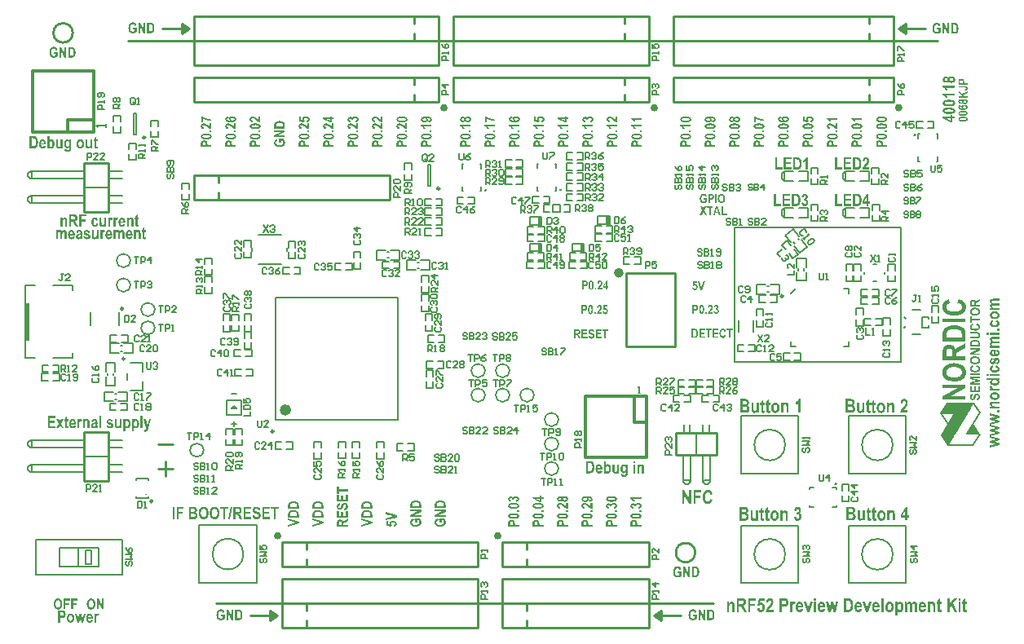
<source format=gto>
G04 Layer_Color=65535*
%FSLAX24Y24*%
%MOIN*%
G70*
G01*
G75*
%ADD10C,0.0060*%
%ADD13C,0.0150*%
%ADD60C,0.0100*%
%ADD62C,0.0200*%
%ADD81C,0.0098*%
%ADD82C,0.0059*%
%ADD83C,0.0236*%
%ADD84C,0.0079*%
%ADD85C,0.0118*%
%ADD86C,0.0050*%
%ADD87C,0.0060*%
%ADD88R,0.0197X0.1575*%
G36*
X28451Y17725D02*
X28455D01*
X28461Y17724D01*
X28467Y17723D01*
X28474Y17721D01*
X28482Y17720D01*
X28491Y17717D01*
X28499Y17714D01*
X28508Y17709D01*
X28517Y17705D01*
X28526Y17699D01*
X28535Y17692D01*
X28543Y17684D01*
X28552Y17675D01*
X28552Y17675D01*
X28553Y17673D01*
X28555Y17670D01*
X28558Y17666D01*
X28561Y17661D01*
X28565Y17654D01*
X28569Y17647D01*
X28573Y17639D01*
X28577Y17629D01*
X28580Y17618D01*
X28584Y17607D01*
X28587Y17594D01*
X28589Y17580D01*
X28592Y17565D01*
X28593Y17549D01*
X28593Y17532D01*
Y17531D01*
Y17528D01*
Y17523D01*
X28593Y17517D01*
X28592Y17509D01*
X28591Y17499D01*
X28589Y17490D01*
X28588Y17478D01*
X28585Y17467D01*
X28583Y17455D01*
X28579Y17443D01*
X28574Y17431D01*
X28569Y17418D01*
X28563Y17407D01*
X28557Y17396D01*
X28549Y17385D01*
X28548Y17385D01*
X28547Y17383D01*
X28545Y17381D01*
X28542Y17378D01*
X28538Y17375D01*
X28533Y17370D01*
X28528Y17366D01*
X28521Y17362D01*
X28514Y17357D01*
X28506Y17354D01*
X28498Y17350D01*
X28488Y17346D01*
X28478Y17343D01*
X28467Y17341D01*
X28456Y17339D01*
X28444Y17339D01*
X28441D01*
X28437Y17339D01*
X28433D01*
X28427Y17340D01*
X28421Y17341D01*
X28413Y17342D01*
X28406Y17344D01*
X28397Y17347D01*
X28389Y17350D01*
X28380Y17354D01*
X28371Y17358D01*
X28363Y17364D01*
X28354Y17370D01*
X28346Y17376D01*
X28338Y17385D01*
X28338Y17385D01*
X28337Y17387D01*
X28335Y17390D01*
X28332Y17394D01*
X28328Y17400D01*
X28325Y17406D01*
X28321Y17414D01*
X28317Y17422D01*
X28312Y17432D01*
X28308Y17443D01*
X28305Y17455D01*
X28301Y17468D01*
X28298Y17482D01*
X28296Y17497D01*
X28295Y17513D01*
X28295Y17529D01*
Y17530D01*
Y17532D01*
Y17536D01*
X28295Y17541D01*
Y17546D01*
X28296Y17553D01*
X28296Y17561D01*
X28297Y17568D01*
X28300Y17586D01*
X28303Y17604D01*
X28307Y17623D01*
X28311Y17632D01*
X28314Y17640D01*
Y17640D01*
X28315Y17642D01*
X28316Y17644D01*
X28318Y17647D01*
X28320Y17650D01*
X28322Y17655D01*
X28328Y17664D01*
X28336Y17675D01*
X28344Y17685D01*
X28355Y17695D01*
X28366Y17704D01*
X28366D01*
X28367Y17705D01*
X28369Y17707D01*
X28371Y17708D01*
X28375Y17709D01*
X28378Y17711D01*
X28383Y17713D01*
X28387Y17715D01*
X28399Y17719D01*
X28412Y17723D01*
X28427Y17725D01*
X28444Y17726D01*
X28447D01*
X28451Y17725D01*
D02*
G37*
G36*
X8400Y20183D02*
X8410D01*
X8421Y20182D01*
X8434Y20181D01*
X8448Y20180D01*
X8476Y20176D01*
X8505Y20170D01*
X8519Y20167D01*
X8531Y20163D01*
X8543Y20157D01*
X8553Y20152D01*
X8554Y20151D01*
X8555Y20150D01*
X8558Y20148D01*
X8561Y20146D01*
X8565Y20143D01*
X8569Y20139D01*
X8578Y20129D01*
X8587Y20117D01*
X8595Y20102D01*
X8598Y20095D01*
X8601Y20086D01*
X8602Y20077D01*
X8603Y20067D01*
Y20067D01*
Y20065D01*
X8602Y20062D01*
Y20059D01*
X8601Y20054D01*
X8600Y20049D01*
X8597Y20037D01*
X8594Y20030D01*
X8591Y20023D01*
X8587Y20017D01*
X8582Y20010D01*
X8577Y20003D01*
X8570Y19995D01*
X8562Y19989D01*
X8554Y19983D01*
X8553Y19982D01*
X8551Y19981D01*
X8549Y19980D01*
X8544Y19977D01*
X8538Y19975D01*
X8532Y19973D01*
X8523Y19970D01*
X8514Y19967D01*
X8502Y19964D01*
X8490Y19961D01*
X8475Y19958D01*
X8459Y19956D01*
X8442Y19954D01*
X8422Y19952D01*
X8402Y19951D01*
X8379Y19951D01*
X8367D01*
X8359Y19951D01*
X8349Y19952D01*
X8337Y19953D01*
X8325Y19953D01*
X8311Y19955D01*
X8282Y19959D01*
X8254Y19964D01*
X8240Y19968D01*
X8228Y19972D01*
X8216Y19977D01*
X8206Y19983D01*
X8205Y19983D01*
X8204Y19984D01*
X8201Y19986D01*
X8198Y19988D01*
X8194Y19992D01*
X8190Y19995D01*
X8181Y20005D01*
X8172Y20017D01*
X8164Y20032D01*
X8161Y20040D01*
X8158Y20048D01*
X8157Y20057D01*
X8156Y20067D01*
Y20067D01*
Y20069D01*
Y20072D01*
X8157Y20075D01*
X8157Y20080D01*
X8159Y20085D01*
X8163Y20097D01*
X8165Y20104D01*
X8168Y20111D01*
X8172Y20117D01*
X8177Y20124D01*
X8183Y20132D01*
X8190Y20139D01*
X8197Y20145D01*
X8206Y20152D01*
X8207Y20152D01*
X8209Y20153D01*
X8211Y20155D01*
X8216Y20157D01*
X8221Y20159D01*
X8228Y20162D01*
X8236Y20165D01*
X8246Y20168D01*
X8258Y20171D01*
X8270Y20174D01*
X8284Y20176D01*
X8301Y20179D01*
X8317Y20181D01*
X8337Y20183D01*
X8357Y20183D01*
X8380Y20184D01*
X8391D01*
X8400Y20183D01*
D02*
G37*
G36*
X28030Y17719D02*
X28043Y17719D01*
X28054Y17718D01*
X28060Y17717D01*
X28065Y17716D01*
X28069Y17715D01*
X28073Y17714D01*
X28074D01*
X28074Y17714D01*
X28078Y17713D01*
X28083Y17710D01*
X28089Y17707D01*
X28096Y17702D01*
X28104Y17695D01*
X28111Y17687D01*
X28118Y17677D01*
Y17677D01*
X28119Y17676D01*
X28120Y17674D01*
X28121Y17672D01*
X28123Y17669D01*
X28124Y17666D01*
X28125Y17662D01*
X28128Y17657D01*
X28131Y17647D01*
X28134Y17634D01*
X28136Y17620D01*
X28136Y17604D01*
Y17603D01*
Y17602D01*
Y17600D01*
Y17597D01*
X28136Y17594D01*
Y17589D01*
X28135Y17580D01*
X28133Y17569D01*
X28130Y17558D01*
X28126Y17547D01*
X28121Y17536D01*
Y17535D01*
X28120Y17534D01*
X28118Y17531D01*
X28115Y17526D01*
X28110Y17521D01*
X28105Y17514D01*
X28098Y17508D01*
X28090Y17502D01*
X28082Y17497D01*
X28081Y17497D01*
X28080Y17496D01*
X28078Y17496D01*
X28075Y17494D01*
X28072Y17494D01*
X28068Y17493D01*
X28064Y17492D01*
X28059Y17491D01*
X28053Y17490D01*
X28047Y17489D01*
X28039Y17488D01*
X28032Y17487D01*
X28023Y17487D01*
X28013Y17486D01*
X27963D01*
Y17345D01*
X27901D01*
Y17720D01*
X28019D01*
X28030Y17719D01*
D02*
G37*
G36*
X8466Y20888D02*
X8472Y20888D01*
X8479Y20887D01*
X8487Y20886D01*
X8495Y20885D01*
X8512Y20881D01*
X8530Y20875D01*
X8539Y20871D01*
X8547Y20866D01*
X8556Y20861D01*
X8564Y20855D01*
X8564Y20855D01*
X8566Y20854D01*
X8568Y20852D01*
X8569Y20850D01*
X8573Y20846D01*
X8576Y20842D01*
X8583Y20833D01*
X8590Y20821D01*
X8597Y20807D01*
X8599Y20799D01*
X8601Y20791D01*
X8602Y20782D01*
X8603Y20773D01*
Y20772D01*
Y20770D01*
X8602Y20768D01*
Y20764D01*
X8601Y20759D01*
X8600Y20754D01*
X8596Y20742D01*
X8593Y20735D01*
X8590Y20728D01*
X8586Y20720D01*
X8581Y20713D01*
X8575Y20705D01*
X8569Y20698D01*
X8561Y20691D01*
X8552Y20684D01*
X8551Y20683D01*
X8549Y20682D01*
X8546Y20680D01*
X8542Y20678D01*
X8536Y20676D01*
X8529Y20673D01*
X8522Y20669D01*
X8512Y20666D01*
X8501Y20663D01*
X8488Y20660D01*
X8474Y20657D01*
X8459Y20654D01*
X8442Y20652D01*
X8424Y20650D01*
X8404Y20649D01*
X8382Y20649D01*
X8371D01*
X8363Y20649D01*
X8352Y20650D01*
X8341Y20651D01*
X8329Y20652D01*
X8315Y20653D01*
X8287Y20658D01*
X8258Y20664D01*
X8245Y20668D01*
X8232Y20673D01*
X8220Y20678D01*
X8209Y20685D01*
X8209Y20686D01*
X8207Y20687D01*
X8204Y20689D01*
X8201Y20691D01*
X8197Y20695D01*
X8192Y20700D01*
X8188Y20705D01*
X8183Y20711D01*
X8177Y20717D01*
X8173Y20724D01*
X8164Y20741D01*
X8161Y20750D01*
X8158Y20759D01*
X8157Y20769D01*
X8156Y20780D01*
Y20780D01*
Y20781D01*
Y20783D01*
X8157Y20786D01*
X8157Y20794D01*
X8159Y20803D01*
X8163Y20814D01*
X8168Y20825D01*
X8174Y20837D01*
X8183Y20847D01*
X8185Y20848D01*
X8188Y20851D01*
X8195Y20856D01*
X8203Y20862D01*
X8215Y20868D01*
X8229Y20874D01*
X8245Y20878D01*
X8265Y20882D01*
X8274Y20815D01*
X8272D01*
X8269Y20815D01*
X8266Y20814D01*
X8258Y20812D01*
X8249Y20808D01*
X8241Y20804D01*
X8233Y20796D01*
X8230Y20792D01*
X8227Y20787D01*
X8226Y20781D01*
X8225Y20776D01*
Y20775D01*
X8226Y20772D01*
X8227Y20768D01*
X8229Y20763D01*
X8231Y20757D01*
X8236Y20751D01*
X8242Y20745D01*
X8250Y20739D01*
X8251Y20738D01*
X8253Y20737D01*
X8255Y20736D01*
X8258Y20735D01*
X8262Y20734D01*
X8266Y20732D01*
X8271Y20731D01*
X8278Y20729D01*
X8285Y20728D01*
X8293Y20726D01*
X8302Y20724D01*
X8312Y20723D01*
X8323Y20722D01*
X8336Y20721D01*
X8349Y20720D01*
X8348Y20721D01*
X8346Y20723D01*
X8343Y20725D01*
X8339Y20728D01*
X8334Y20733D01*
X8330Y20737D01*
X8325Y20743D01*
X8321Y20748D01*
X8321Y20749D01*
X8320Y20751D01*
X8318Y20755D01*
X8316Y20759D01*
X8315Y20764D01*
X8313Y20770D01*
X8312Y20777D01*
X8312Y20784D01*
Y20785D01*
Y20786D01*
Y20788D01*
X8312Y20791D01*
X8313Y20795D01*
X8314Y20799D01*
X8317Y20809D01*
X8321Y20820D01*
X8325Y20827D01*
X8328Y20833D01*
X8333Y20839D01*
X8338Y20845D01*
X8344Y20851D01*
X8351Y20857D01*
X8352Y20858D01*
X8353Y20859D01*
X8355Y20861D01*
X8358Y20862D01*
X8362Y20864D01*
X8367Y20868D01*
X8372Y20870D01*
X8379Y20874D01*
X8386Y20876D01*
X8394Y20879D01*
X8402Y20882D01*
X8411Y20884D01*
X8422Y20886D01*
X8432Y20888D01*
X8444Y20888D01*
X8455Y20889D01*
X8462D01*
X8466Y20888D01*
D02*
G37*
G36*
X8595Y20360D02*
X8593D01*
X8591Y20361D01*
X8588D01*
X8584Y20362D01*
X8579Y20363D01*
X8568Y20365D01*
X8556Y20367D01*
X8542Y20372D01*
X8527Y20377D01*
X8512Y20384D01*
X8511D01*
X8510Y20385D01*
X8508Y20386D01*
X8505Y20388D01*
X8501Y20390D01*
X8496Y20393D01*
X8490Y20397D01*
X8484Y20401D01*
X8477Y20406D01*
X8469Y20411D01*
X8461Y20417D01*
X8451Y20424D01*
X8441Y20432D01*
X8431Y20441D01*
X8419Y20450D01*
X8407Y20461D01*
X8407Y20461D01*
X8405Y20463D01*
X8402Y20465D01*
X8399Y20468D01*
X8395Y20472D01*
X8390Y20476D01*
X8379Y20485D01*
X8367Y20494D01*
X8356Y20503D01*
X8346Y20511D01*
X8341Y20515D01*
X8337Y20517D01*
X8336Y20518D01*
X8333Y20520D01*
X8328Y20522D01*
X8321Y20525D01*
X8313Y20527D01*
X8304Y20530D01*
X8294Y20532D01*
X8284Y20533D01*
X8280D01*
X8275Y20532D01*
X8268Y20531D01*
X8261Y20529D01*
X8254Y20527D01*
X8247Y20524D01*
X8241Y20520D01*
X8240Y20519D01*
X8238Y20517D01*
X8236Y20515D01*
X8233Y20511D01*
X8231Y20506D01*
X8229Y20500D01*
X8227Y20493D01*
X8226Y20486D01*
Y20485D01*
Y20484D01*
X8227Y20481D01*
X8227Y20479D01*
X8230Y20471D01*
X8232Y20467D01*
X8234Y20463D01*
X8238Y20458D01*
X8243Y20454D01*
X8248Y20450D01*
X8255Y20446D01*
X8263Y20443D01*
X8272Y20440D01*
X8282Y20438D01*
X8295Y20437D01*
X8286Y20368D01*
X8285D01*
X8282Y20369D01*
X8279D01*
X8275Y20369D01*
X8269Y20371D01*
X8263Y20371D01*
X8256Y20373D01*
X8248Y20375D01*
X8232Y20380D01*
X8216Y20386D01*
X8201Y20395D01*
X8194Y20399D01*
X8188Y20405D01*
X8187Y20406D01*
X8186Y20406D01*
X8185Y20408D01*
X8183Y20411D01*
X8181Y20414D01*
X8177Y20417D01*
X8172Y20427D01*
X8166Y20439D01*
X8161Y20453D01*
X8157Y20469D01*
X8157Y20478D01*
X8156Y20487D01*
Y20488D01*
Y20490D01*
Y20492D01*
X8157Y20496D01*
X8157Y20502D01*
X8158Y20507D01*
X8161Y20520D01*
X8165Y20533D01*
X8168Y20540D01*
X8172Y20548D01*
X8176Y20555D01*
X8181Y20561D01*
X8186Y20567D01*
X8193Y20573D01*
X8194Y20573D01*
X8195Y20574D01*
X8197Y20575D01*
X8199Y20577D01*
X8203Y20579D01*
X8207Y20582D01*
X8218Y20588D01*
X8230Y20593D01*
X8244Y20597D01*
X8260Y20601D01*
X8268Y20602D01*
X8282D01*
X8287Y20601D01*
X8294D01*
X8302Y20600D01*
X8311Y20599D01*
X8320Y20597D01*
X8330Y20594D01*
X8331D01*
X8334Y20593D01*
X8339Y20591D01*
X8345Y20589D01*
X8353Y20586D01*
X8361Y20582D01*
X8371Y20577D01*
X8380Y20572D01*
X8382Y20571D01*
X8385Y20569D01*
X8391Y20565D01*
X8398Y20560D01*
X8407Y20553D01*
X8418Y20544D01*
X8431Y20533D01*
X8446Y20521D01*
X8446Y20520D01*
X8447Y20520D01*
X8449Y20518D01*
X8452Y20516D01*
X8458Y20510D01*
X8466Y20503D01*
X8474Y20496D01*
X8482Y20489D01*
X8489Y20483D01*
X8495Y20479D01*
X8496Y20478D01*
X8497Y20478D01*
X8499Y20476D01*
X8502Y20474D01*
X8509Y20469D01*
X8518Y20465D01*
Y20602D01*
X8595D01*
Y20360D01*
D02*
G37*
G36*
Y20244D02*
X8511D01*
Y20313D01*
X8595D01*
Y20244D01*
D02*
G37*
G36*
X8304Y19905D02*
X8310D01*
X8321Y19904D01*
X8333Y19902D01*
X8347Y19898D01*
X8360Y19894D01*
X8372Y19888D01*
X8373D01*
X8374Y19887D01*
X8378Y19885D01*
X8383Y19881D01*
X8390Y19876D01*
X8397Y19869D01*
X8405Y19861D01*
X8411Y19852D01*
X8417Y19843D01*
X8418Y19841D01*
X8418Y19840D01*
X8419Y19837D01*
X8420Y19834D01*
X8421Y19831D01*
X8422Y19826D01*
X8424Y19821D01*
X8425Y19815D01*
X8426Y19808D01*
X8427Y19801D01*
X8428Y19793D01*
X8429Y19784D01*
X8429Y19773D01*
X8430Y19762D01*
Y19751D01*
Y19703D01*
X8595D01*
Y19631D01*
X8157D01*
Y19747D01*
Y19747D01*
Y19749D01*
Y19753D01*
Y19757D01*
Y19762D01*
Y19769D01*
X8158Y19782D01*
X8159Y19797D01*
X8160Y19810D01*
X8161Y19817D01*
X8162Y19822D01*
X8163Y19828D01*
X8164Y19832D01*
Y19833D01*
X8164Y19833D01*
X8166Y19837D01*
X8169Y19843D01*
X8173Y19851D01*
X8179Y19859D01*
X8186Y19868D01*
X8196Y19876D01*
X8207Y19885D01*
X8208D01*
X8209Y19885D01*
X8210Y19887D01*
X8213Y19888D01*
X8216Y19890D01*
X8220Y19891D01*
X8225Y19893D01*
X8231Y19896D01*
X8243Y19900D01*
X8257Y19903D01*
X8274Y19905D01*
X8293Y19906D01*
X8301D01*
X8304Y19905D01*
D02*
G37*
G36*
X28248Y17345D02*
X28186D01*
Y17720D01*
X28248D01*
Y17345D01*
D02*
G37*
G36*
X11400Y20183D02*
X11410D01*
X11421Y20182D01*
X11434Y20181D01*
X11448Y20180D01*
X11476Y20176D01*
X11505Y20170D01*
X11519Y20167D01*
X11531Y20163D01*
X11543Y20157D01*
X11553Y20152D01*
X11554Y20151D01*
X11555Y20150D01*
X11558Y20148D01*
X11561Y20146D01*
X11565Y20143D01*
X11569Y20139D01*
X11578Y20129D01*
X11587Y20117D01*
X11595Y20102D01*
X11598Y20095D01*
X11601Y20086D01*
X11602Y20077D01*
X11603Y20067D01*
Y20067D01*
Y20065D01*
X11602Y20062D01*
Y20059D01*
X11601Y20054D01*
X11600Y20049D01*
X11597Y20037D01*
X11594Y20030D01*
X11591Y20023D01*
X11587Y20017D01*
X11582Y20010D01*
X11577Y20003D01*
X11570Y19995D01*
X11562Y19989D01*
X11554Y19983D01*
X11553Y19982D01*
X11551Y19981D01*
X11549Y19980D01*
X11544Y19977D01*
X11538Y19975D01*
X11532Y19973D01*
X11523Y19970D01*
X11514Y19967D01*
X11502Y19964D01*
X11490Y19961D01*
X11475Y19958D01*
X11459Y19956D01*
X11442Y19954D01*
X11422Y19952D01*
X11402Y19951D01*
X11379Y19951D01*
X11367D01*
X11359Y19951D01*
X11349Y19952D01*
X11337Y19953D01*
X11325Y19953D01*
X11311Y19955D01*
X11282Y19959D01*
X11254Y19964D01*
X11240Y19968D01*
X11228Y19972D01*
X11216Y19977D01*
X11206Y19983D01*
X11205Y19983D01*
X11204Y19984D01*
X11201Y19986D01*
X11198Y19988D01*
X11194Y19992D01*
X11190Y19995D01*
X11181Y20005D01*
X11172Y20017D01*
X11164Y20032D01*
X11161Y20040D01*
X11158Y20048D01*
X11157Y20057D01*
X11156Y20067D01*
Y20067D01*
Y20069D01*
Y20072D01*
X11157Y20075D01*
X11157Y20080D01*
X11159Y20085D01*
X11163Y20097D01*
X11165Y20104D01*
X11168Y20111D01*
X11172Y20117D01*
X11177Y20124D01*
X11183Y20132D01*
X11190Y20139D01*
X11197Y20145D01*
X11206Y20152D01*
X11207Y20152D01*
X11209Y20153D01*
X11211Y20155D01*
X11216Y20157D01*
X11221Y20159D01*
X11228Y20162D01*
X11236Y20165D01*
X11246Y20168D01*
X11258Y20171D01*
X11270Y20174D01*
X11284Y20176D01*
X11301Y20179D01*
X11317Y20181D01*
X11337Y20183D01*
X11357Y20183D01*
X11380Y20184D01*
X11391D01*
X11400Y20183D01*
D02*
G37*
G36*
X29904Y19905D02*
X29910D01*
X29921Y19904D01*
X29933Y19902D01*
X29947Y19898D01*
X29960Y19894D01*
X29972Y19888D01*
X29973D01*
X29974Y19887D01*
X29978Y19885D01*
X29983Y19881D01*
X29990Y19876D01*
X29997Y19869D01*
X30005Y19861D01*
X30011Y19852D01*
X30017Y19843D01*
X30018Y19841D01*
X30018Y19840D01*
X30019Y19837D01*
X30020Y19834D01*
X30021Y19831D01*
X30022Y19826D01*
X30024Y19821D01*
X30025Y19815D01*
X30026Y19808D01*
X30027Y19801D01*
X30028Y19793D01*
X30029Y19784D01*
X30029Y19773D01*
X30030Y19762D01*
Y19751D01*
Y19703D01*
X30195D01*
Y19631D01*
X29757D01*
Y19747D01*
Y19747D01*
Y19749D01*
Y19753D01*
Y19757D01*
Y19762D01*
Y19769D01*
X29758Y19782D01*
X29759Y19797D01*
X29760Y19810D01*
X29761Y19817D01*
X29762Y19822D01*
X29763Y19828D01*
X29764Y19832D01*
Y19833D01*
X29764Y19833D01*
X29766Y19837D01*
X29769Y19843D01*
X29773Y19851D01*
X29779Y19859D01*
X29786Y19868D01*
X29796Y19876D01*
X29807Y19885D01*
X29808D01*
X29809Y19885D01*
X29810Y19887D01*
X29813Y19888D01*
X29816Y19890D01*
X29820Y19891D01*
X29825Y19893D01*
X29831Y19896D01*
X29843Y19900D01*
X29857Y19903D01*
X29874Y19905D01*
X29893Y19906D01*
X29901D01*
X29904Y19905D01*
D02*
G37*
G36*
X11458Y20890D02*
X11463D01*
X11469Y20889D01*
X11475Y20888D01*
X11483Y20887D01*
X11499Y20883D01*
X11518Y20877D01*
X11527Y20874D01*
X11536Y20870D01*
X11545Y20864D01*
X11555Y20859D01*
X11555Y20858D01*
X11557Y20857D01*
X11559Y20855D01*
X11562Y20853D01*
X11566Y20850D01*
X11569Y20846D01*
X11574Y20840D01*
X11579Y20835D01*
X11583Y20829D01*
X11588Y20822D01*
X11591Y20815D01*
X11595Y20807D01*
X11598Y20798D01*
X11601Y20789D01*
X11602Y20779D01*
X11603Y20768D01*
Y20767D01*
Y20766D01*
Y20763D01*
X11602Y20760D01*
Y20756D01*
X11601Y20751D01*
X11599Y20740D01*
X11595Y20728D01*
X11590Y20714D01*
X11582Y20701D01*
X11577Y20695D01*
X11571Y20688D01*
X11571Y20688D01*
X11570Y20687D01*
X11568Y20685D01*
X11566Y20683D01*
X11562Y20680D01*
X11558Y20678D01*
X11554Y20675D01*
X11549Y20671D01*
X11543Y20668D01*
X11536Y20665D01*
X11529Y20662D01*
X11521Y20658D01*
X11512Y20656D01*
X11503Y20653D01*
X11483Y20650D01*
X11474Y20719D01*
X11475D01*
X11478Y20719D01*
X11484Y20721D01*
X11490Y20722D01*
X11498Y20724D01*
X11505Y20727D01*
X11512Y20731D01*
X11519Y20736D01*
X11520Y20737D01*
X11522Y20739D01*
X11524Y20742D01*
X11527Y20746D01*
X11530Y20750D01*
X11533Y20756D01*
X11534Y20762D01*
X11535Y20769D01*
Y20769D01*
X11534Y20772D01*
X11534Y20776D01*
X11533Y20781D01*
X11530Y20787D01*
X11526Y20793D01*
X11522Y20799D01*
X11514Y20805D01*
X11513Y20805D01*
X11510Y20807D01*
X11505Y20810D01*
X11499Y20813D01*
X11490Y20815D01*
X11479Y20818D01*
X11465Y20820D01*
X11450Y20820D01*
X11443D01*
X11436Y20820D01*
X11427Y20818D01*
X11417Y20816D01*
X11407Y20814D01*
X11398Y20810D01*
X11389Y20805D01*
X11389Y20804D01*
X11386Y20802D01*
X11383Y20799D01*
X11379Y20794D01*
X11376Y20789D01*
X11372Y20782D01*
X11370Y20775D01*
X11369Y20767D01*
Y20765D01*
X11370Y20761D01*
X11371Y20756D01*
X11373Y20749D01*
X11377Y20741D01*
X11383Y20732D01*
X11386Y20727D01*
X11391Y20723D01*
X11395Y20718D01*
X11401Y20713D01*
X11391Y20658D01*
X11163Y20693D01*
Y20875D01*
X11242D01*
Y20745D01*
X11317Y20734D01*
X11316Y20735D01*
X11314Y20737D01*
X11312Y20742D01*
X11309Y20748D01*
X11306Y20756D01*
X11304Y20763D01*
X11302Y20772D01*
X11302Y20781D01*
Y20781D01*
Y20783D01*
Y20785D01*
X11302Y20788D01*
X11303Y20792D01*
X11304Y20796D01*
X11306Y20806D01*
X11310Y20817D01*
X11316Y20829D01*
X11320Y20836D01*
X11325Y20842D01*
X11330Y20848D01*
X11336Y20853D01*
X11336Y20854D01*
X11337Y20855D01*
X11340Y20857D01*
X11343Y20859D01*
X11348Y20862D01*
X11353Y20865D01*
X11359Y20869D01*
X11365Y20872D01*
X11373Y20875D01*
X11382Y20879D01*
X11391Y20883D01*
X11401Y20885D01*
X11412Y20888D01*
X11423Y20890D01*
X11435Y20890D01*
X11448Y20891D01*
X11454D01*
X11458Y20890D01*
D02*
G37*
G36*
X11595Y20360D02*
X11593D01*
X11591Y20361D01*
X11588D01*
X11584Y20362D01*
X11579Y20363D01*
X11568Y20365D01*
X11556Y20367D01*
X11542Y20372D01*
X11527Y20377D01*
X11512Y20384D01*
X11511D01*
X11510Y20385D01*
X11508Y20386D01*
X11505Y20388D01*
X11501Y20390D01*
X11496Y20393D01*
X11490Y20397D01*
X11484Y20401D01*
X11477Y20406D01*
X11469Y20411D01*
X11461Y20417D01*
X11451Y20424D01*
X11441Y20432D01*
X11431Y20441D01*
X11419Y20450D01*
X11407Y20461D01*
X11407Y20461D01*
X11405Y20463D01*
X11402Y20465D01*
X11399Y20468D01*
X11395Y20472D01*
X11390Y20476D01*
X11379Y20485D01*
X11367Y20494D01*
X11356Y20503D01*
X11346Y20511D01*
X11341Y20515D01*
X11337Y20517D01*
X11336Y20518D01*
X11333Y20520D01*
X11328Y20522D01*
X11321Y20525D01*
X11313Y20527D01*
X11304Y20530D01*
X11294Y20532D01*
X11284Y20533D01*
X11280D01*
X11275Y20532D01*
X11268Y20531D01*
X11261Y20529D01*
X11254Y20527D01*
X11247Y20524D01*
X11241Y20520D01*
X11240Y20519D01*
X11238Y20517D01*
X11236Y20515D01*
X11233Y20511D01*
X11231Y20506D01*
X11229Y20500D01*
X11227Y20493D01*
X11226Y20486D01*
Y20485D01*
Y20484D01*
X11227Y20481D01*
X11227Y20479D01*
X11230Y20471D01*
X11232Y20467D01*
X11234Y20463D01*
X11238Y20458D01*
X11243Y20454D01*
X11248Y20450D01*
X11255Y20446D01*
X11263Y20443D01*
X11272Y20440D01*
X11282Y20438D01*
X11295Y20437D01*
X11286Y20368D01*
X11285D01*
X11282Y20369D01*
X11279D01*
X11275Y20369D01*
X11269Y20371D01*
X11263Y20371D01*
X11256Y20373D01*
X11248Y20375D01*
X11233Y20380D01*
X11216Y20386D01*
X11201Y20395D01*
X11194Y20399D01*
X11188Y20405D01*
X11187Y20406D01*
X11186Y20406D01*
X11185Y20408D01*
X11183Y20411D01*
X11181Y20414D01*
X11177Y20417D01*
X11172Y20427D01*
X11166Y20439D01*
X11161Y20453D01*
X11157Y20469D01*
X11157Y20478D01*
X11156Y20487D01*
Y20488D01*
Y20490D01*
Y20492D01*
X11157Y20496D01*
X11157Y20502D01*
X11158Y20507D01*
X11161Y20520D01*
X11165Y20533D01*
X11168Y20540D01*
X11172Y20548D01*
X11176Y20555D01*
X11181Y20561D01*
X11186Y20567D01*
X11193Y20573D01*
X11194Y20573D01*
X11195Y20574D01*
X11197Y20575D01*
X11199Y20577D01*
X11203Y20579D01*
X11207Y20582D01*
X11218Y20588D01*
X11230Y20593D01*
X11244Y20597D01*
X11260Y20601D01*
X11268Y20602D01*
X11282D01*
X11287Y20601D01*
X11294D01*
X11302Y20600D01*
X11311Y20599D01*
X11320Y20597D01*
X11330Y20594D01*
X11331D01*
X11334Y20593D01*
X11339Y20591D01*
X11345Y20589D01*
X11353Y20586D01*
X11361Y20582D01*
X11371Y20577D01*
X11380Y20572D01*
X11382Y20571D01*
X11385Y20569D01*
X11391Y20565D01*
X11398Y20560D01*
X11407Y20553D01*
X11418Y20544D01*
X11431Y20533D01*
X11446Y20521D01*
X11446Y20520D01*
X11447Y20520D01*
X11449Y20518D01*
X11452Y20516D01*
X11458Y20510D01*
X11466Y20503D01*
X11474Y20496D01*
X11482Y20489D01*
X11489Y20483D01*
X11495Y20479D01*
X11496Y20478D01*
X11497Y20478D01*
X11499Y20476D01*
X11502Y20474D01*
X11509Y20469D01*
X11518Y20465D01*
Y20602D01*
X11595D01*
Y20360D01*
D02*
G37*
G36*
Y20244D02*
X11511D01*
Y20313D01*
X11595D01*
Y20244D01*
D02*
G37*
G36*
X27735Y17040D02*
X27842Y16845D01*
X27767D01*
X27699Y16972D01*
X27630Y16845D01*
X27555D01*
X27662Y17040D01*
X27565Y17220D01*
X27637D01*
X27699Y17107D01*
X27760Y17220D01*
X27832D01*
X27735Y17040D01*
D02*
G37*
G36*
X28096Y17157D02*
X28005D01*
Y16845D01*
X27943D01*
Y17157D01*
X27852D01*
Y17220D01*
X28096D01*
Y17157D01*
D02*
G37*
G36*
X13304Y19905D02*
X13310D01*
X13321Y19904D01*
X13333Y19902D01*
X13347Y19898D01*
X13360Y19894D01*
X13372Y19888D01*
X13373D01*
X13374Y19887D01*
X13378Y19885D01*
X13383Y19881D01*
X13390Y19876D01*
X13397Y19869D01*
X13405Y19861D01*
X13411Y19852D01*
X13417Y19843D01*
X13418Y19841D01*
X13418Y19840D01*
X13419Y19837D01*
X13420Y19834D01*
X13421Y19831D01*
X13422Y19826D01*
X13424Y19821D01*
X13425Y19815D01*
X13426Y19808D01*
X13427Y19801D01*
X13428Y19793D01*
X13429Y19784D01*
X13429Y19773D01*
X13430Y19762D01*
Y19751D01*
Y19703D01*
X13595D01*
Y19631D01*
X13157D01*
Y19747D01*
Y19747D01*
Y19749D01*
Y19753D01*
Y19757D01*
Y19762D01*
Y19769D01*
X13158Y19782D01*
X13159Y19797D01*
X13160Y19810D01*
X13161Y19817D01*
X13162Y19822D01*
X13163Y19828D01*
X13164Y19832D01*
Y19833D01*
X13164Y19833D01*
X13166Y19837D01*
X13169Y19843D01*
X13173Y19851D01*
X13179Y19859D01*
X13186Y19868D01*
X13196Y19876D01*
X13207Y19885D01*
X13208D01*
X13209Y19885D01*
X13210Y19887D01*
X13213Y19888D01*
X13216Y19890D01*
X13220Y19891D01*
X13225Y19893D01*
X13231Y19896D01*
X13243Y19900D01*
X13257Y19903D01*
X13274Y19905D01*
X13293Y19906D01*
X13301D01*
X13304Y19905D01*
D02*
G37*
G36*
X28414Y16845D02*
X28347D01*
X28320Y16930D01*
X28196D01*
X28171Y16845D01*
X28105D01*
X28224Y17220D01*
X28290D01*
X28414Y16845D01*
D02*
G37*
G36*
X13595Y20244D02*
X13511D01*
Y20313D01*
X13595D01*
Y20244D01*
D02*
G37*
G36*
X27285Y735D02*
X27290Y735D01*
X27296Y734D01*
X27303Y733D01*
X27310Y732D01*
X27327Y728D01*
X27344Y722D01*
X27353Y718D01*
X27361Y714D01*
X27369Y709D01*
X27377Y703D01*
X27377Y702D01*
X27379Y701D01*
X27380Y700D01*
X27383Y697D01*
X27386Y693D01*
X27390Y689D01*
X27393Y684D01*
X27397Y678D01*
X27402Y672D01*
X27406Y665D01*
X27410Y657D01*
X27414Y648D01*
X27418Y639D01*
X27422Y629D01*
X27425Y618D01*
X27427Y606D01*
X27355Y590D01*
Y591D01*
X27355Y591D01*
X27353Y596D01*
X27351Y602D01*
X27348Y609D01*
X27344Y617D01*
X27339Y626D01*
X27333Y635D01*
X27325Y642D01*
X27325Y643D01*
X27322Y644D01*
X27317Y648D01*
X27311Y651D01*
X27303Y654D01*
X27295Y657D01*
X27285Y659D01*
X27274Y660D01*
X27270D01*
X27266Y659D01*
X27263Y659D01*
X27258Y658D01*
X27248Y655D01*
X27235Y651D01*
X27223Y644D01*
X27217Y641D01*
X27211Y636D01*
X27205Y630D01*
X27199Y624D01*
Y623D01*
X27198Y622D01*
X27196Y620D01*
X27194Y617D01*
X27193Y613D01*
X27190Y609D01*
X27187Y603D01*
X27185Y597D01*
X27182Y589D01*
X27180Y582D01*
X27177Y573D01*
X27175Y563D01*
X27173Y552D01*
X27172Y540D01*
X27171Y528D01*
X27171Y514D01*
Y514D01*
Y511D01*
Y506D01*
X27171Y501D01*
Y495D01*
X27172Y487D01*
X27173Y479D01*
X27174Y470D01*
X27178Y451D01*
X27183Y431D01*
X27191Y411D01*
X27196Y403D01*
X27201Y394D01*
X27202Y394D01*
X27202Y393D01*
X27206Y389D01*
X27212Y383D01*
X27220Y377D01*
X27230Y370D01*
X27243Y365D01*
X27257Y361D01*
X27265Y360D01*
X27274Y359D01*
X27277D01*
X27281Y360D01*
X27287Y361D01*
X27293Y362D01*
X27301Y363D01*
X27309Y366D01*
X27317Y369D01*
X27318Y370D01*
X27321Y371D01*
X27325Y373D01*
X27331Y376D01*
X27337Y380D01*
X27344Y385D01*
X27351Y390D01*
X27358Y396D01*
Y451D01*
X27276D01*
Y525D01*
X27432D01*
Y351D01*
X27430Y350D01*
X27427Y346D01*
X27422Y341D01*
X27414Y335D01*
X27404Y327D01*
X27393Y319D01*
X27380Y311D01*
X27364Y303D01*
X27364D01*
X27362Y302D01*
X27360Y301D01*
X27357Y300D01*
X27353Y298D01*
X27348Y297D01*
X27337Y293D01*
X27324Y290D01*
X27309Y287D01*
X27294Y284D01*
X27277Y284D01*
X27272D01*
X27268Y284D01*
X27264D01*
X27259Y285D01*
X27252Y285D01*
X27246Y287D01*
X27231Y290D01*
X27215Y295D01*
X27199Y301D01*
X27183Y309D01*
X27183Y310D01*
X27182Y311D01*
X27180Y312D01*
X27177Y315D01*
X27169Y320D01*
X27160Y329D01*
X27150Y340D01*
X27139Y353D01*
X27128Y369D01*
X27119Y387D01*
Y388D01*
X27117Y390D01*
X27117Y392D01*
X27115Y396D01*
X27113Y401D01*
X27112Y407D01*
X27109Y414D01*
X27107Y422D01*
X27105Y431D01*
X27102Y440D01*
X27101Y450D01*
X27099Y461D01*
X27097Y484D01*
X27095Y510D01*
Y510D01*
Y513D01*
Y517D01*
X27096Y522D01*
Y528D01*
X27097Y536D01*
X27097Y543D01*
X27099Y552D01*
X27101Y572D01*
X27106Y593D01*
X27112Y613D01*
X27119Y633D01*
Y634D01*
X27121Y636D01*
X27122Y639D01*
X27124Y642D01*
X27126Y646D01*
X27129Y651D01*
X27136Y662D01*
X27145Y675D01*
X27156Y687D01*
X27168Y700D01*
X27182Y710D01*
X27182D01*
X27183Y711D01*
X27185Y712D01*
X27189Y714D01*
X27192Y716D01*
X27196Y718D01*
X27202Y720D01*
X27207Y723D01*
X27221Y727D01*
X27237Y732D01*
X27254Y735D01*
X27274Y736D01*
X27280D01*
X27285Y735D01*
D02*
G37*
G36*
X13400Y20183D02*
X13410D01*
X13421Y20182D01*
X13434Y20181D01*
X13448Y20180D01*
X13476Y20176D01*
X13505Y20170D01*
X13519Y20167D01*
X13531Y20163D01*
X13543Y20157D01*
X13553Y20152D01*
X13554Y20151D01*
X13555Y20150D01*
X13558Y20148D01*
X13561Y20146D01*
X13565Y20143D01*
X13569Y20139D01*
X13578Y20129D01*
X13587Y20117D01*
X13595Y20102D01*
X13598Y20095D01*
X13601Y20086D01*
X13602Y20077D01*
X13603Y20067D01*
Y20067D01*
Y20065D01*
X13602Y20062D01*
Y20059D01*
X13601Y20054D01*
X13600Y20049D01*
X13597Y20037D01*
X13594Y20030D01*
X13591Y20023D01*
X13587Y20017D01*
X13582Y20010D01*
X13577Y20003D01*
X13570Y19995D01*
X13562Y19989D01*
X13554Y19983D01*
X13553Y19982D01*
X13551Y19981D01*
X13549Y19980D01*
X13544Y19977D01*
X13538Y19975D01*
X13532Y19973D01*
X13523Y19970D01*
X13514Y19967D01*
X13502Y19964D01*
X13490Y19961D01*
X13476Y19958D01*
X13459Y19956D01*
X13442Y19954D01*
X13422Y19952D01*
X13402Y19951D01*
X13379Y19951D01*
X13367D01*
X13359Y19951D01*
X13349Y19952D01*
X13337Y19953D01*
X13325Y19953D01*
X13311Y19955D01*
X13282Y19959D01*
X13254Y19964D01*
X13240Y19968D01*
X13228Y19972D01*
X13216Y19977D01*
X13206Y19983D01*
X13205Y19983D01*
X13204Y19984D01*
X13201Y19986D01*
X13198Y19988D01*
X13194Y19992D01*
X13190Y19995D01*
X13181Y20005D01*
X13172Y20017D01*
X13164Y20032D01*
X13161Y20040D01*
X13158Y20048D01*
X13157Y20057D01*
X13156Y20067D01*
Y20067D01*
Y20069D01*
Y20072D01*
X13157Y20075D01*
X13157Y20080D01*
X13159Y20085D01*
X13163Y20097D01*
X13165Y20104D01*
X13168Y20111D01*
X13172Y20117D01*
X13177Y20124D01*
X13183Y20132D01*
X13190Y20139D01*
X13197Y20145D01*
X13206Y20152D01*
X13207Y20152D01*
X13209Y20153D01*
X13211Y20155D01*
X13216Y20157D01*
X13221Y20159D01*
X13228Y20162D01*
X13236Y20165D01*
X13246Y20168D01*
X13258Y20171D01*
X13270Y20174D01*
X13284Y20176D01*
X13301Y20179D01*
X13317Y20181D01*
X13337Y20183D01*
X13357Y20183D01*
X13380Y20184D01*
X13391D01*
X13400Y20183D01*
D02*
G37*
G36*
X12507Y20850D02*
X12595D01*
Y20783D01*
X12507D01*
Y20636D01*
X12434D01*
X12156Y20792D01*
Y20850D01*
X12433D01*
Y20895D01*
X12507D01*
Y20850D01*
D02*
G37*
G36*
X12400Y20183D02*
X12410D01*
X12421Y20182D01*
X12434Y20181D01*
X12448Y20180D01*
X12476Y20176D01*
X12505Y20170D01*
X12519Y20167D01*
X12531Y20163D01*
X12543Y20157D01*
X12553Y20152D01*
X12554Y20151D01*
X12555Y20150D01*
X12558Y20148D01*
X12561Y20146D01*
X12565Y20143D01*
X12569Y20139D01*
X12578Y20129D01*
X12587Y20117D01*
X12595Y20102D01*
X12598Y20095D01*
X12601Y20086D01*
X12602Y20077D01*
X12603Y20067D01*
Y20067D01*
Y20065D01*
X12602Y20062D01*
Y20059D01*
X12601Y20054D01*
X12600Y20049D01*
X12597Y20037D01*
X12594Y20030D01*
X12591Y20023D01*
X12587Y20017D01*
X12582Y20010D01*
X12577Y20003D01*
X12570Y19995D01*
X12562Y19989D01*
X12554Y19983D01*
X12553Y19982D01*
X12551Y19981D01*
X12549Y19980D01*
X12544Y19977D01*
X12538Y19975D01*
X12532Y19973D01*
X12523Y19970D01*
X12514Y19967D01*
X12502Y19964D01*
X12490Y19961D01*
X12476Y19958D01*
X12459Y19956D01*
X12442Y19954D01*
X12422Y19952D01*
X12402Y19951D01*
X12379Y19951D01*
X12367D01*
X12359Y19951D01*
X12349Y19952D01*
X12337Y19953D01*
X12325Y19953D01*
X12311Y19955D01*
X12282Y19959D01*
X12254Y19964D01*
X12240Y19968D01*
X12228Y19972D01*
X12216Y19977D01*
X12206Y19983D01*
X12205Y19983D01*
X12204Y19984D01*
X12201Y19986D01*
X12198Y19988D01*
X12194Y19992D01*
X12190Y19995D01*
X12181Y20005D01*
X12172Y20017D01*
X12164Y20032D01*
X12161Y20040D01*
X12158Y20048D01*
X12157Y20057D01*
X12156Y20067D01*
Y20067D01*
Y20069D01*
Y20072D01*
X12157Y20075D01*
X12157Y20080D01*
X12159Y20085D01*
X12163Y20097D01*
X12165Y20104D01*
X12168Y20111D01*
X12172Y20117D01*
X12177Y20124D01*
X12183Y20132D01*
X12190Y20139D01*
X12197Y20145D01*
X12206Y20152D01*
X12207Y20152D01*
X12209Y20153D01*
X12211Y20155D01*
X12216Y20157D01*
X12221Y20159D01*
X12228Y20162D01*
X12236Y20165D01*
X12246Y20168D01*
X12258Y20171D01*
X12270Y20174D01*
X12284Y20176D01*
X12301Y20179D01*
X12317Y20181D01*
X12337Y20183D01*
X12357Y20183D01*
X12380Y20184D01*
X12391D01*
X12400Y20183D01*
D02*
G37*
G36*
X33904Y19905D02*
X33910D01*
X33921Y19904D01*
X33933Y19902D01*
X33947Y19898D01*
X33960Y19894D01*
X33972Y19888D01*
X33973D01*
X33974Y19887D01*
X33978Y19885D01*
X33983Y19881D01*
X33990Y19876D01*
X33997Y19869D01*
X34005Y19861D01*
X34011Y19852D01*
X34017Y19843D01*
X34018Y19841D01*
X34018Y19840D01*
X34019Y19837D01*
X34020Y19834D01*
X34021Y19831D01*
X34022Y19826D01*
X34024Y19821D01*
X34025Y19815D01*
X34026Y19808D01*
X34027Y19801D01*
X34028Y19793D01*
X34029Y19784D01*
X34029Y19773D01*
X34030Y19762D01*
Y19751D01*
Y19703D01*
X34195D01*
Y19631D01*
X33757D01*
Y19747D01*
Y19747D01*
Y19749D01*
Y19753D01*
Y19757D01*
Y19762D01*
Y19769D01*
X33758Y19782D01*
X33759Y19797D01*
X33760Y19810D01*
X33761Y19817D01*
X33762Y19822D01*
X33763Y19828D01*
X33764Y19832D01*
Y19833D01*
X33764Y19833D01*
X33766Y19837D01*
X33769Y19843D01*
X33773Y19851D01*
X33779Y19859D01*
X33786Y19868D01*
X33796Y19876D01*
X33807Y19885D01*
X33808D01*
X33809Y19885D01*
X33810Y19887D01*
X33813Y19888D01*
X33816Y19890D01*
X33820Y19891D01*
X33825Y19893D01*
X33831Y19896D01*
X33843Y19900D01*
X33857Y19903D01*
X33874Y19905D01*
X33893Y19906D01*
X33901D01*
X33904Y19905D01*
D02*
G37*
G36*
X12304D02*
X12310D01*
X12321Y19904D01*
X12333Y19902D01*
X12347Y19898D01*
X12360Y19894D01*
X12372Y19888D01*
X12373D01*
X12374Y19887D01*
X12378Y19885D01*
X12383Y19881D01*
X12390Y19876D01*
X12397Y19869D01*
X12405Y19861D01*
X12411Y19852D01*
X12417Y19843D01*
X12418Y19841D01*
X12418Y19840D01*
X12419Y19837D01*
X12420Y19834D01*
X12421Y19831D01*
X12422Y19826D01*
X12424Y19821D01*
X12425Y19815D01*
X12426Y19808D01*
X12427Y19801D01*
X12428Y19793D01*
X12429Y19784D01*
X12429Y19773D01*
X12430Y19762D01*
Y19751D01*
Y19703D01*
X12595D01*
Y19631D01*
X12157D01*
Y19747D01*
Y19747D01*
Y19749D01*
Y19753D01*
Y19757D01*
Y19762D01*
Y19769D01*
X12158Y19782D01*
X12159Y19797D01*
X12160Y19810D01*
X12161Y19817D01*
X12162Y19822D01*
X12163Y19828D01*
X12164Y19832D01*
Y19833D01*
X12164Y19833D01*
X12166Y19837D01*
X12169Y19843D01*
X12173Y19851D01*
X12179Y19859D01*
X12186Y19868D01*
X12196Y19876D01*
X12207Y19885D01*
X12208D01*
X12209Y19885D01*
X12210Y19887D01*
X12213Y19888D01*
X12216Y19890D01*
X12220Y19891D01*
X12225Y19893D01*
X12231Y19896D01*
X12243Y19900D01*
X12257Y19903D01*
X12274Y19905D01*
X12293Y19906D01*
X12301D01*
X12304Y19905D01*
D02*
G37*
G36*
X12595Y20360D02*
X12593D01*
X12591Y20361D01*
X12588D01*
X12584Y20362D01*
X12579Y20363D01*
X12568Y20365D01*
X12556Y20367D01*
X12542Y20372D01*
X12527Y20377D01*
X12512Y20384D01*
X12511D01*
X12510Y20385D01*
X12508Y20386D01*
X12505Y20388D01*
X12501Y20390D01*
X12496Y20393D01*
X12490Y20397D01*
X12484Y20401D01*
X12477Y20406D01*
X12469Y20411D01*
X12461Y20417D01*
X12451Y20424D01*
X12441Y20432D01*
X12431Y20441D01*
X12419Y20450D01*
X12407Y20461D01*
X12407Y20461D01*
X12405Y20463D01*
X12402Y20465D01*
X12399Y20468D01*
X12395Y20472D01*
X12390Y20476D01*
X12379Y20485D01*
X12367Y20494D01*
X12356Y20503D01*
X12346Y20511D01*
X12341Y20515D01*
X12337Y20517D01*
X12336Y20518D01*
X12333Y20520D01*
X12328Y20522D01*
X12321Y20525D01*
X12313Y20527D01*
X12304Y20530D01*
X12294Y20532D01*
X12284Y20533D01*
X12280D01*
X12275Y20532D01*
X12268Y20531D01*
X12261Y20529D01*
X12254Y20527D01*
X12247Y20524D01*
X12241Y20520D01*
X12240Y20519D01*
X12238Y20517D01*
X12236Y20515D01*
X12233Y20511D01*
X12231Y20506D01*
X12229Y20500D01*
X12227Y20493D01*
X12226Y20486D01*
Y20485D01*
Y20484D01*
X12227Y20481D01*
X12227Y20479D01*
X12230Y20471D01*
X12232Y20467D01*
X12234Y20463D01*
X12238Y20458D01*
X12243Y20454D01*
X12248Y20450D01*
X12255Y20446D01*
X12263Y20443D01*
X12272Y20440D01*
X12282Y20438D01*
X12295Y20437D01*
X12286Y20368D01*
X12285D01*
X12282Y20369D01*
X12279D01*
X12275Y20369D01*
X12269Y20371D01*
X12263Y20371D01*
X12256Y20373D01*
X12248Y20375D01*
X12233Y20380D01*
X12216Y20386D01*
X12201Y20395D01*
X12194Y20399D01*
X12188Y20405D01*
X12187Y20406D01*
X12186Y20406D01*
X12185Y20408D01*
X12183Y20411D01*
X12181Y20414D01*
X12177Y20417D01*
X12172Y20427D01*
X12166Y20439D01*
X12161Y20453D01*
X12157Y20469D01*
X12157Y20478D01*
X12156Y20487D01*
Y20488D01*
Y20490D01*
Y20492D01*
X12157Y20496D01*
X12157Y20502D01*
X12158Y20507D01*
X12161Y20520D01*
X12165Y20533D01*
X12168Y20540D01*
X12172Y20548D01*
X12176Y20555D01*
X12181Y20561D01*
X12186Y20567D01*
X12193Y20573D01*
X12194Y20573D01*
X12195Y20574D01*
X12197Y20575D01*
X12199Y20577D01*
X12203Y20579D01*
X12207Y20582D01*
X12218Y20588D01*
X12230Y20593D01*
X12244Y20597D01*
X12260Y20601D01*
X12268Y20602D01*
X12282D01*
X12287Y20601D01*
X12294D01*
X12302Y20600D01*
X12311Y20599D01*
X12320Y20597D01*
X12330Y20594D01*
X12331D01*
X12334Y20593D01*
X12339Y20591D01*
X12345Y20589D01*
X12353Y20586D01*
X12361Y20582D01*
X12371Y20577D01*
X12380Y20572D01*
X12382Y20571D01*
X12385Y20569D01*
X12391Y20565D01*
X12398Y20560D01*
X12407Y20553D01*
X12418Y20544D01*
X12431Y20533D01*
X12446Y20521D01*
X12446Y20520D01*
X12447Y20520D01*
X12449Y20518D01*
X12452Y20516D01*
X12458Y20510D01*
X12466Y20503D01*
X12474Y20496D01*
X12482Y20489D01*
X12489Y20483D01*
X12495Y20479D01*
X12496Y20478D01*
X12497Y20478D01*
X12499Y20476D01*
X12502Y20474D01*
X12509Y20469D01*
X12518Y20465D01*
Y20602D01*
X12595D01*
Y20360D01*
D02*
G37*
G36*
Y20244D02*
X12511D01*
Y20313D01*
X12595D01*
Y20244D01*
D02*
G37*
G36*
X28510Y16908D02*
X28664D01*
Y16845D01*
X28448D01*
Y17217D01*
X28510D01*
Y16908D01*
D02*
G37*
G36*
X11304Y19905D02*
X11310D01*
X11321Y19904D01*
X11333Y19902D01*
X11347Y19898D01*
X11360Y19894D01*
X11372Y19888D01*
X11373D01*
X11374Y19887D01*
X11378Y19885D01*
X11383Y19881D01*
X11390Y19876D01*
X11397Y19869D01*
X11405Y19861D01*
X11411Y19852D01*
X11417Y19843D01*
X11418Y19841D01*
X11418Y19840D01*
X11419Y19837D01*
X11420Y19834D01*
X11421Y19831D01*
X11422Y19826D01*
X11424Y19821D01*
X11425Y19815D01*
X11426Y19808D01*
X11427Y19801D01*
X11428Y19793D01*
X11429Y19784D01*
X11429Y19773D01*
X11430Y19762D01*
Y19751D01*
Y19703D01*
X11595D01*
Y19631D01*
X11157D01*
Y19747D01*
Y19747D01*
Y19749D01*
Y19753D01*
Y19757D01*
Y19762D01*
Y19769D01*
X11158Y19782D01*
X11159Y19797D01*
X11160Y19810D01*
X11161Y19817D01*
X11162Y19822D01*
X11163Y19828D01*
X11164Y19832D01*
Y19833D01*
X11164Y19833D01*
X11166Y19837D01*
X11169Y19843D01*
X11173Y19851D01*
X11179Y19859D01*
X11186Y19868D01*
X11196Y19876D01*
X11207Y19885D01*
X11208D01*
X11209Y19885D01*
X11210Y19887D01*
X11213Y19888D01*
X11216Y19890D01*
X11220Y19891D01*
X11225Y19893D01*
X11231Y19896D01*
X11243Y19900D01*
X11257Y19903D01*
X11274Y19905D01*
X11293Y19906D01*
X11301D01*
X11304Y19905D01*
D02*
G37*
G36*
X38890Y12417D02*
X38894Y12416D01*
X38899Y12415D01*
X38904Y12413D01*
X38911Y12411D01*
X38918Y12409D01*
X38926Y12406D01*
X38942Y12398D01*
X38959Y12389D01*
X38974Y12379D01*
X38981Y12373D01*
X38988Y12367D01*
X38988Y12366D01*
X38989Y12365D01*
X38991Y12363D01*
X38992Y12360D01*
X38995Y12357D01*
X38997Y12353D01*
X39000Y12348D01*
X39003Y12342D01*
X39006Y12336D01*
X39009Y12330D01*
X39014Y12315D01*
X39018Y12298D01*
X39018Y12289D01*
X39019Y12279D01*
Y12279D01*
Y12276D01*
X39018Y12273D01*
Y12269D01*
X39017Y12263D01*
X39016Y12257D01*
X39015Y12249D01*
X39013Y12242D01*
X39010Y12233D01*
X39007Y12225D01*
X39003Y12216D01*
X38998Y12207D01*
X38992Y12198D01*
X38985Y12190D01*
X38978Y12181D01*
X38969Y12174D01*
X38968Y12173D01*
X38967Y12172D01*
X38963Y12169D01*
X38958Y12166D01*
X38953Y12163D01*
X38946Y12159D01*
X38937Y12155D01*
X38928Y12151D01*
X38917Y12146D01*
X38905Y12142D01*
X38893Y12138D01*
X38879Y12135D01*
X38864Y12132D01*
X38848Y12129D01*
X38831Y12128D01*
X38813Y12127D01*
X38808D01*
X38803Y12128D01*
X38796D01*
X38787Y12129D01*
X38777Y12130D01*
X38766Y12132D01*
X38754Y12133D01*
X38741Y12136D01*
X38727Y12139D01*
X38714Y12142D01*
X38700Y12147D01*
X38687Y12153D01*
X38675Y12159D01*
X38662Y12166D01*
X38650Y12174D01*
X38650Y12175D01*
X38648Y12176D01*
X38646Y12178D01*
X38643Y12181D01*
X38638Y12186D01*
X38634Y12190D01*
X38629Y12196D01*
X38625Y12203D01*
X38620Y12210D01*
X38616Y12219D01*
X38611Y12228D01*
X38607Y12237D01*
X38604Y12248D01*
X38602Y12259D01*
X38600Y12271D01*
X38599Y12284D01*
Y12284D01*
Y12286D01*
Y12289D01*
X38600Y12293D01*
X38601Y12298D01*
X38601Y12303D01*
X38602Y12309D01*
X38604Y12316D01*
X38609Y12331D01*
X38612Y12339D01*
X38616Y12347D01*
X38620Y12355D01*
X38626Y12362D01*
X38632Y12370D01*
X38638Y12377D01*
Y12378D01*
X38640Y12379D01*
X38641Y12380D01*
X38643Y12382D01*
X38646Y12384D01*
X38650Y12386D01*
X38654Y12389D01*
X38659Y12392D01*
X38664Y12395D01*
X38670Y12399D01*
X38676Y12402D01*
X38684Y12406D01*
X38692Y12409D01*
X38700Y12412D01*
X38709Y12415D01*
X38719Y12417D01*
X38738Y12350D01*
X38738D01*
X38737Y12350D01*
X38735D01*
X38733Y12349D01*
X38727Y12347D01*
X38720Y12345D01*
X38711Y12341D01*
X38703Y12336D01*
X38695Y12331D01*
X38688Y12324D01*
X38687Y12324D01*
X38685Y12321D01*
X38682Y12317D01*
X38679Y12312D01*
X38675Y12305D01*
X38673Y12298D01*
X38670Y12290D01*
X38670Y12280D01*
Y12279D01*
Y12278D01*
Y12276D01*
X38670Y12274D01*
X38672Y12267D01*
X38674Y12259D01*
X38678Y12249D01*
X38684Y12239D01*
X38687Y12234D01*
X38691Y12229D01*
X38696Y12225D01*
X38702Y12220D01*
X38703D01*
X38703Y12219D01*
X38706Y12218D01*
X38708Y12216D01*
X38712Y12214D01*
X38716Y12213D01*
X38721Y12211D01*
X38727Y12208D01*
X38734Y12206D01*
X38742Y12204D01*
X38751Y12202D01*
X38760Y12201D01*
X38771Y12199D01*
X38782Y12198D01*
X38795Y12197D01*
X38815D01*
X38821Y12198D01*
X38827D01*
X38834Y12198D01*
X38842Y12199D01*
X38850Y12200D01*
X38868Y12202D01*
X38886Y12207D01*
X38894Y12209D01*
X38903Y12212D01*
X38910Y12216D01*
X38917Y12219D01*
X38917D01*
X38918Y12220D01*
X38922Y12223D01*
X38927Y12228D01*
X38932Y12236D01*
X38938Y12244D01*
X38944Y12254D01*
X38947Y12266D01*
X38948Y12272D01*
X38949Y12278D01*
Y12279D01*
Y12279D01*
X38948Y12282D01*
X38947Y12288D01*
X38946Y12294D01*
X38944Y12301D01*
X38940Y12309D01*
X38935Y12317D01*
X38928Y12324D01*
X38927Y12324D01*
X38924Y12327D01*
X38919Y12330D01*
X38912Y12335D01*
X38903Y12339D01*
X38891Y12344D01*
X38878Y12349D01*
X38862Y12352D01*
X38887Y12418D01*
X38888D01*
X38890Y12417D01*
D02*
G37*
G36*
X38847Y12068D02*
X38855D01*
X38865Y12067D01*
X38884Y12066D01*
X38903Y12065D01*
X38913Y12064D01*
X38922Y12062D01*
X38931Y12061D01*
X38938Y12059D01*
X38938D01*
X38940Y12059D01*
X38941Y12058D01*
X38944Y12058D01*
X38950Y12055D01*
X38959Y12051D01*
X38968Y12046D01*
X38978Y12039D01*
X38988Y12031D01*
X38997Y12020D01*
Y12019D01*
X38998Y12019D01*
X38998Y12017D01*
X39000Y12014D01*
X39002Y12011D01*
X39004Y12008D01*
X39006Y12003D01*
X39007Y11998D01*
X39012Y11987D01*
X39015Y11973D01*
X39018Y11957D01*
X39019Y11939D01*
Y11939D01*
Y11937D01*
Y11934D01*
X39018Y11931D01*
Y11926D01*
X39018Y11921D01*
X39016Y11909D01*
X39014Y11897D01*
X39011Y11883D01*
X39006Y11869D01*
X39000Y11857D01*
Y11857D01*
X39000Y11856D01*
X38997Y11853D01*
X38992Y11847D01*
X38986Y11841D01*
X38979Y11834D01*
X38970Y11827D01*
X38960Y11820D01*
X38948Y11815D01*
X38947D01*
X38946Y11814D01*
X38944Y11814D01*
X38941Y11813D01*
X38937Y11812D01*
X38932Y11811D01*
X38926Y11809D01*
X38920Y11809D01*
X38911Y11808D01*
X38902Y11806D01*
X38892Y11805D01*
X38881Y11804D01*
X38868Y11803D01*
X38854Y11803D01*
X38839Y11802D01*
X38606D01*
Y11869D01*
X38843D01*
X38854Y11870D01*
X38864D01*
X38876Y11871D01*
X38885Y11871D01*
X38889D01*
X38893Y11872D01*
X38894D01*
X38897Y11873D01*
X38902Y11874D01*
X38908Y11876D01*
X38915Y11879D01*
X38922Y11883D01*
X38928Y11887D01*
X38934Y11893D01*
X38935Y11894D01*
X38937Y11896D01*
X38939Y11900D01*
X38941Y11905D01*
X38944Y11911D01*
X38946Y11919D01*
X38948Y11928D01*
X38949Y11937D01*
Y11939D01*
Y11942D01*
X38948Y11946D01*
X38947Y11951D01*
X38946Y11957D01*
X38944Y11963D01*
X38942Y11969D01*
X38938Y11975D01*
X38938Y11976D01*
X38937Y11978D01*
X38934Y11980D01*
X38931Y11983D01*
X38927Y11987D01*
X38922Y11990D01*
X38917Y11993D01*
X38910Y11995D01*
X38909D01*
X38906Y11996D01*
X38904D01*
X38901Y11997D01*
X38897Y11998D01*
X38893Y11998D01*
X38888Y11999D01*
X38882Y11999D01*
X38876Y12000D01*
X38869D01*
X38861Y12001D01*
X38852Y12001D01*
X38606D01*
Y12068D01*
X38839D01*
X38847Y12068D01*
D02*
G37*
G36*
X3087Y8141D02*
X3008D01*
Y8641D01*
X3087D01*
Y8141D01*
D02*
G37*
G36*
X2822Y8511D02*
X2833Y8510D01*
X2845Y8508D01*
X2857Y8505D01*
X2870Y8502D01*
X2880Y8497D01*
X2882Y8497D01*
X2885Y8495D01*
X2889Y8491D01*
X2895Y8487D01*
X2901Y8482D01*
X2908Y8475D01*
X2914Y8468D01*
X2918Y8459D01*
X2919Y8457D01*
X2920Y8454D01*
X2922Y8448D01*
X2923Y8444D01*
X2924Y8439D01*
X2926Y8434D01*
X2926Y8427D01*
X2927Y8420D01*
X2929Y8412D01*
X2929Y8403D01*
Y8394D01*
X2930Y8383D01*
Y8372D01*
X2929Y8260D01*
Y8259D01*
Y8258D01*
Y8255D01*
Y8252D01*
Y8244D01*
X2930Y8233D01*
Y8222D01*
X2931Y8210D01*
X2931Y8199D01*
X2933Y8189D01*
Y8189D01*
X2934Y8186D01*
X2934Y8181D01*
X2936Y8175D01*
X2938Y8167D01*
X2940Y8159D01*
X2943Y8150D01*
X2947Y8141D01*
X2869D01*
X2859Y8180D01*
X2858Y8179D01*
X2855Y8176D01*
X2852Y8172D01*
X2846Y8167D01*
X2839Y8161D01*
X2832Y8155D01*
X2823Y8150D01*
X2815Y8144D01*
X2815Y8144D01*
X2812Y8143D01*
X2806Y8141D01*
X2800Y8138D01*
X2793Y8136D01*
X2785Y8135D01*
X2776Y8133D01*
X2766Y8133D01*
X2762D01*
X2759Y8133D01*
X2751Y8134D01*
X2741Y8136D01*
X2730Y8140D01*
X2718Y8144D01*
X2707Y8152D01*
X2695Y8161D01*
X2694Y8163D01*
X2691Y8167D01*
X2687Y8173D01*
X2682Y8182D01*
X2677Y8193D01*
X2672Y8207D01*
X2670Y8222D01*
X2668Y8239D01*
Y8241D01*
Y8244D01*
X2669Y8250D01*
X2670Y8258D01*
X2671Y8266D01*
X2672Y8275D01*
X2675Y8283D01*
X2679Y8292D01*
X2680Y8293D01*
X2681Y8296D01*
X2684Y8300D01*
X2687Y8306D01*
X2692Y8312D01*
X2697Y8318D01*
X2703Y8323D01*
X2710Y8329D01*
X2711Y8329D01*
X2714Y8331D01*
X2719Y8334D01*
X2726Y8337D01*
X2735Y8341D01*
X2746Y8345D01*
X2761Y8349D01*
X2776Y8354D01*
X2777D01*
X2778Y8355D01*
X2781Y8355D01*
X2785Y8356D01*
X2789Y8357D01*
X2795Y8358D01*
X2806Y8361D01*
X2819Y8365D01*
X2832Y8369D01*
X2843Y8373D01*
X2849Y8375D01*
X2853Y8377D01*
Y8379D01*
Y8382D01*
Y8387D01*
X2852Y8394D01*
Y8400D01*
X2852Y8406D01*
X2850Y8411D01*
X2849Y8416D01*
Y8417D01*
X2848Y8417D01*
X2845Y8422D01*
X2840Y8426D01*
X2832Y8431D01*
X2832D01*
X2830Y8432D01*
X2828Y8434D01*
X2824Y8435D01*
X2820Y8436D01*
X2815Y8437D01*
X2808Y8438D01*
X2797D01*
X2793Y8437D01*
X2789Y8437D01*
X2778Y8434D01*
X2772Y8431D01*
X2767Y8429D01*
X2766Y8428D01*
X2765Y8426D01*
X2763Y8424D01*
X2761Y8420D01*
X2758Y8416D01*
X2754Y8409D01*
X2751Y8402D01*
X2748Y8393D01*
X2677Y8408D01*
Y8409D01*
X2678Y8410D01*
X2678Y8413D01*
X2679Y8417D01*
X2681Y8421D01*
X2683Y8426D01*
X2687Y8438D01*
X2692Y8451D01*
X2700Y8464D01*
X2709Y8477D01*
X2719Y8487D01*
X2721Y8488D01*
X2725Y8491D01*
X2732Y8494D01*
X2741Y8500D01*
X2753Y8504D01*
X2768Y8508D01*
X2786Y8511D01*
X2805Y8511D01*
X2813D01*
X2822Y8511D01*
D02*
G37*
G36*
X38826Y13068D02*
X38834Y13068D01*
X38845Y13067D01*
X38855Y13065D01*
X38867Y13063D01*
X38880Y13061D01*
X38893Y13058D01*
X38906Y13053D01*
X38919Y13049D01*
X38932Y13043D01*
X38945Y13037D01*
X38957Y13029D01*
X38968Y13021D01*
X38969Y13020D01*
X38971Y13019D01*
X38973Y13017D01*
X38976Y13013D01*
X38980Y13009D01*
X38985Y13004D01*
X38989Y12998D01*
X38994Y12991D01*
X38998Y12983D01*
X39003Y12975D01*
X39007Y12966D01*
X39011Y12956D01*
X39014Y12945D01*
X39016Y12933D01*
X39018Y12921D01*
X39019Y12907D01*
Y12907D01*
Y12904D01*
X39018Y12900D01*
Y12895D01*
X39017Y12889D01*
X39016Y12882D01*
X39015Y12874D01*
X39013Y12866D01*
X39010Y12857D01*
X39007Y12848D01*
X39003Y12838D01*
X38998Y12829D01*
X38992Y12820D01*
X38985Y12810D01*
X38978Y12802D01*
X38969Y12793D01*
X38968Y12793D01*
X38967Y12791D01*
X38963Y12789D01*
X38959Y12786D01*
X38953Y12782D01*
X38946Y12778D01*
X38937Y12774D01*
X38928Y12770D01*
X38917Y12765D01*
X38905Y12761D01*
X38893Y12757D01*
X38879Y12753D01*
X38864Y12750D01*
X38848Y12748D01*
X38830Y12746D01*
X38812Y12746D01*
X38805D01*
X38800Y12746D01*
X38794D01*
X38787Y12747D01*
X38778Y12748D01*
X38770Y12748D01*
X38751Y12751D01*
X38731Y12755D01*
X38711Y12760D01*
X38702Y12763D01*
X38693Y12767D01*
X38692D01*
X38691Y12768D01*
X38688Y12769D01*
X38685Y12771D01*
X38681Y12773D01*
X38676Y12775D01*
X38666Y12782D01*
X38655Y12790D01*
X38643Y12799D01*
X38632Y12811D01*
X38623Y12823D01*
Y12823D01*
X38622Y12824D01*
X38620Y12826D01*
X38619Y12829D01*
X38617Y12832D01*
X38616Y12837D01*
X38613Y12841D01*
X38611Y12846D01*
X38607Y12859D01*
X38603Y12873D01*
X38601Y12889D01*
X38599Y12907D01*
Y12908D01*
Y12910D01*
X38600Y12915D01*
Y12919D01*
X38601Y12925D01*
X38602Y12933D01*
X38604Y12940D01*
X38606Y12949D01*
X38609Y12958D01*
X38613Y12968D01*
X38617Y12977D01*
X38622Y12987D01*
X38629Y12996D01*
X38636Y13006D01*
X38644Y13015D01*
X38654Y13024D01*
X38655Y13025D01*
X38656Y13026D01*
X38659Y13028D01*
X38664Y13031D01*
X38670Y13034D01*
X38677Y13038D01*
X38685Y13043D01*
X38694Y13047D01*
X38705Y13051D01*
X38716Y13055D01*
X38729Y13059D01*
X38742Y13062D01*
X38757Y13065D01*
X38774Y13067D01*
X38791Y13068D01*
X38809Y13069D01*
X38819D01*
X38826Y13068D01*
D02*
G37*
G36*
X38675Y12618D02*
X39012D01*
Y12550D01*
X38675D01*
Y12451D01*
X38606D01*
Y12716D01*
X38675D01*
Y12618D01*
D02*
G37*
G36*
X38827Y11746D02*
X38832D01*
X38838Y11745D01*
X38845D01*
X38859Y11743D01*
X38875Y11741D01*
X38890Y11738D01*
X38905Y11734D01*
X38906D01*
X38907Y11734D01*
X38909Y11733D01*
X38912Y11732D01*
X38919Y11729D01*
X38928Y11726D01*
X38938Y11722D01*
X38948Y11716D01*
X38958Y11710D01*
X38967Y11704D01*
X38968Y11703D01*
X38971Y11701D01*
X38975Y11696D01*
X38980Y11692D01*
X38985Y11685D01*
X38991Y11678D01*
X38996Y11669D01*
X39001Y11660D01*
X39001Y11659D01*
X39003Y11655D01*
X39004Y11650D01*
X39006Y11642D01*
X39009Y11632D01*
X39010Y11621D01*
X39012Y11607D01*
X39012Y11593D01*
Y11467D01*
X38606D01*
Y11589D01*
Y11590D01*
Y11591D01*
Y11594D01*
Y11597D01*
X38607Y11601D01*
Y11605D01*
X38607Y11615D01*
X38608Y11627D01*
X38611Y11638D01*
X38613Y11650D01*
X38617Y11659D01*
X38617Y11660D01*
X38619Y11663D01*
X38622Y11668D01*
X38625Y11674D01*
X38630Y11680D01*
X38636Y11688D01*
X38643Y11695D01*
X38652Y11703D01*
X38653Y11704D01*
X38656Y11707D01*
X38661Y11710D01*
X38669Y11714D01*
X38678Y11720D01*
X38689Y11725D01*
X38702Y11730D01*
X38716Y11735D01*
X38717D01*
X38718Y11735D01*
X38720Y11736D01*
X38723Y11737D01*
X38727Y11737D01*
X38732Y11738D01*
X38737Y11740D01*
X38743Y11741D01*
X38750Y11741D01*
X38757Y11743D01*
X38765Y11744D01*
X38774Y11745D01*
X38792Y11746D01*
X38813Y11746D01*
X38822D01*
X38827Y11746D01*
D02*
G37*
G36*
X38890Y10711D02*
X38894Y10710D01*
X38899Y10708D01*
X38904Y10707D01*
X38911Y10705D01*
X38918Y10702D01*
X38926Y10699D01*
X38942Y10692D01*
X38959Y10683D01*
X38974Y10673D01*
X38981Y10667D01*
X38988Y10660D01*
X38988Y10660D01*
X38989Y10658D01*
X38991Y10657D01*
X38992Y10654D01*
X38995Y10651D01*
X38997Y10646D01*
X39000Y10642D01*
X39003Y10636D01*
X39006Y10630D01*
X39009Y10624D01*
X39014Y10609D01*
X39018Y10592D01*
X39018Y10583D01*
X39019Y10573D01*
Y10573D01*
Y10570D01*
X39018Y10567D01*
Y10562D01*
X39017Y10557D01*
X39016Y10550D01*
X39015Y10543D01*
X39013Y10535D01*
X39010Y10527D01*
X39007Y10518D01*
X39003Y10510D01*
X38998Y10501D01*
X38992Y10492D01*
X38985Y10484D01*
X38978Y10475D01*
X38969Y10467D01*
X38968Y10467D01*
X38967Y10466D01*
X38963Y10463D01*
X38958Y10460D01*
X38953Y10457D01*
X38946Y10453D01*
X38937Y10449D01*
X38928Y10445D01*
X38917Y10440D01*
X38905Y10436D01*
X38893Y10432D01*
X38879Y10428D01*
X38864Y10425D01*
X38848Y10423D01*
X38831Y10422D01*
X38813Y10421D01*
X38808D01*
X38803Y10422D01*
X38796D01*
X38787Y10422D01*
X38777Y10424D01*
X38766Y10425D01*
X38754Y10427D01*
X38741Y10430D01*
X38727Y10433D01*
X38714Y10436D01*
X38700Y10441D01*
X38687Y10446D01*
X38675Y10452D01*
X38662Y10460D01*
X38650Y10468D01*
X38650Y10469D01*
X38648Y10470D01*
X38646Y10472D01*
X38643Y10475D01*
X38638Y10479D01*
X38634Y10484D01*
X38629Y10490D01*
X38625Y10497D01*
X38620Y10504D01*
X38616Y10512D01*
X38611Y10521D01*
X38607Y10531D01*
X38604Y10542D01*
X38602Y10553D01*
X38600Y10565D01*
X38599Y10577D01*
Y10578D01*
Y10580D01*
Y10583D01*
X38600Y10587D01*
X38601Y10592D01*
X38601Y10597D01*
X38602Y10603D01*
X38604Y10610D01*
X38609Y10625D01*
X38612Y10633D01*
X38616Y10640D01*
X38620Y10648D01*
X38626Y10656D01*
X38632Y10664D01*
X38638Y10671D01*
Y10672D01*
X38640Y10672D01*
X38641Y10674D01*
X38643Y10675D01*
X38646Y10678D01*
X38650Y10680D01*
X38654Y10683D01*
X38659Y10686D01*
X38664Y10689D01*
X38670Y10693D01*
X38676Y10696D01*
X38684Y10699D01*
X38692Y10702D01*
X38700Y10705D01*
X38709Y10708D01*
X38719Y10711D01*
X38738Y10644D01*
X38738D01*
X38737Y10643D01*
X38735D01*
X38733Y10643D01*
X38727Y10641D01*
X38720Y10639D01*
X38711Y10635D01*
X38703Y10630D01*
X38695Y10625D01*
X38688Y10618D01*
X38687Y10618D01*
X38685Y10615D01*
X38682Y10611D01*
X38679Y10606D01*
X38675Y10599D01*
X38673Y10592D01*
X38670Y10583D01*
X38670Y10574D01*
Y10573D01*
Y10572D01*
Y10570D01*
X38670Y10568D01*
X38672Y10561D01*
X38674Y10553D01*
X38678Y10543D01*
X38684Y10533D01*
X38687Y10528D01*
X38691Y10523D01*
X38696Y10518D01*
X38702Y10514D01*
X38703D01*
X38703Y10512D01*
X38706Y10512D01*
X38708Y10510D01*
X38712Y10508D01*
X38716Y10506D01*
X38721Y10505D01*
X38727Y10502D01*
X38734Y10500D01*
X38742Y10498D01*
X38751Y10496D01*
X38760Y10494D01*
X38771Y10493D01*
X38782Y10492D01*
X38795Y10491D01*
X38815D01*
X38821Y10491D01*
X38827D01*
X38834Y10492D01*
X38842Y10493D01*
X38850Y10494D01*
X38868Y10496D01*
X38886Y10500D01*
X38894Y10503D01*
X38903Y10506D01*
X38910Y10509D01*
X38917Y10513D01*
X38917D01*
X38918Y10514D01*
X38922Y10517D01*
X38927Y10522D01*
X38932Y10529D01*
X38938Y10538D01*
X38944Y10547D01*
X38947Y10559D01*
X38948Y10565D01*
X38949Y10572D01*
Y10573D01*
Y10573D01*
X38948Y10576D01*
X38947Y10582D01*
X38946Y10588D01*
X38944Y10595D01*
X38940Y10603D01*
X38935Y10610D01*
X38928Y10618D01*
X38927Y10618D01*
X38924Y10621D01*
X38919Y10624D01*
X38912Y10628D01*
X38903Y10633D01*
X38891Y10637D01*
X38878Y10642D01*
X38862Y10646D01*
X38887Y10711D01*
X38888D01*
X38890Y10711D01*
D02*
G37*
G36*
X39012Y10302D02*
X38606D01*
Y10369D01*
X39012D01*
Y10302D01*
D02*
G37*
G36*
Y10175D02*
X38692D01*
X39012Y10107D01*
Y10043D01*
X38692Y9977D01*
X39012D01*
Y9914D01*
X38606D01*
Y10015D01*
X38884Y10076D01*
X38606Y10136D01*
Y10237D01*
X39012D01*
Y10175D01*
D02*
G37*
G36*
Y11329D02*
X38748Y11195D01*
X39012D01*
Y11133D01*
X38606D01*
Y11198D01*
X38878Y11335D01*
X38606D01*
Y11397D01*
X39012D01*
Y11329D01*
D02*
G37*
G36*
X4774Y8141D02*
X4695D01*
Y8641D01*
X4774D01*
Y8141D01*
D02*
G37*
G36*
X38826Y11078D02*
X38834Y11077D01*
X38845Y11076D01*
X38855Y11074D01*
X38867Y11073D01*
X38880Y11070D01*
X38893Y11067D01*
X38906Y11063D01*
X38919Y11058D01*
X38932Y11053D01*
X38945Y11046D01*
X38957Y11039D01*
X38968Y11031D01*
X38969Y11030D01*
X38971Y11029D01*
X38973Y11026D01*
X38976Y11023D01*
X38980Y11018D01*
X38985Y11014D01*
X38989Y11008D01*
X38994Y11000D01*
X38998Y10993D01*
X39003Y10984D01*
X39007Y10975D01*
X39011Y10965D01*
X39014Y10954D01*
X39016Y10942D01*
X39018Y10930D01*
X39019Y10917D01*
Y10916D01*
Y10914D01*
X39018Y10910D01*
Y10905D01*
X39017Y10899D01*
X39016Y10892D01*
X39015Y10884D01*
X39013Y10875D01*
X39010Y10866D01*
X39007Y10857D01*
X39003Y10848D01*
X38998Y10838D01*
X38992Y10829D01*
X38985Y10820D01*
X38978Y10811D01*
X38969Y10803D01*
X38968Y10802D01*
X38967Y10801D01*
X38963Y10799D01*
X38959Y10796D01*
X38953Y10792D01*
X38946Y10788D01*
X38937Y10783D01*
X38928Y10779D01*
X38917Y10774D01*
X38905Y10770D01*
X38893Y10766D01*
X38879Y10762D01*
X38864Y10759D01*
X38848Y10757D01*
X38830Y10756D01*
X38812Y10755D01*
X38805D01*
X38800Y10756D01*
X38794D01*
X38787Y10756D01*
X38778Y10757D01*
X38770Y10758D01*
X38751Y10761D01*
X38731Y10764D01*
X38711Y10769D01*
X38702Y10773D01*
X38693Y10776D01*
X38692D01*
X38691Y10777D01*
X38688Y10779D01*
X38685Y10780D01*
X38681Y10782D01*
X38676Y10785D01*
X38666Y10791D01*
X38655Y10800D01*
X38643Y10809D01*
X38632Y10820D01*
X38623Y10832D01*
Y10833D01*
X38622Y10834D01*
X38620Y10836D01*
X38619Y10838D01*
X38617Y10842D01*
X38616Y10846D01*
X38613Y10851D01*
X38611Y10856D01*
X38607Y10868D01*
X38603Y10883D01*
X38601Y10899D01*
X38599Y10917D01*
Y10918D01*
Y10920D01*
X38600Y10924D01*
Y10929D01*
X38601Y10935D01*
X38602Y10942D01*
X38604Y10950D01*
X38606Y10958D01*
X38609Y10967D01*
X38613Y10977D01*
X38617Y10987D01*
X38622Y10996D01*
X38629Y11006D01*
X38636Y11015D01*
X38644Y11025D01*
X38654Y11034D01*
X38655Y11034D01*
X38656Y11035D01*
X38659Y11038D01*
X38664Y11041D01*
X38670Y11044D01*
X38677Y11048D01*
X38685Y11052D01*
X38694Y11056D01*
X38705Y11061D01*
X38716Y11064D01*
X38729Y11068D01*
X38742Y11071D01*
X38757Y11074D01*
X38774Y11077D01*
X38791Y11078D01*
X38809Y11079D01*
X38819D01*
X38826Y11078D01*
D02*
G37*
G36*
X1210Y8557D02*
X988D01*
Y8446D01*
X1195D01*
Y8361D01*
X988D01*
Y8225D01*
X1218D01*
Y8141D01*
X905D01*
Y8641D01*
X1210D01*
Y8557D01*
D02*
G37*
G36*
X9595Y20244D02*
X9511D01*
Y20313D01*
X9595D01*
Y20244D01*
D02*
G37*
G36*
X27717Y17725D02*
X27722Y17725D01*
X27727Y17724D01*
X27734Y17724D01*
X27740Y17723D01*
X27754Y17719D01*
X27768Y17714D01*
X27776Y17711D01*
X27783Y17707D01*
X27790Y17703D01*
X27796Y17698D01*
X27797Y17697D01*
X27798Y17697D01*
X27800Y17695D01*
X27802Y17693D01*
X27804Y17689D01*
X27807Y17686D01*
X27811Y17682D01*
X27814Y17677D01*
X27818Y17671D01*
X27821Y17665D01*
X27825Y17658D01*
X27828Y17651D01*
X27832Y17643D01*
X27835Y17634D01*
X27837Y17625D01*
X27840Y17615D01*
X27778Y17601D01*
Y17602D01*
X27777Y17602D01*
X27776Y17606D01*
X27775Y17611D01*
X27772Y17618D01*
X27768Y17624D01*
X27764Y17632D01*
X27758Y17639D01*
X27752Y17645D01*
X27752Y17646D01*
X27749Y17648D01*
X27745Y17650D01*
X27740Y17653D01*
X27734Y17656D01*
X27726Y17659D01*
X27718Y17660D01*
X27709Y17661D01*
X27705D01*
X27702Y17660D01*
X27699Y17660D01*
X27695Y17659D01*
X27686Y17657D01*
X27675Y17653D01*
X27665Y17648D01*
X27659Y17644D01*
X27654Y17640D01*
X27649Y17635D01*
X27644Y17630D01*
Y17629D01*
X27643Y17628D01*
X27642Y17627D01*
X27640Y17624D01*
X27639Y17621D01*
X27636Y17617D01*
X27634Y17612D01*
X27632Y17607D01*
X27630Y17601D01*
X27627Y17594D01*
X27625Y17586D01*
X27624Y17578D01*
X27622Y17568D01*
X27621Y17558D01*
X27620Y17548D01*
X27620Y17536D01*
Y17536D01*
Y17533D01*
Y17529D01*
X27620Y17525D01*
Y17519D01*
X27621Y17513D01*
X27622Y17506D01*
X27623Y17498D01*
X27626Y17482D01*
X27631Y17465D01*
X27637Y17448D01*
X27641Y17441D01*
X27646Y17433D01*
X27646Y17433D01*
X27647Y17432D01*
X27650Y17429D01*
X27655Y17424D01*
X27662Y17418D01*
X27671Y17413D01*
X27682Y17408D01*
X27694Y17405D01*
X27701Y17404D01*
X27708Y17403D01*
X27711D01*
X27715Y17404D01*
X27719Y17405D01*
X27725Y17406D01*
X27731Y17407D01*
X27738Y17409D01*
X27745Y17412D01*
X27746Y17412D01*
X27748Y17413D01*
X27752Y17415D01*
X27757Y17418D01*
X27762Y17421D01*
X27768Y17425D01*
X27775Y17430D01*
X27781Y17435D01*
Y17482D01*
X27710D01*
Y17546D01*
X27843D01*
Y17396D01*
X27842Y17395D01*
X27840Y17392D01*
X27835Y17388D01*
X27828Y17382D01*
X27820Y17376D01*
X27811Y17369D01*
X27799Y17362D01*
X27786Y17355D01*
X27785D01*
X27784Y17355D01*
X27782Y17354D01*
X27780Y17352D01*
X27776Y17351D01*
X27772Y17350D01*
X27762Y17347D01*
X27751Y17344D01*
X27738Y17341D01*
X27725Y17339D01*
X27711Y17339D01*
X27707D01*
X27704Y17339D01*
X27700D01*
X27695Y17340D01*
X27690Y17340D01*
X27684Y17341D01*
X27672Y17344D01*
X27658Y17348D01*
X27644Y17354D01*
X27631Y17361D01*
X27630Y17361D01*
X27629Y17362D01*
X27627Y17363D01*
X27625Y17365D01*
X27619Y17370D01*
X27611Y17377D01*
X27602Y17387D01*
X27593Y17398D01*
X27584Y17412D01*
X27575Y17427D01*
Y17428D01*
X27574Y17430D01*
X27574Y17432D01*
X27572Y17435D01*
X27571Y17440D01*
X27569Y17445D01*
X27567Y17451D01*
X27565Y17457D01*
X27564Y17465D01*
X27561Y17473D01*
X27560Y17481D01*
X27559Y17491D01*
X27556Y17511D01*
X27555Y17532D01*
Y17533D01*
Y17535D01*
Y17538D01*
X27556Y17543D01*
Y17548D01*
X27556Y17554D01*
X27557Y17561D01*
X27558Y17569D01*
X27560Y17586D01*
X27564Y17603D01*
X27569Y17621D01*
X27576Y17638D01*
Y17639D01*
X27577Y17640D01*
X27578Y17643D01*
X27580Y17645D01*
X27581Y17649D01*
X27584Y17653D01*
X27590Y17663D01*
X27598Y17674D01*
X27607Y17684D01*
X27618Y17695D01*
X27629Y17704D01*
X27630D01*
X27631Y17705D01*
X27633Y17706D01*
X27635Y17707D01*
X27638Y17709D01*
X27642Y17711D01*
X27646Y17713D01*
X27651Y17715D01*
X27663Y17719D01*
X27676Y17723D01*
X27691Y17725D01*
X27708Y17726D01*
X27714D01*
X27717Y17725D01*
D02*
G37*
G36*
X9400Y20183D02*
X9410D01*
X9421Y20182D01*
X9434Y20181D01*
X9448Y20180D01*
X9476Y20176D01*
X9505Y20170D01*
X9519Y20167D01*
X9531Y20163D01*
X9543Y20157D01*
X9553Y20152D01*
X9554Y20151D01*
X9555Y20150D01*
X9558Y20148D01*
X9561Y20146D01*
X9565Y20143D01*
X9569Y20139D01*
X9578Y20129D01*
X9587Y20117D01*
X9595Y20102D01*
X9598Y20095D01*
X9601Y20086D01*
X9602Y20077D01*
X9603Y20067D01*
Y20067D01*
Y20065D01*
X9602Y20062D01*
Y20059D01*
X9601Y20054D01*
X9600Y20049D01*
X9597Y20037D01*
X9594Y20030D01*
X9591Y20023D01*
X9587Y20017D01*
X9582Y20010D01*
X9577Y20003D01*
X9570Y19995D01*
X9562Y19989D01*
X9554Y19983D01*
X9553Y19982D01*
X9551Y19981D01*
X9549Y19980D01*
X9544Y19977D01*
X9538Y19975D01*
X9532Y19973D01*
X9523Y19970D01*
X9514Y19967D01*
X9502Y19964D01*
X9490Y19961D01*
X9475Y19958D01*
X9459Y19956D01*
X9442Y19954D01*
X9422Y19952D01*
X9402Y19951D01*
X9379Y19951D01*
X9367D01*
X9359Y19951D01*
X9349Y19952D01*
X9337Y19953D01*
X9325Y19953D01*
X9311Y19955D01*
X9282Y19959D01*
X9254Y19964D01*
X9240Y19968D01*
X9228Y19972D01*
X9216Y19977D01*
X9206Y19983D01*
X9205Y19983D01*
X9204Y19984D01*
X9201Y19986D01*
X9198Y19988D01*
X9194Y19992D01*
X9190Y19995D01*
X9181Y20005D01*
X9172Y20017D01*
X9164Y20032D01*
X9161Y20040D01*
X9158Y20048D01*
X9157Y20057D01*
X9156Y20067D01*
Y20067D01*
Y20069D01*
Y20072D01*
X9157Y20075D01*
X9157Y20080D01*
X9159Y20085D01*
X9163Y20097D01*
X9165Y20104D01*
X9168Y20111D01*
X9172Y20117D01*
X9177Y20124D01*
X9183Y20132D01*
X9190Y20139D01*
X9197Y20145D01*
X9206Y20152D01*
X9207Y20152D01*
X9209Y20153D01*
X9211Y20155D01*
X9216Y20157D01*
X9221Y20159D01*
X9228Y20162D01*
X9236Y20165D01*
X9246Y20168D01*
X9258Y20171D01*
X9270Y20174D01*
X9284Y20176D01*
X9301Y20179D01*
X9317Y20181D01*
X9337Y20183D01*
X9357Y20183D01*
X9380Y20184D01*
X9391D01*
X9400Y20183D01*
D02*
G37*
G36*
X9595Y20640D02*
X9593D01*
X9591Y20640D01*
X9588D01*
X9584Y20641D01*
X9579Y20642D01*
X9568Y20644D01*
X9556Y20647D01*
X9542Y20651D01*
X9527Y20656D01*
X9512Y20663D01*
X9511D01*
X9510Y20664D01*
X9508Y20665D01*
X9505Y20667D01*
X9501Y20669D01*
X9496Y20672D01*
X9490Y20676D01*
X9484Y20680D01*
X9477Y20685D01*
X9469Y20691D01*
X9461Y20697D01*
X9451Y20704D01*
X9441Y20712D01*
X9431Y20721D01*
X9419Y20730D01*
X9407Y20740D01*
X9407Y20741D01*
X9405Y20742D01*
X9402Y20745D01*
X9399Y20747D01*
X9395Y20751D01*
X9390Y20755D01*
X9379Y20764D01*
X9367Y20774D01*
X9356Y20783D01*
X9346Y20791D01*
X9341Y20794D01*
X9337Y20796D01*
X9336Y20797D01*
X9333Y20799D01*
X9328Y20802D01*
X9321Y20804D01*
X9313Y20807D01*
X9304Y20809D01*
X9294Y20811D01*
X9284Y20812D01*
X9280D01*
X9275Y20811D01*
X9268Y20811D01*
X9261Y20809D01*
X9254Y20807D01*
X9247Y20804D01*
X9241Y20799D01*
X9240Y20798D01*
X9238Y20796D01*
X9236Y20794D01*
X9233Y20790D01*
X9231Y20785D01*
X9229Y20780D01*
X9227Y20772D01*
X9226Y20765D01*
Y20765D01*
Y20763D01*
X9227Y20761D01*
X9227Y20758D01*
X9230Y20750D01*
X9232Y20747D01*
X9234Y20742D01*
X9238Y20737D01*
X9243Y20733D01*
X9248Y20729D01*
X9255Y20725D01*
X9263Y20722D01*
X9272Y20719D01*
X9282Y20717D01*
X9295Y20716D01*
X9286Y20647D01*
X9285D01*
X9282Y20648D01*
X9279D01*
X9275Y20649D01*
X9269Y20650D01*
X9263Y20651D01*
X9256Y20653D01*
X9248Y20654D01*
X9233Y20659D01*
X9216Y20666D01*
X9201Y20674D01*
X9194Y20678D01*
X9188Y20684D01*
X9187Y20685D01*
X9186Y20686D01*
X9185Y20688D01*
X9183Y20690D01*
X9181Y20693D01*
X9177Y20697D01*
X9172Y20706D01*
X9166Y20718D01*
X9161Y20732D01*
X9157Y20748D01*
X9157Y20758D01*
X9156Y20767D01*
Y20767D01*
Y20769D01*
Y20772D01*
X9157Y20776D01*
X9157Y20781D01*
X9158Y20786D01*
X9161Y20799D01*
X9165Y20813D01*
X9168Y20820D01*
X9172Y20827D01*
X9176Y20834D01*
X9181Y20840D01*
X9186Y20846D01*
X9193Y20852D01*
X9194Y20853D01*
X9195Y20853D01*
X9197Y20855D01*
X9199Y20857D01*
X9203Y20859D01*
X9207Y20861D01*
X9218Y20867D01*
X9230Y20872D01*
X9244Y20877D01*
X9260Y20880D01*
X9268Y20881D01*
X9282D01*
X9287Y20881D01*
X9294D01*
X9302Y20879D01*
X9311Y20878D01*
X9320Y20876D01*
X9330Y20874D01*
X9331D01*
X9334Y20872D01*
X9339Y20870D01*
X9345Y20868D01*
X9353Y20865D01*
X9361Y20861D01*
X9371Y20856D01*
X9380Y20851D01*
X9382Y20850D01*
X9385Y20848D01*
X9391Y20844D01*
X9398Y20839D01*
X9407Y20832D01*
X9418Y20823D01*
X9431Y20813D01*
X9446Y20800D01*
X9446Y20800D01*
X9447Y20799D01*
X9449Y20797D01*
X9452Y20795D01*
X9458Y20789D01*
X9466Y20783D01*
X9474Y20776D01*
X9482Y20769D01*
X9489Y20763D01*
X9495Y20758D01*
X9496Y20758D01*
X9497Y20757D01*
X9499Y20755D01*
X9502Y20753D01*
X9509Y20748D01*
X9518Y20744D01*
Y20881D01*
X9595D01*
Y20640D01*
D02*
G37*
G36*
X34000Y20183D02*
X34010D01*
X34021Y20182D01*
X34034Y20181D01*
X34048Y20180D01*
X34076Y20176D01*
X34105Y20170D01*
X34119Y20167D01*
X34131Y20163D01*
X34143Y20157D01*
X34153Y20152D01*
X34154Y20151D01*
X34155Y20150D01*
X34158Y20148D01*
X34161Y20146D01*
X34165Y20143D01*
X34169Y20139D01*
X34178Y20129D01*
X34187Y20117D01*
X34195Y20102D01*
X34198Y20095D01*
X34201Y20086D01*
X34202Y20077D01*
X34203Y20067D01*
Y20067D01*
Y20065D01*
X34202Y20062D01*
Y20059D01*
X34201Y20054D01*
X34200Y20049D01*
X34197Y20037D01*
X34194Y20030D01*
X34191Y20023D01*
X34187Y20017D01*
X34182Y20010D01*
X34177Y20003D01*
X34170Y19995D01*
X34162Y19989D01*
X34154Y19983D01*
X34153Y19982D01*
X34151Y19981D01*
X34149Y19980D01*
X34144Y19977D01*
X34138Y19975D01*
X34132Y19973D01*
X34123Y19970D01*
X34114Y19967D01*
X34102Y19964D01*
X34090Y19961D01*
X34076Y19958D01*
X34059Y19956D01*
X34042Y19954D01*
X34022Y19952D01*
X34002Y19951D01*
X33979Y19951D01*
X33967D01*
X33959Y19951D01*
X33949Y19952D01*
X33937Y19953D01*
X33925Y19953D01*
X33911Y19955D01*
X33882Y19959D01*
X33854Y19964D01*
X33840Y19968D01*
X33828Y19972D01*
X33816Y19977D01*
X33806Y19983D01*
X33805Y19983D01*
X33804Y19984D01*
X33801Y19986D01*
X33798Y19988D01*
X33794Y19992D01*
X33790Y19995D01*
X33781Y20005D01*
X33772Y20017D01*
X33764Y20032D01*
X33761Y20040D01*
X33758Y20048D01*
X33757Y20057D01*
X33756Y20067D01*
Y20067D01*
Y20069D01*
Y20072D01*
X33757Y20075D01*
X33757Y20080D01*
X33759Y20085D01*
X33763Y20097D01*
X33765Y20104D01*
X33768Y20111D01*
X33772Y20117D01*
X33777Y20124D01*
X33783Y20132D01*
X33790Y20139D01*
X33797Y20145D01*
X33806Y20152D01*
X33807Y20152D01*
X33809Y20153D01*
X33811Y20155D01*
X33816Y20157D01*
X33821Y20159D01*
X33828Y20162D01*
X33836Y20165D01*
X33846Y20168D01*
X33858Y20171D01*
X33870Y20174D01*
X33884Y20176D01*
X33901Y20179D01*
X33917Y20181D01*
X33937Y20183D01*
X33957Y20183D01*
X33980Y20184D01*
X33991D01*
X34000Y20183D01*
D02*
G37*
G36*
X9400Y20602D02*
X9410D01*
X9421Y20601D01*
X9434Y20600D01*
X9448Y20599D01*
X9476Y20595D01*
X9505Y20589D01*
X9519Y20585D01*
X9531Y20581D01*
X9543Y20576D01*
X9553Y20570D01*
X9554Y20570D01*
X9555Y20569D01*
X9558Y20567D01*
X9561Y20564D01*
X9565Y20561D01*
X9569Y20557D01*
X9578Y20548D01*
X9587Y20535D01*
X9595Y20521D01*
X9598Y20513D01*
X9601Y20505D01*
X9602Y20496D01*
X9603Y20486D01*
Y20485D01*
Y20483D01*
X9602Y20481D01*
Y20478D01*
X9601Y20473D01*
X9600Y20468D01*
X9597Y20456D01*
X9594Y20449D01*
X9591Y20442D01*
X9587Y20435D01*
X9582Y20428D01*
X9577Y20421D01*
X9570Y20414D01*
X9562Y20408D01*
X9554Y20401D01*
X9553Y20400D01*
X9551Y20400D01*
X9549Y20399D01*
X9544Y20396D01*
X9538Y20394D01*
X9532Y20391D01*
X9523Y20388D01*
X9514Y20386D01*
X9502Y20382D01*
X9490Y20380D01*
X9475Y20376D01*
X9459Y20375D01*
X9442Y20373D01*
X9422Y20371D01*
X9402Y20370D01*
X9379Y20369D01*
X9367D01*
X9359Y20370D01*
X9349Y20371D01*
X9337Y20371D01*
X9325Y20372D01*
X9311Y20373D01*
X9282Y20377D01*
X9254Y20383D01*
X9240Y20386D01*
X9228Y20391D01*
X9216Y20395D01*
X9206Y20401D01*
X9205Y20402D01*
X9204Y20402D01*
X9201Y20404D01*
X9198Y20407D01*
X9194Y20410D01*
X9190Y20414D01*
X9181Y20424D01*
X9172Y20436D01*
X9164Y20450D01*
X9161Y20458D01*
X9158Y20467D01*
X9157Y20476D01*
X9156Y20485D01*
Y20486D01*
Y20488D01*
Y20491D01*
X9157Y20494D01*
X9157Y20498D01*
X9159Y20503D01*
X9163Y20516D01*
X9165Y20522D01*
X9168Y20529D01*
X9172Y20536D01*
X9177Y20543D01*
X9183Y20550D01*
X9190Y20557D01*
X9197Y20564D01*
X9206Y20570D01*
X9207Y20571D01*
X9209Y20572D01*
X9211Y20573D01*
X9216Y20575D01*
X9221Y20578D01*
X9228Y20581D01*
X9236Y20583D01*
X9246Y20586D01*
X9258Y20590D01*
X9270Y20592D01*
X9284Y20595D01*
X9301Y20597D01*
X9317Y20599D01*
X9337Y20601D01*
X9357Y20602D01*
X9380Y20603D01*
X9391D01*
X9400Y20602D01*
D02*
G37*
G36*
X1688Y8503D02*
X1742D01*
Y8427D01*
X1688D01*
Y8281D01*
Y8280D01*
Y8278D01*
Y8276D01*
Y8273D01*
Y8265D01*
Y8256D01*
X1689Y8246D01*
Y8238D01*
X1690Y8230D01*
X1690Y8228D01*
Y8226D01*
Y8225D01*
X1691Y8224D01*
X1695Y8219D01*
X1697Y8217D01*
X1701Y8215D01*
X1705Y8213D01*
X1710Y8212D01*
X1712D01*
X1714Y8213D01*
X1718Y8214D01*
X1722Y8215D01*
X1727Y8216D01*
X1733Y8218D01*
X1741Y8221D01*
X1748Y8147D01*
X1747Y8146D01*
X1744Y8144D01*
X1738Y8142D01*
X1730Y8140D01*
X1721Y8137D01*
X1710Y8135D01*
X1699Y8133D01*
X1686Y8133D01*
X1681D01*
X1676Y8133D01*
X1668Y8134D01*
X1661Y8136D01*
X1653Y8138D01*
X1645Y8142D01*
X1637Y8147D01*
X1636Y8147D01*
X1634Y8150D01*
X1631Y8152D01*
X1628Y8157D01*
X1624Y8163D01*
X1619Y8170D01*
X1616Y8178D01*
X1614Y8188D01*
Y8189D01*
X1613Y8192D01*
X1612Y8198D01*
X1611Y8206D01*
X1611Y8211D01*
Y8217D01*
X1610Y8223D01*
Y8230D01*
Y8239D01*
X1609Y8248D01*
Y8258D01*
Y8269D01*
Y8427D01*
X1573D01*
Y8503D01*
X1609D01*
Y8575D01*
X1688Y8631D01*
Y8503D01*
D02*
G37*
G36*
X10595Y20248D02*
X10310Y20103D01*
X10595D01*
Y20036D01*
X10157D01*
Y20106D01*
X10450Y20253D01*
X10157D01*
Y20321D01*
X10595D01*
Y20248D01*
D02*
G37*
G36*
X10536Y19966D02*
X10540Y19962D01*
X10545Y19957D01*
X10551Y19949D01*
X10559Y19940D01*
X10567Y19929D01*
X10575Y19915D01*
X10583Y19900D01*
Y19899D01*
X10584Y19898D01*
X10585Y19895D01*
X10586Y19892D01*
X10588Y19888D01*
X10589Y19883D01*
X10593Y19872D01*
X10596Y19859D01*
X10599Y19844D01*
X10602Y19829D01*
X10603Y19813D01*
Y19812D01*
Y19810D01*
Y19808D01*
X10602Y19804D01*
Y19799D01*
X10601Y19794D01*
X10601Y19787D01*
X10599Y19781D01*
X10596Y19767D01*
X10591Y19751D01*
X10585Y19734D01*
X10577Y19719D01*
X10576Y19718D01*
X10575Y19717D01*
X10574Y19715D01*
X10571Y19712D01*
X10566Y19705D01*
X10557Y19695D01*
X10546Y19685D01*
X10533Y19674D01*
X10517Y19664D01*
X10499Y19654D01*
X10498D01*
X10496Y19653D01*
X10494Y19652D01*
X10490Y19650D01*
X10485Y19649D01*
X10479Y19647D01*
X10472Y19644D01*
X10464Y19642D01*
X10455Y19640D01*
X10446Y19638D01*
X10436Y19636D01*
X10425Y19635D01*
X10402Y19632D01*
X10376Y19631D01*
X10369D01*
X10364Y19631D01*
X10358D01*
X10350Y19632D01*
X10343Y19633D01*
X10334Y19634D01*
X10314Y19636D01*
X10293Y19641D01*
X10273Y19647D01*
X10253Y19655D01*
X10252D01*
X10250Y19656D01*
X10247Y19657D01*
X10244Y19659D01*
X10240Y19661D01*
X10235Y19664D01*
X10224Y19671D01*
X10211Y19681D01*
X10199Y19691D01*
X10186Y19703D01*
X10176Y19717D01*
Y19717D01*
X10175Y19719D01*
X10174Y19721D01*
X10172Y19724D01*
X10170Y19727D01*
X10168Y19732D01*
X10166Y19737D01*
X10163Y19743D01*
X10159Y19756D01*
X10154Y19772D01*
X10151Y19789D01*
X10150Y19809D01*
Y19809D01*
Y19811D01*
Y19815D01*
X10151Y19820D01*
X10151Y19825D01*
X10152Y19832D01*
X10153Y19839D01*
X10154Y19846D01*
X10158Y19863D01*
X10164Y19879D01*
X10168Y19888D01*
X10172Y19896D01*
X10177Y19905D01*
X10183Y19912D01*
X10184Y19913D01*
X10185Y19914D01*
X10186Y19916D01*
X10189Y19918D01*
X10193Y19921D01*
X10197Y19925D01*
X10202Y19929D01*
X10208Y19933D01*
X10214Y19937D01*
X10221Y19941D01*
X10229Y19946D01*
X10238Y19949D01*
X10247Y19953D01*
X10257Y19957D01*
X10268Y19960D01*
X10280Y19962D01*
X10296Y19891D01*
X10295D01*
X10295Y19890D01*
X10290Y19889D01*
X10284Y19887D01*
X10277Y19883D01*
X10269Y19879D01*
X10260Y19874D01*
X10251Y19868D01*
X10244Y19861D01*
X10244Y19860D01*
X10242Y19857D01*
X10238Y19852D01*
X10235Y19846D01*
X10232Y19839D01*
X10229Y19830D01*
X10227Y19821D01*
X10226Y19809D01*
Y19809D01*
Y19808D01*
Y19805D01*
X10227Y19802D01*
X10227Y19798D01*
X10228Y19793D01*
X10231Y19783D01*
X10235Y19771D01*
X10242Y19758D01*
X10245Y19752D01*
X10250Y19746D01*
X10256Y19740D01*
X10262Y19734D01*
X10263D01*
X10264Y19733D01*
X10266Y19732D01*
X10269Y19730D01*
X10273Y19728D01*
X10277Y19725D01*
X10283Y19723D01*
X10290Y19720D01*
X10297Y19717D01*
X10304Y19715D01*
X10314Y19712D01*
X10323Y19710D01*
X10334Y19708D01*
X10346Y19707D01*
X10358Y19706D01*
X10372Y19706D01*
X10380D01*
X10385Y19706D01*
X10391D01*
X10399Y19708D01*
X10407Y19708D01*
X10416Y19710D01*
X10435Y19714D01*
X10455Y19719D01*
X10475Y19727D01*
X10483Y19731D01*
X10492Y19736D01*
X10492Y19737D01*
X10493Y19738D01*
X10497Y19741D01*
X10503Y19747D01*
X10509Y19755D01*
X10516Y19765D01*
X10522Y19778D01*
X10525Y19793D01*
X10526Y19800D01*
X10527Y19809D01*
Y19809D01*
Y19813D01*
X10526Y19817D01*
X10525Y19822D01*
X10524Y19828D01*
X10523Y19836D01*
X10520Y19844D01*
X10517Y19852D01*
X10516Y19854D01*
X10515Y19856D01*
X10513Y19861D01*
X10510Y19867D01*
X10506Y19872D01*
X10501Y19879D01*
X10496Y19887D01*
X10490Y19894D01*
X10435D01*
Y19811D01*
X10361D01*
Y19967D01*
X10535D01*
X10536Y19966D01*
D02*
G37*
G36*
X39012Y13340D02*
X38924Y13292D01*
X38923D01*
X38922Y13291D01*
X38919Y13290D01*
X38916Y13288D01*
X38912Y13285D01*
X38908Y13283D01*
X38899Y13278D01*
X38888Y13272D01*
X38878Y13266D01*
X38874Y13263D01*
X38870Y13260D01*
X38867Y13258D01*
X38864Y13256D01*
X38864Y13255D01*
X38863Y13254D01*
X38860Y13252D01*
X38858Y13250D01*
X38852Y13244D01*
X38849Y13240D01*
X38848Y13236D01*
Y13236D01*
X38847Y13234D01*
X38846Y13232D01*
X38845Y13228D01*
X38844Y13224D01*
X38843Y13218D01*
X38843Y13211D01*
Y13203D01*
Y13189D01*
X39012D01*
Y13122D01*
X38606D01*
Y13264D01*
Y13264D01*
Y13266D01*
Y13269D01*
Y13273D01*
X38607Y13277D01*
Y13282D01*
X38607Y13294D01*
X38609Y13306D01*
X38611Y13319D01*
X38614Y13331D01*
X38616Y13337D01*
X38617Y13341D01*
X38618Y13343D01*
X38619Y13346D01*
X38622Y13350D01*
X38626Y13355D01*
X38631Y13361D01*
X38638Y13367D01*
X38646Y13374D01*
X38655Y13380D01*
X38656Y13380D01*
X38660Y13382D01*
X38666Y13385D01*
X38673Y13388D01*
X38683Y13390D01*
X38694Y13392D01*
X38706Y13394D01*
X38720Y13395D01*
X38725D01*
X38728Y13394D01*
X38732D01*
X38737Y13394D01*
X38748Y13392D01*
X38760Y13389D01*
X38772Y13385D01*
X38785Y13379D01*
X38797Y13371D01*
X38798D01*
X38798Y13370D01*
X38802Y13367D01*
X38807Y13362D01*
X38812Y13355D01*
X38819Y13346D01*
X38825Y13334D01*
X38830Y13322D01*
X38833Y13306D01*
X38834Y13308D01*
X38836Y13310D01*
X38839Y13314D01*
X38843Y13319D01*
X38848Y13325D01*
X38854Y13331D01*
X38861Y13337D01*
X38867Y13342D01*
X38868Y13343D01*
X38871Y13344D01*
X38876Y13348D01*
X38882Y13352D01*
X38891Y13358D01*
X38897Y13361D01*
X38903Y13364D01*
X38909Y13368D01*
X38917Y13372D01*
X38925Y13376D01*
X38934Y13380D01*
X39012Y13421D01*
Y13340D01*
D02*
G37*
G36*
X9304Y19905D02*
X9310D01*
X9321Y19904D01*
X9333Y19902D01*
X9347Y19898D01*
X9360Y19894D01*
X9372Y19888D01*
X9373D01*
X9374Y19887D01*
X9378Y19885D01*
X9383Y19881D01*
X9390Y19876D01*
X9397Y19869D01*
X9405Y19861D01*
X9411Y19852D01*
X9417Y19843D01*
X9418Y19841D01*
X9418Y19840D01*
X9419Y19837D01*
X9420Y19834D01*
X9421Y19831D01*
X9422Y19826D01*
X9424Y19821D01*
X9425Y19815D01*
X9426Y19808D01*
X9427Y19801D01*
X9428Y19793D01*
X9429Y19784D01*
X9429Y19773D01*
X9430Y19762D01*
Y19751D01*
Y19703D01*
X9595D01*
Y19631D01*
X9157D01*
Y19747D01*
Y19747D01*
Y19749D01*
Y19753D01*
Y19757D01*
Y19762D01*
Y19769D01*
X9158Y19782D01*
X9159Y19797D01*
X9160Y19810D01*
X9161Y19817D01*
X9162Y19822D01*
X9163Y19828D01*
X9164Y19832D01*
Y19833D01*
X9164Y19833D01*
X9166Y19837D01*
X9169Y19843D01*
X9173Y19851D01*
X9179Y19859D01*
X9186Y19868D01*
X9196Y19876D01*
X9207Y19885D01*
X9208D01*
X9209Y19885D01*
X9210Y19887D01*
X9213Y19888D01*
X9216Y19890D01*
X9220Y19891D01*
X9225Y19893D01*
X9231Y19896D01*
X9243Y19900D01*
X9257Y19903D01*
X9274Y19905D01*
X9293Y19906D01*
X9301D01*
X9304Y19905D01*
D02*
G37*
G36*
X1921Y8511D02*
X1926Y8510D01*
X1932Y8509D01*
X1947Y8505D01*
X1963Y8500D01*
X1971Y8496D01*
X1979Y8491D01*
X1987Y8486D01*
X1995Y8480D01*
X2003Y8472D01*
X2010Y8464D01*
X2011Y8463D01*
X2012Y8462D01*
X2014Y8458D01*
X2017Y8454D01*
X2020Y8448D01*
X2023Y8441D01*
X2027Y8433D01*
X2031Y8424D01*
X2035Y8413D01*
X2038Y8401D01*
X2042Y8389D01*
X2045Y8374D01*
X2048Y8359D01*
X2050Y8342D01*
X2051Y8324D01*
X2052Y8305D01*
Y8295D01*
X1855D01*
Y8294D01*
Y8292D01*
Y8290D01*
Y8287D01*
X1856Y8280D01*
X1857Y8270D01*
X1859Y8259D01*
X1863Y8248D01*
X1867Y8237D01*
X1873Y8227D01*
X1874Y8226D01*
X1877Y8224D01*
X1881Y8220D01*
X1886Y8216D01*
X1893Y8212D01*
X1901Y8208D01*
X1909Y8205D01*
X1918Y8204D01*
X1920D01*
X1924Y8205D01*
X1931Y8207D01*
X1939Y8211D01*
X1943Y8213D01*
X1947Y8217D01*
X1952Y8221D01*
X1956Y8226D01*
X1960Y8232D01*
X1964Y8239D01*
X1967Y8247D01*
X1969Y8256D01*
X2048Y8240D01*
Y8239D01*
X2047Y8238D01*
X2046Y8235D01*
X2045Y8231D01*
X2043Y8226D01*
X2041Y8221D01*
X2035Y8209D01*
X2029Y8196D01*
X2020Y8182D01*
X2010Y8170D01*
X1998Y8158D01*
X1997Y8158D01*
X1992Y8155D01*
X1986Y8150D01*
X1976Y8146D01*
X1964Y8141D01*
X1950Y8137D01*
X1935Y8134D01*
X1918Y8133D01*
X1912D01*
X1907Y8133D01*
X1901Y8134D01*
X1895Y8135D01*
X1881Y8138D01*
X1864Y8143D01*
X1856Y8147D01*
X1847Y8151D01*
X1838Y8156D01*
X1831Y8162D01*
X1823Y8169D01*
X1816Y8176D01*
X1816Y8177D01*
X1815Y8178D01*
X1813Y8181D01*
X1810Y8186D01*
X1807Y8191D01*
X1803Y8197D01*
X1799Y8205D01*
X1796Y8213D01*
X1791Y8223D01*
X1787Y8234D01*
X1784Y8246D01*
X1781Y8258D01*
X1778Y8272D01*
X1776Y8287D01*
X1775Y8303D01*
X1774Y8320D01*
Y8320D01*
Y8323D01*
Y8329D01*
X1775Y8335D01*
X1776Y8343D01*
X1776Y8352D01*
X1778Y8361D01*
X1779Y8372D01*
X1784Y8394D01*
X1788Y8407D01*
X1792Y8419D01*
X1797Y8431D01*
X1802Y8443D01*
X1809Y8454D01*
X1816Y8465D01*
X1817Y8466D01*
X1818Y8467D01*
X1820Y8469D01*
X1823Y8472D01*
X1827Y8476D01*
X1831Y8480D01*
X1841Y8488D01*
X1856Y8497D01*
X1871Y8504D01*
X1880Y8507D01*
X1890Y8509D01*
X1900Y8511D01*
X1910Y8511D01*
X1916D01*
X1921Y8511D01*
D02*
G37*
G36*
X10395Y20697D02*
X10401D01*
X10407Y20696D01*
X10415D01*
X10430Y20694D01*
X10447Y20692D01*
X10464Y20689D01*
X10480Y20684D01*
X10481D01*
X10482Y20684D01*
X10484Y20683D01*
X10487Y20682D01*
X10495Y20679D01*
X10504Y20675D01*
X10515Y20671D01*
X10526Y20665D01*
X10537Y20658D01*
X10547Y20651D01*
X10548Y20651D01*
X10551Y20648D01*
X10555Y20643D01*
X10560Y20638D01*
X10566Y20631D01*
X10572Y20623D01*
X10578Y20614D01*
X10583Y20604D01*
X10584Y20603D01*
X10585Y20599D01*
X10587Y20593D01*
X10589Y20584D01*
X10591Y20574D01*
X10593Y20562D01*
X10595Y20548D01*
X10595Y20532D01*
Y20396D01*
X10157D01*
Y20528D01*
Y20529D01*
Y20530D01*
Y20533D01*
Y20537D01*
X10158Y20540D01*
Y20545D01*
X10159Y20556D01*
X10160Y20568D01*
X10163Y20581D01*
X10165Y20593D01*
X10169Y20603D01*
X10170Y20605D01*
X10171Y20608D01*
X10174Y20612D01*
X10178Y20619D01*
X10183Y20626D01*
X10190Y20634D01*
X10198Y20642D01*
X10207Y20651D01*
X10208Y20652D01*
X10211Y20654D01*
X10217Y20658D01*
X10225Y20663D01*
X10235Y20669D01*
X10247Y20675D01*
X10260Y20680D01*
X10276Y20685D01*
X10277D01*
X10278Y20686D01*
X10280Y20686D01*
X10284Y20687D01*
X10288Y20688D01*
X10293Y20689D01*
X10299Y20690D01*
X10305Y20691D01*
X10312Y20692D01*
X10320Y20693D01*
X10328Y20695D01*
X10338Y20695D01*
X10358Y20697D01*
X10381Y20697D01*
X10391D01*
X10395Y20697D01*
D02*
G37*
G36*
X19195Y20244D02*
X19111D01*
Y20313D01*
X19195D01*
Y20244D01*
D02*
G37*
G36*
X39629Y12916D02*
X39636D01*
X39649Y12914D01*
X39666Y12911D01*
X39683Y12907D01*
X39702Y12902D01*
X39719Y12894D01*
X39720D01*
X39722Y12894D01*
X39724Y12892D01*
X39727Y12890D01*
X39735Y12885D01*
X39745Y12879D01*
X39757Y12870D01*
X39769Y12860D01*
X39780Y12849D01*
X39790Y12836D01*
Y12835D01*
X39791Y12834D01*
X39794Y12830D01*
X39797Y12822D01*
X39801Y12813D01*
X39805Y12801D01*
X39809Y12788D01*
X39812Y12773D01*
X39813Y12757D01*
Y12756D01*
Y12754D01*
Y12750D01*
X39812Y12745D01*
X39811Y12740D01*
X39810Y12733D01*
X39808Y12725D01*
X39806Y12717D01*
X39800Y12699D01*
X39796Y12690D01*
X39791Y12680D01*
X39785Y12671D01*
X39778Y12661D01*
X39770Y12652D01*
X39761Y12643D01*
X39760Y12642D01*
X39758Y12641D01*
X39755Y12639D01*
X39751Y12636D01*
X39745Y12632D01*
X39739Y12629D01*
X39732Y12625D01*
X39722Y12621D01*
X39712Y12616D01*
X39702Y12612D01*
X39689Y12609D01*
X39676Y12605D01*
X39662Y12602D01*
X39646Y12600D01*
X39629Y12599D01*
X39612Y12598D01*
X39603D01*
X39597Y12599D01*
X39592Y12599D01*
X39579Y12601D01*
X39563Y12603D01*
X39546Y12607D01*
X39529Y12612D01*
X39511Y12619D01*
X39510D01*
X39509Y12620D01*
X39507Y12622D01*
X39503Y12623D01*
X39496Y12629D01*
X39486Y12635D01*
X39474Y12643D01*
X39464Y12653D01*
X39452Y12665D01*
X39443Y12677D01*
Y12678D01*
X39442Y12678D01*
X39439Y12683D01*
X39435Y12691D01*
X39431Y12700D01*
X39427Y12712D01*
X39424Y12725D01*
X39421Y12741D01*
X39420Y12757D01*
Y12758D01*
Y12760D01*
Y12764D01*
X39421Y12769D01*
X39421Y12775D01*
X39423Y12783D01*
X39424Y12791D01*
X39427Y12799D01*
X39430Y12808D01*
X39434Y12818D01*
X39439Y12827D01*
X39444Y12837D01*
X39451Y12847D01*
X39459Y12857D01*
X39468Y12865D01*
X39478Y12874D01*
X39479Y12874D01*
X39480Y12875D01*
X39484Y12877D01*
X39488Y12880D01*
X39494Y12884D01*
X39500Y12887D01*
X39508Y12891D01*
X39517Y12895D01*
X39527Y12899D01*
X39537Y12903D01*
X39548Y12907D01*
X39560Y12910D01*
X39586Y12915D01*
X39600Y12916D01*
X39615Y12917D01*
X39625D01*
X39629Y12916D01*
D02*
G37*
G36*
X19000Y20183D02*
X19010D01*
X19021Y20182D01*
X19034Y20181D01*
X19048Y20180D01*
X19076Y20176D01*
X19105Y20170D01*
X19119Y20167D01*
X19131Y20163D01*
X19143Y20157D01*
X19153Y20152D01*
X19154Y20151D01*
X19155Y20150D01*
X19158Y20148D01*
X19161Y20146D01*
X19165Y20143D01*
X19169Y20139D01*
X19178Y20129D01*
X19187Y20117D01*
X19195Y20102D01*
X19198Y20095D01*
X19201Y20086D01*
X19202Y20077D01*
X19203Y20067D01*
Y20067D01*
Y20065D01*
X19202Y20062D01*
Y20059D01*
X19201Y20054D01*
X19200Y20049D01*
X19197Y20037D01*
X19194Y20030D01*
X19191Y20023D01*
X19187Y20017D01*
X19182Y20010D01*
X19177Y20003D01*
X19170Y19995D01*
X19162Y19989D01*
X19154Y19983D01*
X19153Y19982D01*
X19151Y19981D01*
X19149Y19980D01*
X19144Y19977D01*
X19138Y19975D01*
X19132Y19973D01*
X19123Y19970D01*
X19114Y19967D01*
X19102Y19964D01*
X19090Y19961D01*
X19075Y19958D01*
X19059Y19956D01*
X19042Y19954D01*
X19022Y19952D01*
X19002Y19951D01*
X18979Y19951D01*
X18967D01*
X18959Y19951D01*
X18949Y19952D01*
X18937Y19953D01*
X18925Y19953D01*
X18911Y19955D01*
X18882Y19959D01*
X18854Y19964D01*
X18840Y19968D01*
X18828Y19972D01*
X18816Y19977D01*
X18806Y19983D01*
X18805Y19983D01*
X18804Y19984D01*
X18801Y19986D01*
X18798Y19988D01*
X18794Y19992D01*
X18790Y19995D01*
X18781Y20005D01*
X18772Y20017D01*
X18764Y20032D01*
X18761Y20040D01*
X18758Y20048D01*
X18757Y20057D01*
X18756Y20067D01*
Y20067D01*
Y20069D01*
Y20072D01*
X18757Y20075D01*
X18757Y20080D01*
X18759Y20085D01*
X18763Y20097D01*
X18765Y20104D01*
X18768Y20111D01*
X18772Y20117D01*
X18777Y20124D01*
X18783Y20132D01*
X18790Y20139D01*
X18797Y20145D01*
X18806Y20152D01*
X18807Y20152D01*
X18809Y20153D01*
X18811Y20155D01*
X18816Y20157D01*
X18821Y20159D01*
X18828Y20162D01*
X18836Y20165D01*
X18846Y20168D01*
X18858Y20171D01*
X18870Y20174D01*
X18884Y20176D01*
X18901Y20179D01*
X18917Y20181D01*
X18937Y20183D01*
X18957Y20183D01*
X18980Y20184D01*
X18991D01*
X19000Y20183D01*
D02*
G37*
G36*
X19904Y19905D02*
X19910D01*
X19921Y19904D01*
X19933Y19902D01*
X19947Y19898D01*
X19960Y19894D01*
X19972Y19888D01*
X19973D01*
X19974Y19887D01*
X19978Y19885D01*
X19983Y19881D01*
X19990Y19876D01*
X19997Y19869D01*
X20005Y19861D01*
X20011Y19852D01*
X20017Y19843D01*
X20018Y19841D01*
X20018Y19840D01*
X20019Y19837D01*
X20020Y19834D01*
X20021Y19831D01*
X20022Y19826D01*
X20024Y19821D01*
X20025Y19815D01*
X20026Y19808D01*
X20027Y19801D01*
X20028Y19793D01*
X20029Y19784D01*
X20029Y19773D01*
X20030Y19762D01*
Y19751D01*
Y19703D01*
X20195D01*
Y19631D01*
X19757D01*
Y19747D01*
Y19747D01*
Y19749D01*
Y19753D01*
Y19757D01*
Y19762D01*
Y19769D01*
X19758Y19782D01*
X19759Y19797D01*
X19760Y19810D01*
X19761Y19817D01*
X19762Y19822D01*
X19763Y19828D01*
X19764Y19832D01*
Y19833D01*
X19764Y19833D01*
X19766Y19837D01*
X19769Y19843D01*
X19773Y19851D01*
X19779Y19859D01*
X19786Y19868D01*
X19796Y19876D01*
X19807Y19885D01*
X19808D01*
X19809Y19885D01*
X19810Y19887D01*
X19813Y19888D01*
X19816Y19890D01*
X19820Y19891D01*
X19825Y19893D01*
X19831Y19896D01*
X19843Y19900D01*
X19857Y19903D01*
X19874Y19905D01*
X19893Y19906D01*
X19901D01*
X19904Y19905D01*
D02*
G37*
G36*
X18826Y20883D02*
X18829Y20881D01*
X18831Y20879D01*
X18835Y20876D01*
X18839Y20873D01*
X18844Y20870D01*
X18850Y20866D01*
X18857Y20861D01*
X18864Y20857D01*
X18873Y20852D01*
X18881Y20847D01*
X18891Y20842D01*
X18901Y20836D01*
X18912Y20831D01*
X18924Y20825D01*
X18925D01*
X18926Y20824D01*
X18930Y20822D01*
X18935Y20820D01*
X18941Y20818D01*
X18948Y20815D01*
X18956Y20811D01*
X18965Y20808D01*
X18975Y20804D01*
X18985Y20800D01*
X18997Y20797D01*
X19009Y20793D01*
X19035Y20785D01*
X19062Y20779D01*
X19063D01*
X19065Y20778D01*
X19069Y20778D01*
X19074Y20776D01*
X19081Y20775D01*
X19088Y20774D01*
X19097Y20772D01*
X19106Y20771D01*
X19116Y20769D01*
X19127Y20768D01*
X19149Y20765D01*
X19173Y20763D01*
X19195Y20763D01*
Y20697D01*
X19191D01*
X19186Y20697D01*
X19179D01*
X19171Y20698D01*
X19161Y20699D01*
X19149Y20700D01*
X19137Y20701D01*
X19123Y20703D01*
X19109Y20705D01*
X19094Y20708D01*
X19077Y20710D01*
X19044Y20717D01*
X19009Y20727D01*
X19008Y20728D01*
X19006Y20728D01*
X19000Y20730D01*
X18994Y20732D01*
X18985Y20735D01*
X18976Y20739D01*
X18965Y20743D01*
X18953Y20748D01*
X18941Y20753D01*
X18927Y20759D01*
X18899Y20772D01*
X18869Y20787D01*
X18841Y20805D01*
Y20649D01*
X18763D01*
Y20884D01*
X18825D01*
X18826Y20883D01*
D02*
G37*
G36*
X19195Y20477D02*
X18879D01*
X18879Y20476D01*
X18880Y20475D01*
X18882Y20473D01*
X18886Y20470D01*
X18889Y20467D01*
X18893Y20462D01*
X18898Y20457D01*
X18902Y20451D01*
X18913Y20438D01*
X18924Y20423D01*
X18934Y20406D01*
X18942Y20388D01*
X18866D01*
Y20388D01*
X18865Y20389D01*
X18864Y20393D01*
X18860Y20398D01*
X18856Y20406D01*
X18851Y20415D01*
X18844Y20424D01*
X18835Y20435D01*
X18825Y20447D01*
X18824Y20448D01*
X18823Y20448D01*
X18820Y20452D01*
X18813Y20457D01*
X18805Y20464D01*
X18795Y20471D01*
X18783Y20478D01*
X18770Y20485D01*
X18756Y20490D01*
Y20546D01*
X19195D01*
Y20477D01*
D02*
G37*
G36*
X18904Y19905D02*
X18910D01*
X18921Y19904D01*
X18933Y19902D01*
X18947Y19898D01*
X18960Y19894D01*
X18972Y19888D01*
X18973D01*
X18974Y19887D01*
X18978Y19885D01*
X18983Y19881D01*
X18990Y19876D01*
X18997Y19869D01*
X19005Y19861D01*
X19011Y19852D01*
X19017Y19843D01*
X19018Y19841D01*
X19018Y19840D01*
X19019Y19837D01*
X19020Y19834D01*
X19021Y19831D01*
X19022Y19826D01*
X19024Y19821D01*
X19025Y19815D01*
X19026Y19808D01*
X19027Y19801D01*
X19028Y19793D01*
X19029Y19784D01*
X19029Y19773D01*
X19030Y19762D01*
Y19751D01*
Y19703D01*
X19195D01*
Y19631D01*
X18757D01*
Y19747D01*
Y19747D01*
Y19749D01*
Y19753D01*
Y19757D01*
Y19762D01*
Y19769D01*
X18758Y19782D01*
X18759Y19797D01*
X18760Y19810D01*
X18761Y19817D01*
X18762Y19822D01*
X18763Y19828D01*
X18764Y19832D01*
Y19833D01*
X18764Y19833D01*
X18766Y19837D01*
X18769Y19843D01*
X18773Y19851D01*
X18779Y19859D01*
X18786Y19868D01*
X18796Y19876D01*
X18807Y19885D01*
X18808D01*
X18809Y19885D01*
X18810Y19887D01*
X18813Y19888D01*
X18816Y19890D01*
X18820Y19891D01*
X18825Y19893D01*
X18831Y19896D01*
X18843Y19900D01*
X18857Y19903D01*
X18874Y19905D01*
X18893Y19906D01*
X18901D01*
X18904Y19905D01*
D02*
G37*
G36*
X18195Y20477D02*
X17879D01*
X17879Y20476D01*
X17880Y20475D01*
X17882Y20473D01*
X17886Y20470D01*
X17889Y20467D01*
X17893Y20462D01*
X17898Y20457D01*
X17902Y20451D01*
X17913Y20438D01*
X17924Y20423D01*
X17934Y20406D01*
X17942Y20388D01*
X17866D01*
Y20388D01*
X17865Y20389D01*
X17864Y20393D01*
X17860Y20398D01*
X17856Y20406D01*
X17851Y20415D01*
X17844Y20424D01*
X17835Y20435D01*
X17825Y20447D01*
X17824Y20448D01*
X17823Y20448D01*
X17820Y20452D01*
X17813Y20457D01*
X17805Y20464D01*
X17795Y20471D01*
X17783Y20478D01*
X17770Y20485D01*
X17756Y20490D01*
Y20546D01*
X18195D01*
Y20477D01*
D02*
G37*
G36*
Y20244D02*
X18111D01*
Y20313D01*
X18195D01*
Y20244D01*
D02*
G37*
G36*
X33195D02*
X33111D01*
Y20313D01*
X33195D01*
Y20244D01*
D02*
G37*
G36*
X18077Y20884D02*
X18081D01*
X18091Y20883D01*
X18103Y20881D01*
X18114Y20878D01*
X18127Y20874D01*
X18139Y20869D01*
X18140D01*
X18140Y20868D01*
X18144Y20866D01*
X18149Y20863D01*
X18156Y20858D01*
X18164Y20852D01*
X18172Y20845D01*
X18180Y20837D01*
X18186Y20828D01*
X18187Y20826D01*
X18189Y20823D01*
X18191Y20817D01*
X18194Y20810D01*
X18197Y20802D01*
X18200Y20791D01*
X18202Y20780D01*
X18203Y20768D01*
Y20767D01*
Y20765D01*
Y20763D01*
X18202Y20759D01*
X18201Y20755D01*
X18201Y20750D01*
X18198Y20738D01*
X18194Y20724D01*
X18188Y20710D01*
X18183Y20703D01*
X18179Y20696D01*
X18173Y20689D01*
X18167Y20682D01*
X18166Y20682D01*
X18165Y20681D01*
X18163Y20679D01*
X18160Y20677D01*
X18156Y20675D01*
X18152Y20672D01*
X18147Y20669D01*
X18141Y20666D01*
X18134Y20662D01*
X18127Y20659D01*
X18119Y20656D01*
X18110Y20654D01*
X18091Y20650D01*
X18081Y20649D01*
X18070Y20649D01*
X18063D01*
X18056Y20649D01*
X18046Y20651D01*
X18036Y20653D01*
X18025Y20655D01*
X18013Y20658D01*
X18002Y20664D01*
X18002D01*
X18001Y20664D01*
X17998Y20666D01*
X17993Y20670D01*
X17986Y20675D01*
X17979Y20681D01*
X17972Y20689D01*
X17965Y20698D01*
X17959Y20708D01*
X17958Y20707D01*
X17956Y20704D01*
X17954Y20700D01*
X17950Y20694D01*
X17945Y20688D01*
X17938Y20682D01*
X17931Y20675D01*
X17923Y20670D01*
X17922Y20669D01*
X17919Y20668D01*
X17914Y20666D01*
X17908Y20664D01*
X17900Y20662D01*
X17891Y20660D01*
X17880Y20658D01*
X17869Y20658D01*
X17864D01*
X17860Y20658D01*
X17856D01*
X17851Y20659D01*
X17840Y20662D01*
X17826Y20665D01*
X17812Y20670D01*
X17799Y20677D01*
X17793Y20682D01*
X17787Y20687D01*
X17786Y20688D01*
X17786Y20688D01*
X17785Y20690D01*
X17782Y20692D01*
X17777Y20699D01*
X17772Y20708D01*
X17766Y20719D01*
X17761Y20732D01*
X17757Y20748D01*
X17757Y20756D01*
X17756Y20765D01*
Y20766D01*
Y20768D01*
Y20770D01*
X17757Y20774D01*
X17757Y20778D01*
X17758Y20783D01*
X17760Y20795D01*
X17764Y20808D01*
X17770Y20821D01*
X17774Y20828D01*
X17778Y20834D01*
X17783Y20840D01*
X17789Y20845D01*
X17790Y20846D01*
X17790Y20846D01*
X17792Y20848D01*
X17795Y20850D01*
X17798Y20851D01*
X17802Y20854D01*
X17811Y20859D01*
X17823Y20864D01*
X17836Y20868D01*
X17851Y20872D01*
X17860Y20873D01*
X17873D01*
X17879Y20872D01*
X17887Y20871D01*
X17895Y20870D01*
X17904Y20867D01*
X17914Y20864D01*
X17923Y20859D01*
X17925Y20859D01*
X17927Y20857D01*
X17931Y20854D01*
X17936Y20850D01*
X17942Y20844D01*
X17948Y20839D01*
X17954Y20831D01*
X17959Y20823D01*
Y20824D01*
X17960Y20824D01*
X17961Y20828D01*
X17965Y20833D01*
X17970Y20840D01*
X17976Y20848D01*
X17983Y20855D01*
X17991Y20862D01*
X18001Y20869D01*
X18002Y20870D01*
X18006Y20872D01*
X18011Y20874D01*
X18019Y20877D01*
X18029Y20879D01*
X18040Y20882D01*
X18053Y20884D01*
X18067Y20885D01*
X18074D01*
X18077Y20884D01*
D02*
G37*
G36*
X39805Y13348D02*
X39580D01*
X39571Y13347D01*
X39559Y13347D01*
X39546Y13346D01*
X39534Y13344D01*
X39523Y13341D01*
X39519Y13340D01*
X39515Y13338D01*
X39514Y13337D01*
X39512Y13337D01*
X39509Y13334D01*
X39505Y13331D01*
X39502Y13326D01*
X39499Y13320D01*
X39497Y13313D01*
X39496Y13304D01*
Y13303D01*
Y13300D01*
X39497Y13294D01*
X39499Y13288D01*
X39502Y13281D01*
X39507Y13274D01*
X39513Y13267D01*
X39522Y13260D01*
X39523Y13259D01*
X39527Y13258D01*
X39530Y13256D01*
X39534Y13254D01*
X39539Y13253D01*
X39544Y13252D01*
X39551Y13251D01*
X39558Y13249D01*
X39566Y13248D01*
X39576Y13246D01*
X39586Y13245D01*
X39598Y13245D01*
X39610Y13244D01*
X39805D01*
Y13162D01*
X39578D01*
X39566Y13161D01*
X39553Y13160D01*
X39540Y13158D01*
X39528Y13157D01*
X39523Y13156D01*
X39520Y13155D01*
X39519Y13154D01*
X39516Y13153D01*
X39512Y13150D01*
X39507Y13147D01*
X39503Y13142D01*
X39500Y13135D01*
X39497Y13128D01*
X39496Y13119D01*
Y13118D01*
Y13115D01*
X39497Y13112D01*
X39497Y13108D01*
X39499Y13102D01*
X39501Y13097D01*
X39504Y13092D01*
X39508Y13086D01*
X39509Y13085D01*
X39510Y13083D01*
X39513Y13080D01*
X39517Y13077D01*
X39522Y13073D01*
X39528Y13069D01*
X39535Y13066D01*
X39543Y13063D01*
X39544D01*
X39548Y13062D01*
X39553Y13062D01*
X39562Y13060D01*
X39573Y13059D01*
X39586Y13058D01*
X39603Y13057D01*
X39805D01*
Y12975D01*
X39428D01*
Y13051D01*
X39480D01*
X39478Y13052D01*
X39475Y13055D01*
X39470Y13059D01*
X39463Y13064D01*
X39456Y13070D01*
X39448Y13078D01*
X39441Y13086D01*
X39435Y13095D01*
X39434Y13096D01*
X39433Y13099D01*
X39431Y13104D01*
X39427Y13111D01*
X39424Y13119D01*
X39422Y13127D01*
X39421Y13137D01*
X39420Y13147D01*
Y13148D01*
Y13152D01*
X39421Y13158D01*
X39421Y13165D01*
X39424Y13173D01*
X39426Y13182D01*
X39430Y13190D01*
X39435Y13198D01*
X39436Y13199D01*
X39438Y13202D01*
X39441Y13206D01*
X39446Y13211D01*
X39452Y13217D01*
X39460Y13223D01*
X39469Y13229D01*
X39480Y13235D01*
X39478Y13235D01*
X39475Y13238D01*
X39470Y13242D01*
X39463Y13248D01*
X39456Y13254D01*
X39448Y13261D01*
X39441Y13270D01*
X39435Y13278D01*
X39434Y13279D01*
X39433Y13282D01*
X39431Y13288D01*
X39427Y13294D01*
X39424Y13301D01*
X39422Y13310D01*
X39421Y13319D01*
X39420Y13329D01*
Y13331D01*
Y13334D01*
X39421Y13341D01*
X39421Y13347D01*
X39424Y13356D01*
X39426Y13365D01*
X39430Y13374D01*
X39435Y13384D01*
X39436Y13384D01*
X39438Y13387D01*
X39441Y13391D01*
X39447Y13397D01*
X39453Y13402D01*
X39460Y13408D01*
X39469Y13413D01*
X39479Y13418D01*
X39480Y13419D01*
X39484Y13420D01*
X39490Y13422D01*
X39500Y13424D01*
X39512Y13427D01*
X39527Y13429D01*
X39544Y13430D01*
X39564Y13430D01*
X39805D01*
Y13348D01*
D02*
G37*
G36*
X8705Y728D02*
X8710D01*
X8721Y727D01*
X8733Y726D01*
X8745Y724D01*
X8758Y721D01*
X8768Y717D01*
X8769Y716D01*
X8773Y715D01*
X8777Y712D01*
X8784Y708D01*
X8791Y703D01*
X8799Y696D01*
X8807Y689D01*
X8815Y679D01*
X8817Y678D01*
X8819Y675D01*
X8823Y669D01*
X8828Y661D01*
X8833Y651D01*
X8839Y639D01*
X8844Y626D01*
X8850Y610D01*
Y609D01*
X8850Y608D01*
X8851Y606D01*
X8852Y602D01*
X8852Y598D01*
X8854Y593D01*
X8855Y587D01*
X8856Y581D01*
X8857Y574D01*
X8858Y566D01*
X8859Y558D01*
X8860Y548D01*
X8861Y528D01*
X8862Y505D01*
Y504D01*
Y503D01*
Y499D01*
Y495D01*
X8861Y491D01*
Y485D01*
X8861Y479D01*
Y471D01*
X8859Y456D01*
X8857Y439D01*
X8854Y422D01*
X8849Y406D01*
Y405D01*
X8848Y404D01*
X8848Y402D01*
X8846Y399D01*
X8844Y391D01*
X8840Y382D01*
X8835Y371D01*
X8830Y360D01*
X8823Y349D01*
X8816Y339D01*
X8815Y338D01*
X8813Y335D01*
X8808Y331D01*
X8803Y326D01*
X8796Y320D01*
X8788Y314D01*
X8779Y308D01*
X8769Y303D01*
X8767Y302D01*
X8763Y301D01*
X8758Y299D01*
X8749Y297D01*
X8739Y295D01*
X8727Y293D01*
X8712Y291D01*
X8697Y291D01*
X8561D01*
Y729D01*
X8701D01*
X8705Y728D01*
D02*
G37*
G36*
X39683Y12558D02*
X39689Y12556D01*
X39699Y12553D01*
X39709Y12550D01*
X39720Y12546D01*
X39732Y12539D01*
X39745Y12532D01*
X39758Y12523D01*
X39770Y12513D01*
X39781Y12502D01*
X39791Y12489D01*
X39801Y12473D01*
X39807Y12457D01*
X39811Y12437D01*
X39812Y12427D01*
X39813Y12417D01*
Y12416D01*
Y12414D01*
X39812Y12410D01*
Y12404D01*
X39811Y12398D01*
X39810Y12390D01*
X39806Y12374D01*
X39803Y12365D01*
X39799Y12356D01*
X39795Y12347D01*
X39789Y12337D01*
X39782Y12328D01*
X39775Y12320D01*
X39766Y12311D01*
X39756Y12304D01*
X39755D01*
X39754Y12303D01*
X39750Y12301D01*
X39746Y12299D01*
X39740Y12296D01*
X39734Y12293D01*
X39726Y12290D01*
X39717Y12287D01*
X39708Y12283D01*
X39697Y12280D01*
X39685Y12277D01*
X39673Y12274D01*
X39647Y12270D01*
X39633Y12269D01*
X39618Y12268D01*
X39609D01*
X39602Y12269D01*
X39594Y12270D01*
X39585Y12271D01*
X39574Y12271D01*
X39563Y12274D01*
X39540Y12278D01*
X39515Y12285D01*
X39503Y12290D01*
X39491Y12296D01*
X39480Y12302D01*
X39470Y12309D01*
X39470Y12310D01*
X39468Y12311D01*
X39466Y12314D01*
X39463Y12317D01*
X39459Y12321D01*
X39454Y12326D01*
X39450Y12331D01*
X39445Y12338D01*
X39441Y12346D01*
X39436Y12354D01*
X39427Y12372D01*
X39424Y12383D01*
X39422Y12394D01*
X39421Y12405D01*
X39420Y12417D01*
Y12418D01*
Y12420D01*
Y12423D01*
X39421Y12427D01*
Y12431D01*
X39421Y12437D01*
X39424Y12449D01*
X39427Y12463D01*
X39432Y12478D01*
X39439Y12492D01*
X39449Y12506D01*
Y12506D01*
X39450Y12507D01*
X39454Y12511D01*
X39461Y12517D01*
X39471Y12525D01*
X39484Y12533D01*
X39499Y12541D01*
X39508Y12546D01*
X39518Y12549D01*
X39528Y12553D01*
X39540Y12556D01*
X39557Y12475D01*
X39556D01*
X39555Y12474D01*
X39552D01*
X39548Y12473D01*
X39539Y12470D01*
X39527Y12464D01*
X39517Y12457D01*
X39507Y12447D01*
X39503Y12441D01*
X39500Y12435D01*
X39499Y12427D01*
X39498Y12419D01*
Y12417D01*
Y12414D01*
X39500Y12408D01*
X39501Y12402D01*
X39504Y12394D01*
X39509Y12386D01*
X39516Y12378D01*
X39524Y12371D01*
X39526Y12370D01*
X39529Y12367D01*
X39536Y12364D01*
X39544Y12361D01*
X39556Y12358D01*
X39563Y12357D01*
X39571Y12355D01*
X39580Y12354D01*
X39589Y12353D01*
X39599Y12352D01*
X39621D01*
X39626Y12353D01*
X39633D01*
X39647Y12354D01*
X39662Y12357D01*
X39679Y12360D01*
X39692Y12364D01*
X39699Y12367D01*
X39705Y12370D01*
X39705Y12371D01*
X39709Y12373D01*
X39713Y12377D01*
X39718Y12383D01*
X39723Y12390D01*
X39727Y12399D01*
X39730Y12408D01*
X39732Y12420D01*
Y12420D01*
Y12424D01*
X39731Y12427D01*
X39729Y12433D01*
X39728Y12438D01*
X39725Y12445D01*
X39722Y12451D01*
X39716Y12457D01*
X39715Y12457D01*
X39713Y12459D01*
X39709Y12462D01*
X39703Y12465D01*
X39695Y12469D01*
X39686Y12473D01*
X39674Y12476D01*
X39660Y12479D01*
X39677Y12559D01*
X39679D01*
X39683Y12558D01*
D02*
G37*
G36*
X39805Y11795D02*
X39580D01*
X39571Y11794D01*
X39559Y11793D01*
X39546Y11792D01*
X39534Y11791D01*
X39523Y11788D01*
X39519Y11786D01*
X39515Y11785D01*
X39514Y11784D01*
X39512Y11783D01*
X39509Y11780D01*
X39505Y11777D01*
X39502Y11772D01*
X39499Y11766D01*
X39497Y11759D01*
X39496Y11751D01*
Y11749D01*
Y11746D01*
X39497Y11741D01*
X39499Y11735D01*
X39502Y11728D01*
X39507Y11720D01*
X39513Y11713D01*
X39522Y11706D01*
X39523Y11705D01*
X39527Y11704D01*
X39530Y11702D01*
X39534Y11701D01*
X39539Y11699D01*
X39544Y11699D01*
X39551Y11697D01*
X39558Y11695D01*
X39566Y11694D01*
X39576Y11692D01*
X39586Y11692D01*
X39598Y11691D01*
X39610Y11690D01*
X39805D01*
Y11608D01*
X39578D01*
X39566Y11607D01*
X39553Y11606D01*
X39540Y11605D01*
X39528Y11603D01*
X39523Y11603D01*
X39520Y11601D01*
X39519Y11600D01*
X39516Y11599D01*
X39512Y11596D01*
X39507Y11593D01*
X39503Y11588D01*
X39500Y11582D01*
X39497Y11574D01*
X39496Y11565D01*
Y11564D01*
Y11562D01*
X39497Y11559D01*
X39497Y11554D01*
X39499Y11549D01*
X39501Y11543D01*
X39504Y11538D01*
X39508Y11532D01*
X39509Y11531D01*
X39510Y11530D01*
X39513Y11526D01*
X39517Y11523D01*
X39522Y11520D01*
X39528Y11516D01*
X39535Y11513D01*
X39543Y11510D01*
X39544D01*
X39548Y11509D01*
X39553Y11508D01*
X39562Y11507D01*
X39573Y11506D01*
X39586Y11504D01*
X39603Y11503D01*
X39805D01*
Y11421D01*
X39428D01*
Y11497D01*
X39480D01*
X39478Y11498D01*
X39475Y11501D01*
X39470Y11505D01*
X39463Y11510D01*
X39456Y11516D01*
X39448Y11524D01*
X39441Y11533D01*
X39435Y11541D01*
X39434Y11542D01*
X39433Y11546D01*
X39431Y11550D01*
X39427Y11557D01*
X39424Y11565D01*
X39422Y11573D01*
X39421Y11583D01*
X39420Y11593D01*
Y11595D01*
Y11599D01*
X39421Y11604D01*
X39421Y11611D01*
X39424Y11619D01*
X39426Y11628D01*
X39430Y11636D01*
X39435Y11645D01*
X39436Y11646D01*
X39438Y11649D01*
X39441Y11652D01*
X39446Y11658D01*
X39452Y11663D01*
X39460Y11669D01*
X39469Y11675D01*
X39480Y11681D01*
X39478Y11682D01*
X39475Y11685D01*
X39470Y11689D01*
X39463Y11694D01*
X39456Y11701D01*
X39448Y11708D01*
X39441Y11716D01*
X39435Y11725D01*
X39434Y11725D01*
X39433Y11728D01*
X39431Y11734D01*
X39427Y11740D01*
X39424Y11748D01*
X39422Y11756D01*
X39421Y11765D01*
X39420Y11775D01*
Y11777D01*
Y11781D01*
X39421Y11787D01*
X39421Y11794D01*
X39424Y11802D01*
X39426Y11811D01*
X39430Y11821D01*
X39435Y11830D01*
X39436Y11831D01*
X39438Y11834D01*
X39441Y11838D01*
X39447Y11843D01*
X39453Y11848D01*
X39460Y11854D01*
X39469Y11860D01*
X39479Y11864D01*
X39480Y11865D01*
X39484Y11867D01*
X39490Y11868D01*
X39500Y11871D01*
X39512Y11873D01*
X39527Y11875D01*
X39544Y11876D01*
X39564Y11877D01*
X39805D01*
Y11795D01*
D02*
G37*
G36*
X21000Y20183D02*
X21010D01*
X21021Y20182D01*
X21034Y20181D01*
X21048Y20180D01*
X21076Y20176D01*
X21105Y20170D01*
X21119Y20167D01*
X21131Y20163D01*
X21143Y20157D01*
X21153Y20152D01*
X21154Y20151D01*
X21155Y20150D01*
X21158Y20148D01*
X21161Y20146D01*
X21165Y20143D01*
X21169Y20139D01*
X21178Y20129D01*
X21187Y20117D01*
X21195Y20102D01*
X21198Y20095D01*
X21201Y20086D01*
X21202Y20077D01*
X21203Y20067D01*
Y20067D01*
Y20065D01*
X21202Y20062D01*
Y20059D01*
X21201Y20054D01*
X21200Y20049D01*
X21197Y20037D01*
X21194Y20030D01*
X21191Y20023D01*
X21187Y20017D01*
X21182Y20010D01*
X21177Y20003D01*
X21170Y19995D01*
X21162Y19989D01*
X21154Y19983D01*
X21153Y19982D01*
X21151Y19981D01*
X21149Y19980D01*
X21144Y19977D01*
X21138Y19975D01*
X21132Y19973D01*
X21123Y19970D01*
X21114Y19967D01*
X21102Y19964D01*
X21090Y19961D01*
X21075Y19958D01*
X21059Y19956D01*
X21042Y19954D01*
X21022Y19952D01*
X21002Y19951D01*
X20979Y19951D01*
X20967D01*
X20959Y19951D01*
X20949Y19952D01*
X20937Y19953D01*
X20925Y19953D01*
X20911Y19955D01*
X20882Y19959D01*
X20854Y19964D01*
X20840Y19968D01*
X20828Y19972D01*
X20816Y19977D01*
X20806Y19983D01*
X20805Y19983D01*
X20804Y19984D01*
X20801Y19986D01*
X20798Y19988D01*
X20794Y19992D01*
X20790Y19995D01*
X20781Y20005D01*
X20772Y20017D01*
X20764Y20032D01*
X20761Y20040D01*
X20758Y20048D01*
X20757Y20057D01*
X20756Y20067D01*
Y20067D01*
Y20069D01*
Y20072D01*
X20757Y20075D01*
X20757Y20080D01*
X20759Y20085D01*
X20763Y20097D01*
X20765Y20104D01*
X20768Y20111D01*
X20772Y20117D01*
X20777Y20124D01*
X20783Y20132D01*
X20790Y20139D01*
X20797Y20145D01*
X20806Y20152D01*
X20807Y20152D01*
X20809Y20153D01*
X20811Y20155D01*
X20816Y20157D01*
X20821Y20159D01*
X20828Y20162D01*
X20836Y20165D01*
X20846Y20168D01*
X20858Y20171D01*
X20870Y20174D01*
X20884Y20176D01*
X20901Y20179D01*
X20917Y20181D01*
X20937Y20183D01*
X20957Y20183D01*
X20980Y20184D01*
X20991D01*
X21000Y20183D01*
D02*
G37*
G36*
X39378Y11957D02*
X39285D01*
Y12039D01*
X39378D01*
Y11957D01*
D02*
G37*
G36*
X21058Y20890D02*
X21063D01*
X21069Y20889D01*
X21075Y20888D01*
X21083Y20887D01*
X21099Y20883D01*
X21118Y20877D01*
X21127Y20874D01*
X21136Y20870D01*
X21145Y20864D01*
X21155Y20859D01*
X21155Y20858D01*
X21156Y20857D01*
X21159Y20855D01*
X21162Y20853D01*
X21166Y20850D01*
X21169Y20846D01*
X21174Y20840D01*
X21179Y20835D01*
X21183Y20829D01*
X21188Y20822D01*
X21191Y20815D01*
X21195Y20807D01*
X21198Y20798D01*
X21201Y20789D01*
X21202Y20779D01*
X21203Y20768D01*
Y20767D01*
Y20766D01*
Y20763D01*
X21202Y20760D01*
Y20756D01*
X21201Y20751D01*
X21199Y20740D01*
X21195Y20728D01*
X21190Y20714D01*
X21182Y20701D01*
X21177Y20695D01*
X21171Y20688D01*
X21171Y20688D01*
X21170Y20687D01*
X21168Y20685D01*
X21166Y20683D01*
X21162Y20680D01*
X21158Y20678D01*
X21154Y20675D01*
X21149Y20671D01*
X21143Y20668D01*
X21136Y20665D01*
X21129Y20662D01*
X21121Y20658D01*
X21112Y20656D01*
X21103Y20653D01*
X21083Y20650D01*
X21074Y20719D01*
X21075D01*
X21078Y20719D01*
X21084Y20721D01*
X21090Y20722D01*
X21098Y20724D01*
X21105Y20727D01*
X21112Y20731D01*
X21119Y20736D01*
X21120Y20737D01*
X21122Y20739D01*
X21124Y20742D01*
X21127Y20746D01*
X21130Y20750D01*
X21133Y20756D01*
X21134Y20762D01*
X21135Y20769D01*
Y20769D01*
X21134Y20772D01*
X21134Y20776D01*
X21133Y20781D01*
X21130Y20787D01*
X21126Y20793D01*
X21122Y20799D01*
X21114Y20805D01*
X21113Y20805D01*
X21110Y20807D01*
X21105Y20810D01*
X21099Y20813D01*
X21090Y20815D01*
X21079Y20818D01*
X21065Y20820D01*
X21050Y20820D01*
X21043D01*
X21036Y20820D01*
X21027Y20818D01*
X21017Y20816D01*
X21007Y20814D01*
X20998Y20810D01*
X20989Y20805D01*
X20989Y20804D01*
X20986Y20802D01*
X20983Y20799D01*
X20979Y20794D01*
X20976Y20789D01*
X20972Y20782D01*
X20970Y20775D01*
X20969Y20767D01*
Y20765D01*
X20970Y20761D01*
X20971Y20756D01*
X20973Y20749D01*
X20977Y20741D01*
X20983Y20732D01*
X20986Y20727D01*
X20991Y20723D01*
X20995Y20718D01*
X21001Y20713D01*
X20991Y20658D01*
X20763Y20693D01*
Y20875D01*
X20842D01*
Y20745D01*
X20917Y20734D01*
X20916Y20735D01*
X20914Y20737D01*
X20912Y20742D01*
X20909Y20748D01*
X20906Y20756D01*
X20904Y20763D01*
X20902Y20772D01*
X20902Y20781D01*
Y20781D01*
Y20783D01*
Y20785D01*
X20902Y20788D01*
X20903Y20792D01*
X20904Y20796D01*
X20906Y20806D01*
X20910Y20817D01*
X20916Y20829D01*
X20920Y20836D01*
X20925Y20842D01*
X20930Y20848D01*
X20936Y20853D01*
X20936Y20854D01*
X20937Y20855D01*
X20940Y20857D01*
X20943Y20859D01*
X20948Y20862D01*
X20953Y20865D01*
X20959Y20869D01*
X20965Y20872D01*
X20973Y20875D01*
X20982Y20879D01*
X20991Y20883D01*
X21001Y20885D01*
X21012Y20888D01*
X21023Y20890D01*
X21035Y20890D01*
X21048Y20891D01*
X21054D01*
X21058Y20890D01*
D02*
G37*
G36*
X21195Y20477D02*
X20879D01*
X20879Y20476D01*
X20880Y20475D01*
X20882Y20473D01*
X20886Y20470D01*
X20889Y20467D01*
X20893Y20462D01*
X20898Y20457D01*
X20902Y20451D01*
X20913Y20438D01*
X20924Y20423D01*
X20934Y20406D01*
X20942Y20388D01*
X20866D01*
Y20388D01*
X20865Y20389D01*
X20864Y20393D01*
X20860Y20398D01*
X20856Y20406D01*
X20851Y20415D01*
X20844Y20424D01*
X20835Y20435D01*
X20825Y20447D01*
X20824Y20448D01*
X20823Y20448D01*
X20820Y20452D01*
X20813Y20457D01*
X20805Y20464D01*
X20795Y20471D01*
X20783Y20478D01*
X20770Y20485D01*
X20756Y20490D01*
Y20546D01*
X21195D01*
Y20477D01*
D02*
G37*
G36*
Y20244D02*
X21111D01*
Y20313D01*
X21195D01*
Y20244D01*
D02*
G37*
G36*
X20904Y19905D02*
X20910D01*
X20921Y19904D01*
X20933Y19902D01*
X20947Y19898D01*
X20960Y19894D01*
X20972Y19888D01*
X20973D01*
X20974Y19887D01*
X20978Y19885D01*
X20983Y19881D01*
X20990Y19876D01*
X20997Y19869D01*
X21005Y19861D01*
X21011Y19852D01*
X21017Y19843D01*
X21018Y19841D01*
X21018Y19840D01*
X21019Y19837D01*
X21020Y19834D01*
X21021Y19831D01*
X21022Y19826D01*
X21024Y19821D01*
X21025Y19815D01*
X21026Y19808D01*
X21027Y19801D01*
X21028Y19793D01*
X21029Y19784D01*
X21029Y19773D01*
X21030Y19762D01*
Y19751D01*
Y19703D01*
X21195D01*
Y19631D01*
X20757D01*
Y19747D01*
Y19747D01*
Y19749D01*
Y19753D01*
Y19757D01*
Y19762D01*
Y19769D01*
X20758Y19782D01*
X20759Y19797D01*
X20760Y19810D01*
X20761Y19817D01*
X20762Y19822D01*
X20763Y19828D01*
X20764Y19832D01*
Y19833D01*
X20764Y19833D01*
X20766Y19837D01*
X20769Y19843D01*
X20773Y19851D01*
X20779Y19859D01*
X20786Y19868D01*
X20796Y19876D01*
X20807Y19885D01*
X20808D01*
X20809Y19885D01*
X20810Y19887D01*
X20813Y19888D01*
X20816Y19890D01*
X20820Y19891D01*
X20825Y19893D01*
X20831Y19896D01*
X20843Y19900D01*
X20857Y19903D01*
X20874Y19905D01*
X20893Y19906D01*
X20901D01*
X20904Y19905D01*
D02*
G37*
G36*
X20195Y20244D02*
X20111D01*
Y20313D01*
X20195D01*
Y20244D01*
D02*
G37*
G36*
X39805Y12121D02*
X39705D01*
Y12202D01*
X39805D01*
Y12121D01*
D02*
G37*
G36*
X20000Y20183D02*
X20010D01*
X20021Y20182D01*
X20034Y20181D01*
X20048Y20180D01*
X20076Y20176D01*
X20105Y20170D01*
X20119Y20167D01*
X20131Y20163D01*
X20143Y20157D01*
X20153Y20152D01*
X20154Y20151D01*
X20155Y20150D01*
X20158Y20148D01*
X20161Y20146D01*
X20165Y20143D01*
X20169Y20139D01*
X20178Y20129D01*
X20187Y20117D01*
X20195Y20102D01*
X20198Y20095D01*
X20201Y20086D01*
X20202Y20077D01*
X20203Y20067D01*
Y20067D01*
Y20065D01*
X20202Y20062D01*
Y20059D01*
X20201Y20054D01*
X20200Y20049D01*
X20197Y20037D01*
X20194Y20030D01*
X20191Y20023D01*
X20187Y20017D01*
X20182Y20010D01*
X20177Y20003D01*
X20170Y19995D01*
X20162Y19989D01*
X20154Y19983D01*
X20153Y19982D01*
X20151Y19981D01*
X20149Y19980D01*
X20144Y19977D01*
X20138Y19975D01*
X20132Y19973D01*
X20123Y19970D01*
X20114Y19967D01*
X20102Y19964D01*
X20090Y19961D01*
X20076Y19958D01*
X20059Y19956D01*
X20042Y19954D01*
X20022Y19952D01*
X20002Y19951D01*
X19979Y19951D01*
X19967D01*
X19959Y19951D01*
X19949Y19952D01*
X19937Y19953D01*
X19925Y19953D01*
X19911Y19955D01*
X19882Y19959D01*
X19854Y19964D01*
X19840Y19968D01*
X19828Y19972D01*
X19816Y19977D01*
X19806Y19983D01*
X19805Y19983D01*
X19804Y19984D01*
X19801Y19986D01*
X19798Y19988D01*
X19794Y19992D01*
X19790Y19995D01*
X19781Y20005D01*
X19772Y20017D01*
X19764Y20032D01*
X19761Y20040D01*
X19758Y20048D01*
X19757Y20057D01*
X19756Y20067D01*
Y20067D01*
Y20069D01*
Y20072D01*
X19757Y20075D01*
X19757Y20080D01*
X19759Y20085D01*
X19763Y20097D01*
X19765Y20104D01*
X19768Y20111D01*
X19772Y20117D01*
X19777Y20124D01*
X19783Y20132D01*
X19790Y20139D01*
X19797Y20145D01*
X19806Y20152D01*
X19807Y20152D01*
X19809Y20153D01*
X19811Y20155D01*
X19816Y20157D01*
X19821Y20159D01*
X19828Y20162D01*
X19836Y20165D01*
X19846Y20168D01*
X19858Y20171D01*
X19870Y20174D01*
X19884Y20176D01*
X19901Y20179D01*
X19917Y20181D01*
X19937Y20183D01*
X19957Y20183D01*
X19980Y20184D01*
X19991D01*
X20000Y20183D01*
D02*
G37*
G36*
X39805Y11957D02*
X39428D01*
Y12039D01*
X39805D01*
Y11957D01*
D02*
G37*
G36*
X20066Y20888D02*
X20072Y20888D01*
X20079Y20887D01*
X20087Y20886D01*
X20095Y20885D01*
X20112Y20881D01*
X20130Y20875D01*
X20139Y20871D01*
X20147Y20866D01*
X20156Y20861D01*
X20164Y20855D01*
X20164Y20855D01*
X20166Y20854D01*
X20168Y20852D01*
X20169Y20850D01*
X20173Y20846D01*
X20176Y20842D01*
X20183Y20833D01*
X20190Y20821D01*
X20197Y20807D01*
X20199Y20799D01*
X20201Y20791D01*
X20202Y20782D01*
X20203Y20773D01*
Y20772D01*
Y20770D01*
X20202Y20768D01*
Y20764D01*
X20201Y20759D01*
X20200Y20754D01*
X20196Y20742D01*
X20193Y20735D01*
X20190Y20728D01*
X20186Y20720D01*
X20181Y20713D01*
X20175Y20705D01*
X20169Y20698D01*
X20161Y20691D01*
X20152Y20684D01*
X20151Y20683D01*
X20149Y20682D01*
X20146Y20680D01*
X20142Y20678D01*
X20136Y20676D01*
X20129Y20673D01*
X20122Y20669D01*
X20112Y20666D01*
X20101Y20663D01*
X20088Y20660D01*
X20074Y20657D01*
X20059Y20654D01*
X20042Y20652D01*
X20024Y20650D01*
X20004Y20649D01*
X19982Y20649D01*
X19971D01*
X19963Y20649D01*
X19952Y20650D01*
X19941Y20651D01*
X19929Y20652D01*
X19915Y20653D01*
X19887Y20658D01*
X19858Y20664D01*
X19845Y20668D01*
X19832Y20673D01*
X19820Y20678D01*
X19809Y20685D01*
X19809Y20686D01*
X19807Y20687D01*
X19804Y20689D01*
X19801Y20691D01*
X19797Y20695D01*
X19792Y20700D01*
X19788Y20705D01*
X19783Y20711D01*
X19777Y20717D01*
X19773Y20724D01*
X19764Y20741D01*
X19761Y20750D01*
X19758Y20759D01*
X19757Y20769D01*
X19756Y20780D01*
Y20780D01*
Y20781D01*
Y20783D01*
X19757Y20786D01*
X19757Y20794D01*
X19759Y20803D01*
X19763Y20814D01*
X19768Y20825D01*
X19774Y20837D01*
X19783Y20847D01*
X19785Y20848D01*
X19788Y20851D01*
X19795Y20856D01*
X19803Y20862D01*
X19815Y20868D01*
X19829Y20874D01*
X19845Y20878D01*
X19865Y20882D01*
X19874Y20815D01*
X19872D01*
X19869Y20815D01*
X19866Y20814D01*
X19858Y20812D01*
X19849Y20808D01*
X19841Y20804D01*
X19833Y20796D01*
X19830Y20792D01*
X19827Y20787D01*
X19826Y20781D01*
X19825Y20776D01*
Y20775D01*
X19826Y20772D01*
X19827Y20768D01*
X19829Y20763D01*
X19831Y20757D01*
X19836Y20751D01*
X19842Y20745D01*
X19850Y20739D01*
X19851Y20738D01*
X19853Y20737D01*
X19855Y20736D01*
X19858Y20735D01*
X19862Y20734D01*
X19866Y20732D01*
X19871Y20731D01*
X19878Y20729D01*
X19885Y20728D01*
X19893Y20726D01*
X19902Y20724D01*
X19912Y20723D01*
X19923Y20722D01*
X19936Y20721D01*
X19949Y20720D01*
X19948Y20721D01*
X19946Y20723D01*
X19943Y20725D01*
X19939Y20728D01*
X19934Y20733D01*
X19930Y20737D01*
X19925Y20743D01*
X19921Y20748D01*
X19921Y20749D01*
X19920Y20751D01*
X19918Y20755D01*
X19916Y20759D01*
X19915Y20764D01*
X19913Y20770D01*
X19912Y20777D01*
X19912Y20784D01*
Y20785D01*
Y20786D01*
Y20788D01*
X19912Y20791D01*
X19913Y20795D01*
X19914Y20799D01*
X19917Y20809D01*
X19921Y20820D01*
X19925Y20827D01*
X19928Y20833D01*
X19933Y20839D01*
X19938Y20845D01*
X19944Y20851D01*
X19951Y20857D01*
X19952Y20858D01*
X19953Y20859D01*
X19955Y20861D01*
X19958Y20862D01*
X19962Y20864D01*
X19967Y20868D01*
X19972Y20870D01*
X19979Y20874D01*
X19986Y20876D01*
X19994Y20879D01*
X20002Y20882D01*
X20011Y20884D01*
X20022Y20886D01*
X20032Y20888D01*
X20044Y20888D01*
X20055Y20889D01*
X20062D01*
X20066Y20888D01*
D02*
G37*
G36*
X20195Y20477D02*
X19879D01*
X19879Y20476D01*
X19880Y20475D01*
X19882Y20473D01*
X19886Y20470D01*
X19889Y20467D01*
X19893Y20462D01*
X19898Y20457D01*
X19902Y20451D01*
X19913Y20438D01*
X19924Y20423D01*
X19934Y20406D01*
X19942Y20388D01*
X19866D01*
Y20388D01*
X19865Y20389D01*
X19864Y20393D01*
X19860Y20398D01*
X19856Y20406D01*
X19851Y20415D01*
X19844Y20424D01*
X19835Y20435D01*
X19825Y20447D01*
X19824Y20448D01*
X19823Y20448D01*
X19820Y20452D01*
X19813Y20457D01*
X19805Y20464D01*
X19795Y20471D01*
X19783Y20478D01*
X19770Y20485D01*
X19756Y20490D01*
Y20546D01*
X20195D01*
Y20477D01*
D02*
G37*
G36*
X18000Y20183D02*
X18010D01*
X18021Y20182D01*
X18034Y20181D01*
X18048Y20180D01*
X18076Y20176D01*
X18105Y20170D01*
X18119Y20167D01*
X18131Y20163D01*
X18143Y20157D01*
X18153Y20152D01*
X18154Y20151D01*
X18155Y20150D01*
X18158Y20148D01*
X18161Y20146D01*
X18165Y20143D01*
X18169Y20139D01*
X18178Y20129D01*
X18187Y20117D01*
X18195Y20102D01*
X18198Y20095D01*
X18201Y20086D01*
X18202Y20077D01*
X18203Y20067D01*
Y20067D01*
Y20065D01*
X18202Y20062D01*
Y20059D01*
X18201Y20054D01*
X18200Y20049D01*
X18197Y20037D01*
X18194Y20030D01*
X18191Y20023D01*
X18187Y20017D01*
X18182Y20010D01*
X18177Y20003D01*
X18170Y19995D01*
X18162Y19989D01*
X18154Y19983D01*
X18153Y19982D01*
X18151Y19981D01*
X18149Y19980D01*
X18144Y19977D01*
X18138Y19975D01*
X18132Y19973D01*
X18123Y19970D01*
X18114Y19967D01*
X18102Y19964D01*
X18090Y19961D01*
X18075Y19958D01*
X18059Y19956D01*
X18042Y19954D01*
X18022Y19952D01*
X18002Y19951D01*
X17979Y19951D01*
X17967D01*
X17959Y19951D01*
X17949Y19952D01*
X17937Y19953D01*
X17925Y19953D01*
X17911Y19955D01*
X17882Y19959D01*
X17854Y19964D01*
X17840Y19968D01*
X17828Y19972D01*
X17816Y19977D01*
X17806Y19983D01*
X17805Y19983D01*
X17804Y19984D01*
X17801Y19986D01*
X17798Y19988D01*
X17794Y19992D01*
X17790Y19995D01*
X17781Y20005D01*
X17772Y20017D01*
X17764Y20032D01*
X17761Y20040D01*
X17758Y20048D01*
X17757Y20057D01*
X17756Y20067D01*
Y20067D01*
Y20069D01*
Y20072D01*
X17757Y20075D01*
X17757Y20080D01*
X17759Y20085D01*
X17763Y20097D01*
X17765Y20104D01*
X17768Y20111D01*
X17772Y20117D01*
X17777Y20124D01*
X17783Y20132D01*
X17790Y20139D01*
X17797Y20145D01*
X17806Y20152D01*
X17807Y20152D01*
X17809Y20153D01*
X17811Y20155D01*
X17816Y20157D01*
X17821Y20159D01*
X17828Y20162D01*
X17836Y20165D01*
X17846Y20168D01*
X17858Y20171D01*
X17870Y20174D01*
X17884Y20176D01*
X17901Y20179D01*
X17917Y20181D01*
X17937Y20183D01*
X17957Y20183D01*
X17980Y20184D01*
X17991D01*
X18000Y20183D01*
D02*
G37*
G36*
X15304Y19905D02*
X15310D01*
X15321Y19904D01*
X15333Y19902D01*
X15347Y19898D01*
X15360Y19894D01*
X15372Y19888D01*
X15373D01*
X15374Y19887D01*
X15378Y19885D01*
X15383Y19881D01*
X15390Y19876D01*
X15397Y19869D01*
X15405Y19861D01*
X15411Y19852D01*
X15417Y19843D01*
X15418Y19841D01*
X15418Y19840D01*
X15419Y19837D01*
X15420Y19834D01*
X15421Y19831D01*
X15422Y19826D01*
X15424Y19821D01*
X15425Y19815D01*
X15426Y19808D01*
X15427Y19801D01*
X15428Y19793D01*
X15429Y19784D01*
X15429Y19773D01*
X15430Y19762D01*
Y19751D01*
Y19703D01*
X15595D01*
Y19631D01*
X15157D01*
Y19747D01*
Y19747D01*
Y19749D01*
Y19753D01*
Y19757D01*
Y19762D01*
Y19769D01*
X15158Y19782D01*
X15159Y19797D01*
X15160Y19810D01*
X15161Y19817D01*
X15162Y19822D01*
X15163Y19828D01*
X15164Y19832D01*
Y19833D01*
X15164Y19833D01*
X15166Y19837D01*
X15169Y19843D01*
X15173Y19851D01*
X15179Y19859D01*
X15186Y19868D01*
X15196Y19876D01*
X15207Y19885D01*
X15208D01*
X15209Y19885D01*
X15210Y19887D01*
X15213Y19888D01*
X15216Y19890D01*
X15220Y19891D01*
X15225Y19893D01*
X15231Y19896D01*
X15243Y19900D01*
X15257Y19903D01*
X15274Y19905D01*
X15293Y19906D01*
X15301D01*
X15304Y19905D01*
D02*
G37*
G36*
X14595Y20640D02*
X14593D01*
X14591Y20640D01*
X14588D01*
X14584Y20641D01*
X14579Y20642D01*
X14568Y20644D01*
X14556Y20647D01*
X14542Y20651D01*
X14527Y20656D01*
X14512Y20663D01*
X14511D01*
X14510Y20664D01*
X14508Y20665D01*
X14505Y20667D01*
X14501Y20669D01*
X14496Y20672D01*
X14490Y20676D01*
X14484Y20680D01*
X14477Y20685D01*
X14469Y20691D01*
X14461Y20697D01*
X14451Y20704D01*
X14441Y20712D01*
X14431Y20721D01*
X14419Y20730D01*
X14407Y20740D01*
X14407Y20741D01*
X14405Y20742D01*
X14402Y20745D01*
X14399Y20747D01*
X14395Y20751D01*
X14390Y20755D01*
X14379Y20764D01*
X14367Y20774D01*
X14356Y20783D01*
X14346Y20791D01*
X14341Y20794D01*
X14337Y20796D01*
X14336Y20797D01*
X14333Y20799D01*
X14328Y20802D01*
X14321Y20804D01*
X14313Y20807D01*
X14304Y20809D01*
X14294Y20811D01*
X14284Y20812D01*
X14280D01*
X14275Y20811D01*
X14268Y20811D01*
X14261Y20809D01*
X14254Y20807D01*
X14247Y20804D01*
X14241Y20799D01*
X14240Y20798D01*
X14238Y20796D01*
X14236Y20794D01*
X14233Y20790D01*
X14231Y20785D01*
X14229Y20780D01*
X14227Y20772D01*
X14226Y20765D01*
Y20765D01*
Y20763D01*
X14227Y20761D01*
X14227Y20758D01*
X14230Y20750D01*
X14232Y20747D01*
X14234Y20742D01*
X14238Y20737D01*
X14243Y20733D01*
X14248Y20729D01*
X14255Y20725D01*
X14263Y20722D01*
X14272Y20719D01*
X14282Y20717D01*
X14295Y20716D01*
X14286Y20647D01*
X14285D01*
X14282Y20648D01*
X14279D01*
X14275Y20649D01*
X14269Y20650D01*
X14263Y20651D01*
X14256Y20653D01*
X14248Y20654D01*
X14232Y20659D01*
X14216Y20666D01*
X14201Y20674D01*
X14194Y20678D01*
X14188Y20684D01*
X14187Y20685D01*
X14186Y20686D01*
X14185Y20688D01*
X14183Y20690D01*
X14181Y20693D01*
X14177Y20697D01*
X14172Y20706D01*
X14166Y20718D01*
X14161Y20732D01*
X14157Y20748D01*
X14157Y20758D01*
X14156Y20767D01*
Y20767D01*
Y20769D01*
Y20772D01*
X14157Y20776D01*
X14157Y20781D01*
X14158Y20786D01*
X14161Y20799D01*
X14165Y20813D01*
X14168Y20820D01*
X14172Y20827D01*
X14176Y20834D01*
X14181Y20840D01*
X14186Y20846D01*
X14193Y20852D01*
X14194Y20853D01*
X14195Y20853D01*
X14197Y20855D01*
X14199Y20857D01*
X14203Y20859D01*
X14207Y20861D01*
X14218Y20867D01*
X14230Y20872D01*
X14244Y20877D01*
X14260Y20880D01*
X14268Y20881D01*
X14282D01*
X14287Y20881D01*
X14294D01*
X14302Y20879D01*
X14311Y20878D01*
X14320Y20876D01*
X14330Y20874D01*
X14331D01*
X14334Y20872D01*
X14339Y20870D01*
X14345Y20868D01*
X14353Y20865D01*
X14361Y20861D01*
X14371Y20856D01*
X14380Y20851D01*
X14382Y20850D01*
X14385Y20848D01*
X14391Y20844D01*
X14398Y20839D01*
X14407Y20832D01*
X14418Y20823D01*
X14431Y20813D01*
X14446Y20800D01*
X14446Y20800D01*
X14447Y20799D01*
X14449Y20797D01*
X14452Y20795D01*
X14458Y20789D01*
X14466Y20783D01*
X14474Y20776D01*
X14482Y20769D01*
X14489Y20763D01*
X14495Y20758D01*
X14496Y20758D01*
X14497Y20757D01*
X14499Y20755D01*
X14502Y20753D01*
X14509Y20748D01*
X14518Y20744D01*
Y20881D01*
X14595D01*
Y20640D01*
D02*
G37*
G36*
Y20360D02*
X14593D01*
X14591Y20361D01*
X14588D01*
X14584Y20362D01*
X14579Y20363D01*
X14568Y20365D01*
X14556Y20367D01*
X14542Y20372D01*
X14527Y20377D01*
X14512Y20384D01*
X14511D01*
X14510Y20385D01*
X14508Y20386D01*
X14505Y20388D01*
X14501Y20390D01*
X14496Y20393D01*
X14490Y20397D01*
X14484Y20401D01*
X14477Y20406D01*
X14469Y20411D01*
X14461Y20417D01*
X14451Y20424D01*
X14441Y20432D01*
X14431Y20441D01*
X14419Y20450D01*
X14407Y20461D01*
X14407Y20461D01*
X14405Y20463D01*
X14402Y20465D01*
X14399Y20468D01*
X14395Y20472D01*
X14390Y20476D01*
X14379Y20485D01*
X14367Y20494D01*
X14356Y20503D01*
X14346Y20511D01*
X14341Y20515D01*
X14337Y20517D01*
X14336Y20518D01*
X14333Y20520D01*
X14328Y20522D01*
X14321Y20525D01*
X14313Y20527D01*
X14304Y20530D01*
X14294Y20532D01*
X14284Y20533D01*
X14280D01*
X14275Y20532D01*
X14268Y20531D01*
X14261Y20529D01*
X14254Y20527D01*
X14247Y20524D01*
X14241Y20520D01*
X14240Y20519D01*
X14238Y20517D01*
X14236Y20515D01*
X14233Y20511D01*
X14231Y20506D01*
X14229Y20500D01*
X14227Y20493D01*
X14226Y20486D01*
Y20485D01*
Y20484D01*
X14227Y20481D01*
X14227Y20479D01*
X14230Y20471D01*
X14232Y20467D01*
X14234Y20463D01*
X14238Y20458D01*
X14243Y20454D01*
X14248Y20450D01*
X14255Y20446D01*
X14263Y20443D01*
X14272Y20440D01*
X14282Y20438D01*
X14295Y20437D01*
X14286Y20368D01*
X14285D01*
X14282Y20369D01*
X14279D01*
X14275Y20369D01*
X14269Y20371D01*
X14263Y20371D01*
X14256Y20373D01*
X14248Y20375D01*
X14232Y20380D01*
X14216Y20386D01*
X14201Y20395D01*
X14194Y20399D01*
X14188Y20405D01*
X14187Y20406D01*
X14186Y20406D01*
X14185Y20408D01*
X14183Y20411D01*
X14181Y20414D01*
X14177Y20417D01*
X14172Y20427D01*
X14166Y20439D01*
X14161Y20453D01*
X14157Y20469D01*
X14157Y20478D01*
X14156Y20487D01*
Y20488D01*
Y20490D01*
Y20492D01*
X14157Y20496D01*
X14157Y20502D01*
X14158Y20507D01*
X14161Y20520D01*
X14165Y20533D01*
X14168Y20540D01*
X14172Y20548D01*
X14176Y20555D01*
X14181Y20561D01*
X14186Y20567D01*
X14193Y20573D01*
X14194Y20573D01*
X14195Y20574D01*
X14197Y20575D01*
X14199Y20577D01*
X14203Y20579D01*
X14207Y20582D01*
X14218Y20588D01*
X14230Y20593D01*
X14244Y20597D01*
X14260Y20601D01*
X14268Y20602D01*
X14282D01*
X14287Y20601D01*
X14294D01*
X14302Y20600D01*
X14311Y20599D01*
X14320Y20597D01*
X14330Y20594D01*
X14331D01*
X14334Y20593D01*
X14339Y20591D01*
X14345Y20589D01*
X14353Y20586D01*
X14361Y20582D01*
X14371Y20577D01*
X14380Y20572D01*
X14382Y20571D01*
X14385Y20569D01*
X14391Y20565D01*
X14398Y20560D01*
X14407Y20553D01*
X14418Y20544D01*
X14431Y20533D01*
X14446Y20521D01*
X14446Y20520D01*
X14447Y20520D01*
X14449Y20518D01*
X14452Y20516D01*
X14458Y20510D01*
X14466Y20503D01*
X14474Y20496D01*
X14482Y20489D01*
X14489Y20483D01*
X14495Y20479D01*
X14496Y20478D01*
X14497Y20478D01*
X14499Y20476D01*
X14502Y20474D01*
X14509Y20469D01*
X14518Y20465D01*
Y20602D01*
X14595D01*
Y20360D01*
D02*
G37*
G36*
X4385Y24735D02*
X4390Y24735D01*
X4396Y24734D01*
X4403Y24733D01*
X4410Y24732D01*
X4427Y24728D01*
X4444Y24722D01*
X4453Y24718D01*
X4461Y24714D01*
X4469Y24709D01*
X4477Y24703D01*
X4477Y24702D01*
X4479Y24701D01*
X4480Y24700D01*
X4483Y24697D01*
X4486Y24693D01*
X4490Y24689D01*
X4493Y24684D01*
X4497Y24678D01*
X4502Y24672D01*
X4506Y24665D01*
X4510Y24657D01*
X4514Y24648D01*
X4518Y24639D01*
X4522Y24629D01*
X4525Y24618D01*
X4527Y24606D01*
X4455Y24590D01*
Y24591D01*
X4455Y24591D01*
X4453Y24596D01*
X4451Y24602D01*
X4448Y24609D01*
X4444Y24617D01*
X4439Y24626D01*
X4433Y24635D01*
X4425Y24642D01*
X4425Y24643D01*
X4422Y24644D01*
X4417Y24648D01*
X4411Y24651D01*
X4403Y24654D01*
X4395Y24657D01*
X4385Y24659D01*
X4374Y24660D01*
X4370D01*
X4366Y24659D01*
X4363Y24659D01*
X4358Y24658D01*
X4348Y24655D01*
X4335Y24651D01*
X4323Y24644D01*
X4317Y24641D01*
X4311Y24636D01*
X4305Y24630D01*
X4299Y24624D01*
Y24623D01*
X4298Y24622D01*
X4296Y24620D01*
X4295Y24617D01*
X4293Y24613D01*
X4290Y24609D01*
X4287Y24603D01*
X4285Y24597D01*
X4282Y24589D01*
X4280Y24582D01*
X4277Y24573D01*
X4275Y24563D01*
X4273Y24552D01*
X4272Y24540D01*
X4271Y24528D01*
X4271Y24514D01*
Y24514D01*
Y24511D01*
Y24506D01*
X4271Y24501D01*
Y24495D01*
X4272Y24487D01*
X4273Y24479D01*
X4274Y24470D01*
X4278Y24451D01*
X4283Y24431D01*
X4291Y24411D01*
X4296Y24403D01*
X4301Y24394D01*
X4302Y24394D01*
X4302Y24393D01*
X4306Y24389D01*
X4312Y24383D01*
X4320Y24377D01*
X4330Y24370D01*
X4343Y24365D01*
X4357Y24361D01*
X4365Y24360D01*
X4374Y24359D01*
X4377D01*
X4381Y24360D01*
X4387Y24361D01*
X4393Y24362D01*
X4401Y24363D01*
X4409Y24366D01*
X4417Y24369D01*
X4418Y24370D01*
X4421Y24371D01*
X4425Y24373D01*
X4431Y24376D01*
X4437Y24380D01*
X4444Y24385D01*
X4451Y24390D01*
X4458Y24396D01*
Y24451D01*
X4376D01*
Y24525D01*
X4532D01*
Y24351D01*
X4530Y24350D01*
X4527Y24346D01*
X4522Y24341D01*
X4514Y24335D01*
X4504Y24327D01*
X4493Y24319D01*
X4480Y24311D01*
X4464Y24303D01*
X4464D01*
X4462Y24302D01*
X4460Y24301D01*
X4457Y24300D01*
X4453Y24298D01*
X4448Y24297D01*
X4437Y24293D01*
X4424Y24290D01*
X4409Y24287D01*
X4394Y24284D01*
X4377Y24284D01*
X4372D01*
X4368Y24284D01*
X4364D01*
X4359Y24285D01*
X4352Y24285D01*
X4346Y24287D01*
X4331Y24290D01*
X4315Y24295D01*
X4299Y24301D01*
X4283Y24309D01*
X4283Y24310D01*
X4282Y24311D01*
X4280Y24312D01*
X4277Y24315D01*
X4269Y24320D01*
X4260Y24329D01*
X4250Y24340D01*
X4239Y24353D01*
X4228Y24369D01*
X4219Y24387D01*
Y24388D01*
X4217Y24390D01*
X4217Y24392D01*
X4215Y24396D01*
X4214Y24401D01*
X4212Y24407D01*
X4209Y24414D01*
X4207Y24422D01*
X4205Y24431D01*
X4202Y24440D01*
X4201Y24450D01*
X4199Y24461D01*
X4197Y24484D01*
X4195Y24510D01*
Y24510D01*
Y24513D01*
Y24517D01*
X4196Y24522D01*
Y24528D01*
X4197Y24536D01*
X4197Y24543D01*
X4199Y24552D01*
X4201Y24572D01*
X4206Y24593D01*
X4212Y24613D01*
X4219Y24633D01*
Y24634D01*
X4221Y24636D01*
X4222Y24639D01*
X4224Y24642D01*
X4226Y24646D01*
X4229Y24651D01*
X4236Y24662D01*
X4245Y24675D01*
X4256Y24687D01*
X4268Y24700D01*
X4282Y24710D01*
X4282D01*
X4283Y24711D01*
X4285Y24712D01*
X4289Y24714D01*
X4292Y24716D01*
X4296Y24718D01*
X4302Y24720D01*
X4307Y24723D01*
X4321Y24727D01*
X4337Y24732D01*
X4354Y24735D01*
X4374Y24736D01*
X4380D01*
X4385Y24735D01*
D02*
G37*
G36*
X15400Y20183D02*
X15410D01*
X15421Y20182D01*
X15434Y20181D01*
X15448Y20180D01*
X15476Y20176D01*
X15505Y20170D01*
X15519Y20167D01*
X15531Y20163D01*
X15543Y20157D01*
X15553Y20152D01*
X15554Y20151D01*
X15555Y20150D01*
X15558Y20148D01*
X15561Y20146D01*
X15565Y20143D01*
X15569Y20139D01*
X15578Y20129D01*
X15587Y20117D01*
X15595Y20102D01*
X15598Y20095D01*
X15601Y20086D01*
X15602Y20077D01*
X15603Y20067D01*
Y20067D01*
Y20065D01*
X15602Y20062D01*
Y20059D01*
X15601Y20054D01*
X15600Y20049D01*
X15597Y20037D01*
X15594Y20030D01*
X15591Y20023D01*
X15587Y20017D01*
X15582Y20010D01*
X15577Y20003D01*
X15570Y19995D01*
X15562Y19989D01*
X15554Y19983D01*
X15553Y19982D01*
X15551Y19981D01*
X15549Y19980D01*
X15544Y19977D01*
X15538Y19975D01*
X15532Y19973D01*
X15523Y19970D01*
X15514Y19967D01*
X15502Y19964D01*
X15490Y19961D01*
X15475Y19958D01*
X15459Y19956D01*
X15442Y19954D01*
X15422Y19952D01*
X15402Y19951D01*
X15379Y19951D01*
X15367D01*
X15359Y19951D01*
X15349Y19952D01*
X15337Y19953D01*
X15325Y19953D01*
X15311Y19955D01*
X15282Y19959D01*
X15254Y19964D01*
X15240Y19968D01*
X15228Y19972D01*
X15216Y19977D01*
X15206Y19983D01*
X15205Y19983D01*
X15204Y19984D01*
X15201Y19986D01*
X15198Y19988D01*
X15194Y19992D01*
X15190Y19995D01*
X15181Y20005D01*
X15172Y20017D01*
X15164Y20032D01*
X15161Y20040D01*
X15158Y20048D01*
X15157Y20057D01*
X15156Y20067D01*
Y20067D01*
Y20069D01*
Y20072D01*
X15157Y20075D01*
X15157Y20080D01*
X15159Y20085D01*
X15163Y20097D01*
X15165Y20104D01*
X15168Y20111D01*
X15172Y20117D01*
X15177Y20124D01*
X15183Y20132D01*
X15190Y20139D01*
X15197Y20145D01*
X15206Y20152D01*
X15207Y20152D01*
X15209Y20153D01*
X15211Y20155D01*
X15216Y20157D01*
X15221Y20159D01*
X15228Y20162D01*
X15236Y20165D01*
X15246Y20168D01*
X15258Y20171D01*
X15270Y20174D01*
X15284Y20176D01*
X15301Y20179D01*
X15317Y20181D01*
X15337Y20183D01*
X15357Y20183D01*
X15380Y20184D01*
X15391D01*
X15400Y20183D01*
D02*
G37*
G36*
X28005Y728D02*
X28010D01*
X28021Y727D01*
X28033Y726D01*
X28045Y724D01*
X28058Y721D01*
X28068Y717D01*
X28069Y716D01*
X28073Y715D01*
X28077Y712D01*
X28084Y708D01*
X28091Y703D01*
X28099Y696D01*
X28107Y689D01*
X28115Y679D01*
X28117Y678D01*
X28119Y675D01*
X28123Y669D01*
X28128Y661D01*
X28133Y651D01*
X28139Y639D01*
X28144Y626D01*
X28150Y610D01*
Y609D01*
X28150Y608D01*
X28151Y606D01*
X28152Y602D01*
X28152Y598D01*
X28154Y593D01*
X28155Y587D01*
X28156Y581D01*
X28157Y574D01*
X28158Y566D01*
X28159Y558D01*
X28160Y548D01*
X28161Y528D01*
X28162Y505D01*
Y504D01*
Y503D01*
Y499D01*
Y495D01*
X28161Y491D01*
Y485D01*
X28161Y479D01*
Y471D01*
X28159Y456D01*
X28157Y439D01*
X28154Y422D01*
X28149Y406D01*
Y405D01*
X28148Y404D01*
X28148Y402D01*
X28146Y399D01*
X28144Y391D01*
X28140Y382D01*
X28135Y371D01*
X28130Y360D01*
X28123Y349D01*
X28116Y339D01*
X28115Y338D01*
X28113Y335D01*
X28108Y331D01*
X28103Y326D01*
X28096Y320D01*
X28088Y314D01*
X28079Y308D01*
X28069Y303D01*
X28067Y302D01*
X28063Y301D01*
X28058Y299D01*
X28049Y297D01*
X28039Y295D01*
X28027Y293D01*
X28012Y291D01*
X27997Y291D01*
X27861D01*
Y729D01*
X28001D01*
X28005Y728D01*
D02*
G37*
G36*
X14595Y20244D02*
X14511D01*
Y20313D01*
X14595D01*
Y20244D01*
D02*
G37*
G36*
X14304Y19905D02*
X14310D01*
X14321Y19904D01*
X14333Y19902D01*
X14347Y19898D01*
X14360Y19894D01*
X14372Y19888D01*
X14373D01*
X14374Y19887D01*
X14378Y19885D01*
X14383Y19881D01*
X14390Y19876D01*
X14397Y19869D01*
X14405Y19861D01*
X14411Y19852D01*
X14417Y19843D01*
X14418Y19841D01*
X14418Y19840D01*
X14419Y19837D01*
X14420Y19834D01*
X14421Y19831D01*
X14422Y19826D01*
X14424Y19821D01*
X14425Y19815D01*
X14426Y19808D01*
X14427Y19801D01*
X14428Y19793D01*
X14429Y19784D01*
X14429Y19773D01*
X14430Y19762D01*
Y19751D01*
Y19703D01*
X14595D01*
Y19631D01*
X14157D01*
Y19747D01*
Y19747D01*
Y19749D01*
Y19753D01*
Y19757D01*
Y19762D01*
Y19769D01*
X14158Y19782D01*
X14159Y19797D01*
X14160Y19810D01*
X14161Y19817D01*
X14162Y19822D01*
X14163Y19828D01*
X14164Y19832D01*
Y19833D01*
X14164Y19833D01*
X14166Y19837D01*
X14169Y19843D01*
X14173Y19851D01*
X14179Y19859D01*
X14186Y19868D01*
X14196Y19876D01*
X14207Y19885D01*
X14208D01*
X14209Y19885D01*
X14210Y19887D01*
X14213Y19888D01*
X14216Y19890D01*
X14220Y19891D01*
X14225Y19893D01*
X14231Y19896D01*
X14243Y19900D01*
X14257Y19903D01*
X14274Y19905D01*
X14293Y19906D01*
X14301D01*
X14304Y19905D01*
D02*
G37*
G36*
X13474Y20885D02*
X13479Y20884D01*
X13485Y20883D01*
X13492Y20882D01*
X13499Y20881D01*
X13515Y20876D01*
X13531Y20870D01*
X13540Y20866D01*
X13548Y20861D01*
X13556Y20855D01*
X13564Y20849D01*
X13564Y20848D01*
X13566Y20848D01*
X13568Y20845D01*
X13569Y20842D01*
X13573Y20839D01*
X13576Y20835D01*
X13583Y20825D01*
X13590Y20813D01*
X13597Y20798D01*
X13599Y20790D01*
X13601Y20781D01*
X13602Y20773D01*
X13603Y20764D01*
Y20763D01*
Y20762D01*
Y20759D01*
X13602Y20756D01*
X13601Y20752D01*
X13601Y20747D01*
X13599Y20736D01*
X13595Y20724D01*
X13588Y20710D01*
X13585Y20703D01*
X13580Y20697D01*
X13575Y20690D01*
X13569Y20684D01*
X13569Y20683D01*
X13568Y20682D01*
X13566Y20680D01*
X13564Y20678D01*
X13560Y20676D01*
X13556Y20673D01*
X13551Y20670D01*
X13545Y20667D01*
X13540Y20664D01*
X13533Y20660D01*
X13525Y20657D01*
X13517Y20654D01*
X13499Y20649D01*
X13479Y20646D01*
X13469Y20713D01*
X13470D01*
X13474Y20713D01*
X13479Y20714D01*
X13487Y20716D01*
X13494Y20718D01*
X13502Y20721D01*
X13510Y20725D01*
X13516Y20730D01*
X13517Y20730D01*
X13519Y20732D01*
X13522Y20735D01*
X13524Y20739D01*
X13527Y20744D01*
X13530Y20750D01*
X13532Y20756D01*
X13533Y20763D01*
Y20764D01*
Y20767D01*
X13531Y20771D01*
X13530Y20776D01*
X13528Y20781D01*
X13525Y20788D01*
X13520Y20794D01*
X13514Y20800D01*
X13513Y20800D01*
X13510Y20802D01*
X13506Y20804D01*
X13499Y20807D01*
X13492Y20810D01*
X13483Y20812D01*
X13472Y20814D01*
X13460Y20815D01*
X13455D01*
X13449Y20814D01*
X13442Y20813D01*
X13434Y20811D01*
X13426Y20809D01*
X13417Y20805D01*
X13410Y20800D01*
X13409Y20800D01*
X13407Y20798D01*
X13404Y20794D01*
X13400Y20791D01*
X13397Y20785D01*
X13394Y20780D01*
X13392Y20773D01*
X13391Y20766D01*
Y20765D01*
Y20763D01*
Y20761D01*
X13392Y20758D01*
X13393Y20753D01*
X13394Y20747D01*
X13396Y20741D01*
X13398Y20735D01*
X13329Y20742D01*
Y20743D01*
Y20747D01*
X13328Y20752D01*
X13328Y20758D01*
X13326Y20765D01*
X13324Y20772D01*
X13320Y20778D01*
X13315Y20785D01*
X13315Y20785D01*
X13313Y20787D01*
X13309Y20790D01*
X13304Y20793D01*
X13299Y20795D01*
X13291Y20798D01*
X13283Y20800D01*
X13273Y20800D01*
X13269D01*
X13266Y20800D01*
X13260Y20799D01*
X13255Y20798D01*
X13249Y20795D01*
X13244Y20793D01*
X13238Y20789D01*
X13238Y20788D01*
X13236Y20787D01*
X13234Y20784D01*
X13232Y20781D01*
X13229Y20777D01*
X13227Y20772D01*
X13226Y20766D01*
X13225Y20759D01*
Y20759D01*
Y20757D01*
X13226Y20753D01*
X13227Y20749D01*
X13229Y20745D01*
X13232Y20739D01*
X13235Y20734D01*
X13240Y20729D01*
X13241Y20728D01*
X13243Y20727D01*
X13247Y20725D01*
X13251Y20723D01*
X13257Y20720D01*
X13265Y20717D01*
X13273Y20715D01*
X13284Y20714D01*
X13271Y20651D01*
X13270D01*
X13268Y20651D01*
X13265Y20652D01*
X13261Y20653D01*
X13256Y20654D01*
X13251Y20655D01*
X13238Y20659D01*
X13223Y20664D01*
X13209Y20671D01*
X13196Y20679D01*
X13189Y20684D01*
X13184Y20689D01*
X13183Y20689D01*
X13183Y20690D01*
X13179Y20694D01*
X13175Y20701D01*
X13170Y20709D01*
X13165Y20719D01*
X13161Y20732D01*
X13157Y20747D01*
X13156Y20754D01*
Y20762D01*
Y20763D01*
Y20764D01*
Y20767D01*
X13157Y20770D01*
X13157Y20774D01*
X13158Y20779D01*
X13161Y20791D01*
X13164Y20803D01*
X13171Y20816D01*
X13175Y20822D01*
X13179Y20829D01*
X13185Y20835D01*
X13191Y20840D01*
X13192Y20841D01*
X13192Y20842D01*
X13194Y20843D01*
X13197Y20845D01*
X13200Y20847D01*
X13204Y20850D01*
X13214Y20855D01*
X13225Y20861D01*
X13238Y20865D01*
X13253Y20868D01*
X13260Y20870D01*
X13273D01*
X13279Y20869D01*
X13285Y20868D01*
X13293Y20866D01*
X13302Y20864D01*
X13311Y20861D01*
X13320Y20856D01*
X13321Y20855D01*
X13324Y20853D01*
X13328Y20851D01*
X13334Y20846D01*
X13339Y20841D01*
X13347Y20834D01*
X13354Y20826D01*
X13360Y20817D01*
Y20818D01*
X13361Y20818D01*
X13362Y20822D01*
X13364Y20828D01*
X13367Y20835D01*
X13372Y20842D01*
X13378Y20850D01*
X13386Y20858D01*
X13396Y20866D01*
X13397Y20866D01*
X13401Y20869D01*
X13407Y20872D01*
X13415Y20875D01*
X13424Y20879D01*
X13436Y20882D01*
X13450Y20885D01*
X13464Y20885D01*
X13470D01*
X13474Y20885D01*
D02*
G37*
G36*
X13595Y20360D02*
X13593D01*
X13591Y20361D01*
X13588D01*
X13584Y20362D01*
X13579Y20363D01*
X13568Y20365D01*
X13556Y20367D01*
X13542Y20372D01*
X13527Y20377D01*
X13512Y20384D01*
X13511D01*
X13510Y20385D01*
X13508Y20386D01*
X13505Y20388D01*
X13501Y20390D01*
X13496Y20393D01*
X13490Y20397D01*
X13484Y20401D01*
X13477Y20406D01*
X13469Y20411D01*
X13461Y20417D01*
X13451Y20424D01*
X13441Y20432D01*
X13431Y20441D01*
X13419Y20450D01*
X13407Y20461D01*
X13407Y20461D01*
X13405Y20463D01*
X13402Y20465D01*
X13399Y20468D01*
X13395Y20472D01*
X13390Y20476D01*
X13379Y20485D01*
X13367Y20494D01*
X13356Y20503D01*
X13346Y20511D01*
X13341Y20515D01*
X13337Y20517D01*
X13336Y20518D01*
X13333Y20520D01*
X13328Y20522D01*
X13321Y20525D01*
X13313Y20527D01*
X13304Y20530D01*
X13294Y20532D01*
X13284Y20533D01*
X13280D01*
X13275Y20532D01*
X13268Y20531D01*
X13261Y20529D01*
X13254Y20527D01*
X13247Y20524D01*
X13241Y20520D01*
X13240Y20519D01*
X13238Y20517D01*
X13236Y20515D01*
X13233Y20511D01*
X13231Y20506D01*
X13229Y20500D01*
X13227Y20493D01*
X13226Y20486D01*
Y20485D01*
Y20484D01*
X13227Y20481D01*
X13227Y20479D01*
X13230Y20471D01*
X13232Y20467D01*
X13234Y20463D01*
X13238Y20458D01*
X13243Y20454D01*
X13248Y20450D01*
X13255Y20446D01*
X13263Y20443D01*
X13272Y20440D01*
X13282Y20438D01*
X13295Y20437D01*
X13286Y20368D01*
X13285D01*
X13282Y20369D01*
X13279D01*
X13275Y20369D01*
X13269Y20371D01*
X13263Y20371D01*
X13256Y20373D01*
X13248Y20375D01*
X13233Y20380D01*
X13216Y20386D01*
X13201Y20395D01*
X13194Y20399D01*
X13188Y20405D01*
X13187Y20406D01*
X13186Y20406D01*
X13185Y20408D01*
X13183Y20411D01*
X13181Y20414D01*
X13177Y20417D01*
X13172Y20427D01*
X13166Y20439D01*
X13161Y20453D01*
X13157Y20469D01*
X13157Y20478D01*
X13156Y20487D01*
Y20488D01*
Y20490D01*
Y20492D01*
X13157Y20496D01*
X13157Y20502D01*
X13158Y20507D01*
X13161Y20520D01*
X13165Y20533D01*
X13168Y20540D01*
X13172Y20548D01*
X13176Y20555D01*
X13181Y20561D01*
X13186Y20567D01*
X13193Y20573D01*
X13194Y20573D01*
X13195Y20574D01*
X13197Y20575D01*
X13199Y20577D01*
X13203Y20579D01*
X13207Y20582D01*
X13218Y20588D01*
X13230Y20593D01*
X13244Y20597D01*
X13260Y20601D01*
X13268Y20602D01*
X13282D01*
X13287Y20601D01*
X13294D01*
X13302Y20600D01*
X13311Y20599D01*
X13320Y20597D01*
X13330Y20594D01*
X13331D01*
X13334Y20593D01*
X13339Y20591D01*
X13345Y20589D01*
X13353Y20586D01*
X13361Y20582D01*
X13371Y20577D01*
X13380Y20572D01*
X13382Y20571D01*
X13385Y20569D01*
X13391Y20565D01*
X13398Y20560D01*
X13407Y20553D01*
X13418Y20544D01*
X13431Y20533D01*
X13446Y20521D01*
X13446Y20520D01*
X13447Y20520D01*
X13449Y20518D01*
X13452Y20516D01*
X13458Y20510D01*
X13466Y20503D01*
X13474Y20496D01*
X13482Y20489D01*
X13489Y20483D01*
X13495Y20479D01*
X13496Y20478D01*
X13497Y20478D01*
X13499Y20476D01*
X13502Y20474D01*
X13509Y20469D01*
X13518Y20465D01*
Y20602D01*
X13595D01*
Y20360D01*
D02*
G37*
G36*
X33195Y20756D02*
X32879D01*
X32879Y20756D01*
X32880Y20754D01*
X32882Y20752D01*
X32886Y20749D01*
X32889Y20746D01*
X32893Y20741D01*
X32898Y20736D01*
X32902Y20730D01*
X32913Y20717D01*
X32924Y20702D01*
X32934Y20685D01*
X32942Y20667D01*
X32866D01*
Y20667D01*
X32865Y20668D01*
X32864Y20672D01*
X32860Y20677D01*
X32856Y20685D01*
X32851Y20694D01*
X32844Y20704D01*
X32835Y20715D01*
X32825Y20726D01*
X32824Y20727D01*
X32823Y20728D01*
X32820Y20732D01*
X32813Y20737D01*
X32805Y20743D01*
X32795Y20750D01*
X32783Y20758D01*
X32770Y20764D01*
X32756Y20769D01*
Y20826D01*
X33195D01*
Y20756D01*
D02*
G37*
G36*
X14400Y20183D02*
X14410D01*
X14421Y20182D01*
X14434Y20181D01*
X14448Y20180D01*
X14476Y20176D01*
X14505Y20170D01*
X14519Y20167D01*
X14531Y20163D01*
X14543Y20157D01*
X14553Y20152D01*
X14554Y20151D01*
X14555Y20150D01*
X14558Y20148D01*
X14561Y20146D01*
X14565Y20143D01*
X14569Y20139D01*
X14578Y20129D01*
X14587Y20117D01*
X14595Y20102D01*
X14598Y20095D01*
X14601Y20086D01*
X14602Y20077D01*
X14603Y20067D01*
Y20067D01*
Y20065D01*
X14602Y20062D01*
Y20059D01*
X14601Y20054D01*
X14600Y20049D01*
X14597Y20037D01*
X14594Y20030D01*
X14591Y20023D01*
X14587Y20017D01*
X14582Y20010D01*
X14577Y20003D01*
X14570Y19995D01*
X14562Y19989D01*
X14554Y19983D01*
X14553Y19982D01*
X14551Y19981D01*
X14549Y19980D01*
X14544Y19977D01*
X14538Y19975D01*
X14532Y19973D01*
X14523Y19970D01*
X14514Y19967D01*
X14502Y19964D01*
X14490Y19961D01*
X14476Y19958D01*
X14459Y19956D01*
X14442Y19954D01*
X14422Y19952D01*
X14402Y19951D01*
X14379Y19951D01*
X14367D01*
X14359Y19951D01*
X14349Y19952D01*
X14337Y19953D01*
X14325Y19953D01*
X14311Y19955D01*
X14282Y19959D01*
X14254Y19964D01*
X14240Y19968D01*
X14228Y19972D01*
X14216Y19977D01*
X14206Y19983D01*
X14205Y19983D01*
X14204Y19984D01*
X14201Y19986D01*
X14198Y19988D01*
X14194Y19992D01*
X14190Y19995D01*
X14181Y20005D01*
X14172Y20017D01*
X14164Y20032D01*
X14161Y20040D01*
X14158Y20048D01*
X14157Y20057D01*
X14156Y20067D01*
Y20067D01*
Y20069D01*
Y20072D01*
X14157Y20075D01*
X14157Y20080D01*
X14159Y20085D01*
X14163Y20097D01*
X14165Y20104D01*
X14168Y20111D01*
X14172Y20117D01*
X14177Y20124D01*
X14183Y20132D01*
X14190Y20139D01*
X14197Y20145D01*
X14206Y20152D01*
X14207Y20152D01*
X14209Y20153D01*
X14211Y20155D01*
X14216Y20157D01*
X14221Y20159D01*
X14228Y20162D01*
X14236Y20165D01*
X14246Y20168D01*
X14258Y20171D01*
X14270Y20174D01*
X14284Y20176D01*
X14301Y20179D01*
X14317Y20181D01*
X14337Y20183D01*
X14357Y20183D01*
X14380Y20184D01*
X14391D01*
X14400Y20183D01*
D02*
G37*
G36*
X27785Y291D02*
X27712D01*
X27568Y576D01*
Y291D01*
X27500D01*
Y729D01*
X27570D01*
X27718Y436D01*
Y729D01*
X27785D01*
Y291D01*
D02*
G37*
G36*
X15595Y20244D02*
X15511D01*
Y20313D01*
X15595D01*
Y20244D01*
D02*
G37*
G36*
X16396Y20883D02*
X16407Y20882D01*
X16418Y20881D01*
X16430Y20880D01*
X16444Y20879D01*
X16472Y20874D01*
X16487Y20872D01*
X16501Y20868D01*
X16514Y20863D01*
X16527Y20859D01*
X16540Y20853D01*
X16550Y20846D01*
X16551Y20846D01*
X16552Y20844D01*
X16555Y20842D01*
X16558Y20840D01*
X16562Y20836D01*
X16567Y20831D01*
X16571Y20826D01*
X16576Y20820D01*
X16581Y20814D01*
X16586Y20807D01*
X16594Y20791D01*
X16597Y20781D01*
X16600Y20772D01*
X16602Y20762D01*
X16603Y20751D01*
Y20750D01*
Y20749D01*
Y20747D01*
X16602Y20745D01*
X16601Y20737D01*
X16599Y20727D01*
X16596Y20717D01*
X16591Y20706D01*
X16585Y20694D01*
X16576Y20684D01*
X16575Y20682D01*
X16571Y20679D01*
X16564Y20675D01*
X16560Y20672D01*
X16556Y20669D01*
X16550Y20667D01*
X16544Y20664D01*
X16538Y20661D01*
X16530Y20658D01*
X16522Y20656D01*
X16513Y20653D01*
X16504Y20651D01*
X16494Y20650D01*
X16485Y20717D01*
X16487D01*
X16489Y20717D01*
X16492Y20718D01*
X16500Y20720D01*
X16509Y20723D01*
X16518Y20728D01*
X16525Y20735D01*
X16529Y20739D01*
X16531Y20744D01*
X16533Y20750D01*
X16533Y20756D01*
Y20757D01*
X16533Y20759D01*
X16532Y20763D01*
X16530Y20769D01*
X16527Y20774D01*
X16523Y20781D01*
X16517Y20787D01*
X16509Y20793D01*
X16508Y20793D01*
X16507Y20794D01*
X16504Y20795D01*
X16501Y20796D01*
X16498Y20798D01*
X16493Y20799D01*
X16488Y20800D01*
X16481Y20802D01*
X16474Y20804D01*
X16466Y20805D01*
X16457Y20807D01*
X16447Y20809D01*
X16436Y20810D01*
X16424Y20811D01*
X16411Y20812D01*
X16411Y20811D01*
X16414Y20810D01*
X16417Y20807D01*
X16421Y20804D01*
X16426Y20799D01*
X16429Y20794D01*
X16434Y20789D01*
X16438Y20783D01*
X16439Y20782D01*
X16439Y20780D01*
X16441Y20776D01*
X16442Y20772D01*
X16444Y20767D01*
X16446Y20761D01*
X16446Y20754D01*
X16447Y20747D01*
Y20746D01*
Y20745D01*
Y20743D01*
X16446Y20739D01*
X16446Y20736D01*
X16445Y20732D01*
X16442Y20722D01*
X16437Y20711D01*
X16434Y20705D01*
X16431Y20699D01*
X16426Y20693D01*
X16421Y20686D01*
X16415Y20680D01*
X16408Y20674D01*
X16407Y20673D01*
X16406Y20673D01*
X16404Y20671D01*
X16401Y20669D01*
X16397Y20667D01*
X16393Y20664D01*
X16387Y20662D01*
X16380Y20658D01*
X16374Y20656D01*
X16366Y20653D01*
X16357Y20650D01*
X16348Y20648D01*
X16338Y20645D01*
X16328Y20644D01*
X16316Y20643D01*
X16304Y20643D01*
X16298D01*
X16293Y20643D01*
X16288Y20644D01*
X16280Y20645D01*
X16273Y20645D01*
X16265Y20647D01*
X16248Y20651D01*
X16230Y20657D01*
X16221Y20660D01*
X16212Y20665D01*
X16204Y20670D01*
X16196Y20676D01*
X16196Y20677D01*
X16194Y20677D01*
X16192Y20679D01*
X16190Y20682D01*
X16187Y20685D01*
X16183Y20689D01*
X16176Y20699D01*
X16169Y20710D01*
X16163Y20724D01*
X16160Y20732D01*
X16158Y20740D01*
X16157Y20748D01*
X16156Y20758D01*
Y20758D01*
Y20760D01*
Y20763D01*
X16157Y20767D01*
X16157Y20771D01*
X16159Y20777D01*
X16163Y20789D01*
X16165Y20796D01*
X16168Y20804D01*
X16173Y20811D01*
X16177Y20818D01*
X16183Y20826D01*
X16190Y20833D01*
X16198Y20840D01*
X16207Y20848D01*
X16208Y20848D01*
X16210Y20849D01*
X16212Y20851D01*
X16217Y20853D01*
X16223Y20856D01*
X16230Y20859D01*
X16238Y20862D01*
X16247Y20866D01*
X16258Y20869D01*
X16271Y20872D01*
X16285Y20875D01*
X16301Y20877D01*
X16317Y20880D01*
X16336Y20882D01*
X16356Y20883D01*
X16377Y20883D01*
X16389D01*
X16396Y20883D01*
D02*
G37*
G36*
X16595Y20477D02*
X16279D01*
X16279Y20476D01*
X16280Y20475D01*
X16282Y20473D01*
X16286Y20470D01*
X16289Y20467D01*
X16293Y20462D01*
X16298Y20457D01*
X16302Y20451D01*
X16313Y20438D01*
X16324Y20423D01*
X16334Y20406D01*
X16342Y20388D01*
X16266D01*
Y20388D01*
X16265Y20389D01*
X16264Y20393D01*
X16260Y20398D01*
X16256Y20406D01*
X16251Y20415D01*
X16244Y20424D01*
X16235Y20435D01*
X16225Y20447D01*
X16224Y20448D01*
X16223Y20448D01*
X16220Y20452D01*
X16213Y20457D01*
X16205Y20464D01*
X16195Y20471D01*
X16183Y20478D01*
X16170Y20485D01*
X16156Y20490D01*
Y20546D01*
X16595D01*
Y20477D01*
D02*
G37*
G36*
Y20244D02*
X16511D01*
Y20313D01*
X16595D01*
Y20244D01*
D02*
G37*
G36*
X8485Y291D02*
X8412D01*
X8268Y576D01*
Y291D01*
X8200D01*
Y729D01*
X8270D01*
X8418Y436D01*
Y729D01*
X8485D01*
Y291D01*
D02*
G37*
G36*
X17904Y19905D02*
X17910D01*
X17921Y19904D01*
X17933Y19902D01*
X17947Y19898D01*
X17960Y19894D01*
X17972Y19888D01*
X17973D01*
X17974Y19887D01*
X17978Y19885D01*
X17983Y19881D01*
X17990Y19876D01*
X17997Y19869D01*
X18005Y19861D01*
X18011Y19852D01*
X18017Y19843D01*
X18018Y19841D01*
X18018Y19840D01*
X18019Y19837D01*
X18020Y19834D01*
X18021Y19831D01*
X18022Y19826D01*
X18024Y19821D01*
X18025Y19815D01*
X18026Y19808D01*
X18027Y19801D01*
X18028Y19793D01*
X18029Y19784D01*
X18029Y19773D01*
X18030Y19762D01*
Y19751D01*
Y19703D01*
X18195D01*
Y19631D01*
X17757D01*
Y19747D01*
Y19747D01*
Y19749D01*
Y19753D01*
Y19757D01*
Y19762D01*
Y19769D01*
X17758Y19782D01*
X17759Y19797D01*
X17760Y19810D01*
X17761Y19817D01*
X17762Y19822D01*
X17763Y19828D01*
X17764Y19832D01*
Y19833D01*
X17764Y19833D01*
X17766Y19837D01*
X17769Y19843D01*
X17773Y19851D01*
X17779Y19859D01*
X17786Y19868D01*
X17796Y19876D01*
X17807Y19885D01*
X17808D01*
X17809Y19885D01*
X17810Y19887D01*
X17813Y19888D01*
X17816Y19890D01*
X17820Y19891D01*
X17825Y19893D01*
X17831Y19896D01*
X17843Y19900D01*
X17857Y19903D01*
X17874Y19905D01*
X17893Y19906D01*
X17901D01*
X17904Y19905D01*
D02*
G37*
G36*
X7985Y735D02*
X7990Y735D01*
X7996Y734D01*
X8003Y733D01*
X8010Y732D01*
X8027Y728D01*
X8044Y722D01*
X8053Y718D01*
X8061Y714D01*
X8069Y709D01*
X8077Y703D01*
X8077Y702D01*
X8079Y701D01*
X8080Y700D01*
X8083Y697D01*
X8086Y693D01*
X8090Y689D01*
X8093Y684D01*
X8097Y678D01*
X8102Y672D01*
X8106Y665D01*
X8110Y657D01*
X8114Y648D01*
X8118Y639D01*
X8122Y629D01*
X8125Y618D01*
X8127Y606D01*
X8055Y590D01*
Y591D01*
X8055Y591D01*
X8053Y596D01*
X8051Y602D01*
X8048Y609D01*
X8044Y617D01*
X8039Y626D01*
X8033Y635D01*
X8025Y642D01*
X8025Y643D01*
X8022Y644D01*
X8017Y648D01*
X8011Y651D01*
X8003Y654D01*
X7995Y657D01*
X7985Y659D01*
X7974Y660D01*
X7970D01*
X7966Y659D01*
X7963Y659D01*
X7958Y658D01*
X7948Y655D01*
X7935Y651D01*
X7923Y644D01*
X7917Y641D01*
X7911Y636D01*
X7905Y630D01*
X7899Y624D01*
Y623D01*
X7898Y622D01*
X7896Y620D01*
X7894Y617D01*
X7893Y613D01*
X7890Y609D01*
X7887Y603D01*
X7885Y597D01*
X7882Y589D01*
X7880Y582D01*
X7877Y573D01*
X7875Y563D01*
X7873Y552D01*
X7872Y540D01*
X7871Y528D01*
X7871Y514D01*
Y514D01*
Y511D01*
Y506D01*
X7871Y501D01*
Y495D01*
X7872Y487D01*
X7873Y479D01*
X7874Y470D01*
X7878Y451D01*
X7883Y431D01*
X7891Y411D01*
X7896Y403D01*
X7901Y394D01*
X7902Y394D01*
X7902Y393D01*
X7906Y389D01*
X7912Y383D01*
X7920Y377D01*
X7930Y370D01*
X7943Y365D01*
X7957Y361D01*
X7965Y360D01*
X7974Y359D01*
X7977D01*
X7981Y360D01*
X7987Y361D01*
X7993Y362D01*
X8001Y363D01*
X8009Y366D01*
X8017Y369D01*
X8018Y370D01*
X8021Y371D01*
X8025Y373D01*
X8031Y376D01*
X8037Y380D01*
X8044Y385D01*
X8051Y390D01*
X8058Y396D01*
Y451D01*
X7976D01*
Y525D01*
X8132D01*
Y351D01*
X8130Y350D01*
X8127Y346D01*
X8122Y341D01*
X8114Y335D01*
X8104Y327D01*
X8093Y319D01*
X8080Y311D01*
X8064Y303D01*
X8064D01*
X8062Y302D01*
X8060Y301D01*
X8057Y300D01*
X8053Y298D01*
X8048Y297D01*
X8037Y293D01*
X8024Y290D01*
X8009Y287D01*
X7994Y284D01*
X7977Y284D01*
X7972D01*
X7968Y284D01*
X7964D01*
X7959Y285D01*
X7952Y285D01*
X7946Y287D01*
X7931Y290D01*
X7915Y295D01*
X7899Y301D01*
X7883Y309D01*
X7883Y310D01*
X7882Y311D01*
X7880Y312D01*
X7877Y315D01*
X7869Y320D01*
X7860Y329D01*
X7850Y340D01*
X7839Y353D01*
X7828Y369D01*
X7819Y387D01*
Y388D01*
X7817Y390D01*
X7817Y392D01*
X7815Y396D01*
X7814Y401D01*
X7812Y407D01*
X7809Y414D01*
X7807Y422D01*
X7805Y431D01*
X7802Y440D01*
X7801Y450D01*
X7799Y461D01*
X7797Y484D01*
X7795Y510D01*
Y510D01*
Y513D01*
Y517D01*
X7796Y522D01*
Y528D01*
X7797Y536D01*
X7797Y543D01*
X7799Y552D01*
X7801Y572D01*
X7806Y593D01*
X7812Y613D01*
X7819Y633D01*
Y634D01*
X7821Y636D01*
X7822Y639D01*
X7824Y642D01*
X7826Y646D01*
X7829Y651D01*
X7836Y662D01*
X7845Y675D01*
X7856Y687D01*
X7868Y700D01*
X7882Y710D01*
X7882D01*
X7883Y711D01*
X7885Y712D01*
X7889Y714D01*
X7892Y716D01*
X7896Y718D01*
X7902Y720D01*
X7907Y723D01*
X7921Y727D01*
X7937Y732D01*
X7954Y735D01*
X7974Y736D01*
X7980D01*
X7985Y735D01*
D02*
G37*
G36*
X5105Y24728D02*
X5110D01*
X5121Y24727D01*
X5133Y24726D01*
X5145Y24724D01*
X5158Y24721D01*
X5168Y24717D01*
X5169Y24716D01*
X5173Y24715D01*
X5177Y24712D01*
X5184Y24708D01*
X5191Y24703D01*
X5199Y24696D01*
X5207Y24689D01*
X5215Y24679D01*
X5217Y24678D01*
X5219Y24675D01*
X5223Y24669D01*
X5228Y24661D01*
X5233Y24651D01*
X5239Y24639D01*
X5244Y24626D01*
X5250Y24610D01*
Y24609D01*
X5250Y24608D01*
X5251Y24606D01*
X5252Y24602D01*
X5252Y24598D01*
X5254Y24593D01*
X5255Y24587D01*
X5256Y24581D01*
X5257Y24574D01*
X5258Y24566D01*
X5259Y24558D01*
X5260Y24548D01*
X5261Y24528D01*
X5262Y24505D01*
Y24504D01*
Y24503D01*
Y24499D01*
Y24495D01*
X5261Y24491D01*
Y24485D01*
X5261Y24479D01*
Y24471D01*
X5259Y24456D01*
X5257Y24439D01*
X5254Y24422D01*
X5249Y24406D01*
Y24405D01*
X5248Y24404D01*
X5248Y24402D01*
X5246Y24399D01*
X5244Y24391D01*
X5240Y24382D01*
X5235Y24371D01*
X5230Y24360D01*
X5223Y24349D01*
X5216Y24339D01*
X5215Y24338D01*
X5213Y24335D01*
X5208Y24331D01*
X5203Y24326D01*
X5196Y24320D01*
X5188Y24314D01*
X5179Y24308D01*
X5169Y24303D01*
X5167Y24302D01*
X5163Y24301D01*
X5158Y24299D01*
X5149Y24297D01*
X5139Y24295D01*
X5127Y24293D01*
X5112Y24291D01*
X5097Y24291D01*
X4961D01*
Y24729D01*
X5101D01*
X5105Y24728D01*
D02*
G37*
G36*
X4885Y24291D02*
X4812D01*
X4668Y24576D01*
Y24291D01*
X4600D01*
Y24729D01*
X4670D01*
X4818Y24436D01*
Y24729D01*
X4885D01*
Y24291D01*
D02*
G37*
G36*
X15400Y20881D02*
X15410D01*
X15421Y20880D01*
X15434Y20879D01*
X15448Y20878D01*
X15476Y20874D01*
X15505Y20868D01*
X15519Y20864D01*
X15531Y20861D01*
X15543Y20855D01*
X15553Y20850D01*
X15554Y20849D01*
X15555Y20848D01*
X15558Y20846D01*
X15561Y20844D01*
X15565Y20840D01*
X15569Y20837D01*
X15578Y20827D01*
X15587Y20815D01*
X15595Y20800D01*
X15598Y20793D01*
X15601Y20784D01*
X15602Y20775D01*
X15603Y20765D01*
Y20765D01*
Y20763D01*
X15602Y20760D01*
Y20757D01*
X15601Y20752D01*
X15600Y20747D01*
X15597Y20735D01*
X15594Y20728D01*
X15591Y20721D01*
X15587Y20715D01*
X15582Y20708D01*
X15577Y20701D01*
X15570Y20693D01*
X15562Y20687D01*
X15554Y20680D01*
X15553Y20680D01*
X15551Y20679D01*
X15549Y20678D01*
X15544Y20675D01*
X15538Y20673D01*
X15532Y20671D01*
X15523Y20667D01*
X15514Y20665D01*
X15502Y20662D01*
X15490Y20659D01*
X15475Y20656D01*
X15459Y20654D01*
X15442Y20652D01*
X15422Y20650D01*
X15402Y20649D01*
X15379Y20649D01*
X15367D01*
X15359Y20649D01*
X15349Y20650D01*
X15337Y20651D01*
X15325Y20651D01*
X15311Y20653D01*
X15282Y20656D01*
X15254Y20662D01*
X15240Y20666D01*
X15228Y20670D01*
X15216Y20675D01*
X15206Y20680D01*
X15205Y20681D01*
X15204Y20682D01*
X15201Y20684D01*
X15198Y20686D01*
X15194Y20689D01*
X15190Y20693D01*
X15181Y20703D01*
X15172Y20715D01*
X15164Y20730D01*
X15161Y20737D01*
X15158Y20746D01*
X15157Y20755D01*
X15156Y20765D01*
Y20765D01*
Y20767D01*
Y20770D01*
X15157Y20773D01*
X15157Y20778D01*
X15159Y20783D01*
X15163Y20795D01*
X15165Y20802D01*
X15168Y20809D01*
X15172Y20815D01*
X15177Y20822D01*
X15183Y20829D01*
X15190Y20837D01*
X15197Y20843D01*
X15206Y20850D01*
X15207Y20850D01*
X15209Y20851D01*
X15211Y20853D01*
X15216Y20855D01*
X15221Y20857D01*
X15228Y20860D01*
X15236Y20862D01*
X15246Y20866D01*
X15258Y20869D01*
X15270Y20872D01*
X15284Y20874D01*
X15301Y20877D01*
X15317Y20879D01*
X15337Y20881D01*
X15357Y20881D01*
X15380Y20882D01*
X15391D01*
X15400Y20881D01*
D02*
G37*
G36*
X15595Y20360D02*
X15593D01*
X15591Y20361D01*
X15588D01*
X15584Y20362D01*
X15579Y20363D01*
X15568Y20365D01*
X15556Y20367D01*
X15542Y20372D01*
X15527Y20377D01*
X15512Y20384D01*
X15511D01*
X15510Y20385D01*
X15508Y20386D01*
X15505Y20388D01*
X15501Y20390D01*
X15496Y20393D01*
X15490Y20397D01*
X15484Y20401D01*
X15477Y20406D01*
X15469Y20411D01*
X15461Y20417D01*
X15451Y20424D01*
X15441Y20432D01*
X15431Y20441D01*
X15419Y20450D01*
X15407Y20461D01*
X15407Y20461D01*
X15405Y20463D01*
X15402Y20465D01*
X15399Y20468D01*
X15395Y20472D01*
X15390Y20476D01*
X15379Y20485D01*
X15367Y20494D01*
X15356Y20503D01*
X15346Y20511D01*
X15341Y20515D01*
X15337Y20517D01*
X15336Y20518D01*
X15333Y20520D01*
X15328Y20522D01*
X15321Y20525D01*
X15313Y20527D01*
X15304Y20530D01*
X15294Y20532D01*
X15284Y20533D01*
X15280D01*
X15275Y20532D01*
X15268Y20531D01*
X15261Y20529D01*
X15254Y20527D01*
X15247Y20524D01*
X15241Y20520D01*
X15240Y20519D01*
X15238Y20517D01*
X15236Y20515D01*
X15233Y20511D01*
X15231Y20506D01*
X15229Y20500D01*
X15227Y20493D01*
X15226Y20486D01*
Y20485D01*
Y20484D01*
X15227Y20481D01*
X15227Y20479D01*
X15230Y20471D01*
X15232Y20467D01*
X15234Y20463D01*
X15238Y20458D01*
X15243Y20454D01*
X15248Y20450D01*
X15255Y20446D01*
X15263Y20443D01*
X15272Y20440D01*
X15282Y20438D01*
X15295Y20437D01*
X15286Y20368D01*
X15285D01*
X15282Y20369D01*
X15279D01*
X15275Y20369D01*
X15269Y20371D01*
X15263Y20371D01*
X15256Y20373D01*
X15248Y20375D01*
X15232Y20380D01*
X15216Y20386D01*
X15201Y20395D01*
X15194Y20399D01*
X15188Y20405D01*
X15187Y20406D01*
X15186Y20406D01*
X15185Y20408D01*
X15183Y20411D01*
X15181Y20414D01*
X15177Y20417D01*
X15172Y20427D01*
X15166Y20439D01*
X15161Y20453D01*
X15157Y20469D01*
X15157Y20478D01*
X15156Y20487D01*
Y20488D01*
Y20490D01*
Y20492D01*
X15157Y20496D01*
X15157Y20502D01*
X15158Y20507D01*
X15161Y20520D01*
X15165Y20533D01*
X15168Y20540D01*
X15172Y20548D01*
X15176Y20555D01*
X15181Y20561D01*
X15186Y20567D01*
X15193Y20573D01*
X15194Y20573D01*
X15195Y20574D01*
X15197Y20575D01*
X15199Y20577D01*
X15203Y20579D01*
X15207Y20582D01*
X15218Y20588D01*
X15230Y20593D01*
X15244Y20597D01*
X15260Y20601D01*
X15268Y20602D01*
X15282D01*
X15287Y20601D01*
X15294D01*
X15302Y20600D01*
X15311Y20599D01*
X15320Y20597D01*
X15330Y20594D01*
X15331D01*
X15334Y20593D01*
X15339Y20591D01*
X15345Y20589D01*
X15353Y20586D01*
X15361Y20582D01*
X15371Y20577D01*
X15380Y20572D01*
X15382Y20571D01*
X15385Y20569D01*
X15391Y20565D01*
X15398Y20560D01*
X15407Y20553D01*
X15418Y20544D01*
X15431Y20533D01*
X15446Y20521D01*
X15446Y20520D01*
X15447Y20520D01*
X15449Y20518D01*
X15452Y20516D01*
X15458Y20510D01*
X15466Y20503D01*
X15474Y20496D01*
X15482Y20489D01*
X15489Y20483D01*
X15495Y20479D01*
X15496Y20478D01*
X15497Y20478D01*
X15499Y20476D01*
X15502Y20474D01*
X15509Y20469D01*
X15518Y20465D01*
Y20602D01*
X15595D01*
Y20360D01*
D02*
G37*
G36*
X16400Y20183D02*
X16410D01*
X16421Y20182D01*
X16434Y20181D01*
X16448Y20180D01*
X16476Y20176D01*
X16505Y20170D01*
X16519Y20167D01*
X16531Y20163D01*
X16543Y20157D01*
X16553Y20152D01*
X16554Y20151D01*
X16555Y20150D01*
X16558Y20148D01*
X16561Y20146D01*
X16565Y20143D01*
X16569Y20139D01*
X16578Y20129D01*
X16587Y20117D01*
X16595Y20102D01*
X16598Y20095D01*
X16601Y20086D01*
X16602Y20077D01*
X16603Y20067D01*
Y20067D01*
Y20065D01*
X16602Y20062D01*
Y20059D01*
X16601Y20054D01*
X16600Y20049D01*
X16597Y20037D01*
X16594Y20030D01*
X16591Y20023D01*
X16587Y20017D01*
X16582Y20010D01*
X16577Y20003D01*
X16570Y19995D01*
X16562Y19989D01*
X16554Y19983D01*
X16553Y19982D01*
X16551Y19981D01*
X16549Y19980D01*
X16544Y19977D01*
X16538Y19975D01*
X16532Y19973D01*
X16523Y19970D01*
X16514Y19967D01*
X16502Y19964D01*
X16490Y19961D01*
X16475Y19958D01*
X16459Y19956D01*
X16442Y19954D01*
X16422Y19952D01*
X16402Y19951D01*
X16379Y19951D01*
X16367D01*
X16359Y19951D01*
X16349Y19952D01*
X16337Y19953D01*
X16325Y19953D01*
X16311Y19955D01*
X16282Y19959D01*
X16254Y19964D01*
X16240Y19968D01*
X16228Y19972D01*
X16216Y19977D01*
X16206Y19983D01*
X16205Y19983D01*
X16204Y19984D01*
X16201Y19986D01*
X16198Y19988D01*
X16194Y19992D01*
X16190Y19995D01*
X16181Y20005D01*
X16172Y20017D01*
X16164Y20032D01*
X16161Y20040D01*
X16158Y20048D01*
X16157Y20057D01*
X16156Y20067D01*
Y20067D01*
Y20069D01*
Y20072D01*
X16157Y20075D01*
X16157Y20080D01*
X16159Y20085D01*
X16163Y20097D01*
X16165Y20104D01*
X16168Y20111D01*
X16172Y20117D01*
X16177Y20124D01*
X16183Y20132D01*
X16190Y20139D01*
X16197Y20145D01*
X16206Y20152D01*
X16207Y20152D01*
X16209Y20153D01*
X16211Y20155D01*
X16216Y20157D01*
X16221Y20159D01*
X16228Y20162D01*
X16236Y20165D01*
X16246Y20168D01*
X16258Y20171D01*
X16270Y20174D01*
X16284Y20176D01*
X16301Y20179D01*
X16317Y20181D01*
X16337Y20183D01*
X16357Y20183D01*
X16380Y20184D01*
X16391D01*
X16400Y20183D01*
D02*
G37*
G36*
X33195Y20360D02*
X33193D01*
X33191Y20361D01*
X33188D01*
X33184Y20362D01*
X33179Y20363D01*
X33168Y20365D01*
X33156Y20367D01*
X33142Y20372D01*
X33127Y20377D01*
X33112Y20384D01*
X33111D01*
X33110Y20385D01*
X33108Y20386D01*
X33105Y20388D01*
X33101Y20390D01*
X33096Y20393D01*
X33090Y20397D01*
X33084Y20401D01*
X33077Y20406D01*
X33069Y20411D01*
X33061Y20417D01*
X33051Y20424D01*
X33041Y20432D01*
X33031Y20441D01*
X33019Y20450D01*
X33007Y20461D01*
X33007Y20461D01*
X33005Y20463D01*
X33002Y20465D01*
X32999Y20468D01*
X32995Y20472D01*
X32990Y20476D01*
X32979Y20485D01*
X32967Y20494D01*
X32956Y20503D01*
X32946Y20511D01*
X32941Y20515D01*
X32937Y20517D01*
X32936Y20518D01*
X32933Y20520D01*
X32928Y20522D01*
X32921Y20525D01*
X32913Y20527D01*
X32904Y20530D01*
X32894Y20532D01*
X32884Y20533D01*
X32880D01*
X32875Y20532D01*
X32868Y20531D01*
X32861Y20529D01*
X32854Y20527D01*
X32847Y20524D01*
X32841Y20520D01*
X32840Y20519D01*
X32838Y20517D01*
X32836Y20515D01*
X32833Y20511D01*
X32831Y20506D01*
X32829Y20500D01*
X32827Y20493D01*
X32826Y20486D01*
Y20485D01*
Y20484D01*
X32827Y20481D01*
X32827Y20479D01*
X32830Y20471D01*
X32832Y20467D01*
X32834Y20463D01*
X32838Y20458D01*
X32843Y20454D01*
X32848Y20450D01*
X32855Y20446D01*
X32863Y20443D01*
X32872Y20440D01*
X32882Y20438D01*
X32895Y20437D01*
X32886Y20368D01*
X32885D01*
X32882Y20369D01*
X32879D01*
X32875Y20369D01*
X32869Y20371D01*
X32863Y20371D01*
X32856Y20373D01*
X32848Y20375D01*
X32833Y20380D01*
X32816Y20386D01*
X32801Y20395D01*
X32794Y20399D01*
X32788Y20405D01*
X32787Y20406D01*
X32786Y20406D01*
X32785Y20408D01*
X32783Y20411D01*
X32781Y20414D01*
X32777Y20417D01*
X32772Y20427D01*
X32766Y20439D01*
X32761Y20453D01*
X32757Y20469D01*
X32757Y20478D01*
X32756Y20487D01*
Y20488D01*
Y20490D01*
Y20492D01*
X32757Y20496D01*
X32757Y20502D01*
X32758Y20507D01*
X32761Y20520D01*
X32765Y20533D01*
X32768Y20540D01*
X32772Y20548D01*
X32776Y20555D01*
X32781Y20561D01*
X32786Y20567D01*
X32793Y20573D01*
X32794Y20573D01*
X32795Y20574D01*
X32797Y20575D01*
X32799Y20577D01*
X32803Y20579D01*
X32807Y20582D01*
X32818Y20588D01*
X32830Y20593D01*
X32844Y20597D01*
X32860Y20601D01*
X32868Y20602D01*
X32882D01*
X32887Y20601D01*
X32894D01*
X32902Y20600D01*
X32911Y20599D01*
X32920Y20597D01*
X32930Y20594D01*
X32931D01*
X32934Y20593D01*
X32939Y20591D01*
X32945Y20589D01*
X32953Y20586D01*
X32961Y20582D01*
X32971Y20577D01*
X32980Y20572D01*
X32982Y20571D01*
X32985Y20569D01*
X32991Y20565D01*
X32998Y20560D01*
X33007Y20553D01*
X33018Y20544D01*
X33031Y20533D01*
X33046Y20521D01*
X33046Y20520D01*
X33047Y20520D01*
X33049Y20518D01*
X33052Y20516D01*
X33058Y20510D01*
X33066Y20503D01*
X33074Y20496D01*
X33082Y20489D01*
X33089Y20483D01*
X33095Y20479D01*
X33096Y20478D01*
X33097Y20478D01*
X33099Y20476D01*
X33102Y20474D01*
X33109Y20469D01*
X33118Y20465D01*
Y20602D01*
X33195D01*
Y20360D01*
D02*
G37*
G36*
X16304Y19905D02*
X16310D01*
X16321Y19904D01*
X16333Y19902D01*
X16347Y19898D01*
X16360Y19894D01*
X16372Y19888D01*
X16373D01*
X16374Y19887D01*
X16378Y19885D01*
X16383Y19881D01*
X16390Y19876D01*
X16397Y19869D01*
X16405Y19861D01*
X16411Y19852D01*
X16417Y19843D01*
X16418Y19841D01*
X16418Y19840D01*
X16419Y19837D01*
X16420Y19834D01*
X16421Y19831D01*
X16422Y19826D01*
X16424Y19821D01*
X16425Y19815D01*
X16426Y19808D01*
X16427Y19801D01*
X16428Y19793D01*
X16429Y19784D01*
X16429Y19773D01*
X16430Y19762D01*
Y19751D01*
Y19703D01*
X16595D01*
Y19631D01*
X16157D01*
Y19747D01*
Y19747D01*
Y19749D01*
Y19753D01*
Y19757D01*
Y19762D01*
Y19769D01*
X16158Y19782D01*
X16159Y19797D01*
X16160Y19810D01*
X16161Y19817D01*
X16162Y19822D01*
X16163Y19828D01*
X16164Y19832D01*
Y19833D01*
X16164Y19833D01*
X16166Y19837D01*
X16169Y19843D01*
X16173Y19851D01*
X16179Y19859D01*
X16186Y19868D01*
X16196Y19876D01*
X16207Y19885D01*
X16208D01*
X16209Y19885D01*
X16210Y19887D01*
X16213Y19888D01*
X16216Y19890D01*
X16220Y19891D01*
X16225Y19893D01*
X16231Y19896D01*
X16243Y19900D01*
X16257Y19903D01*
X16274Y19905D01*
X16293Y19906D01*
X16301D01*
X16304Y19905D01*
D02*
G37*
G36*
X39012Y9605D02*
X38606D01*
Y9853D01*
X38675D01*
Y9672D01*
X38765D01*
Y9840D01*
X38833D01*
Y9672D01*
X38944D01*
Y9859D01*
X39012D01*
Y9605D01*
D02*
G37*
G36*
X34691Y9177D02*
X34751D01*
Y9092D01*
X34691D01*
Y8927D01*
Y8926D01*
Y8924D01*
Y8922D01*
Y8918D01*
Y8909D01*
Y8899D01*
X34692Y8888D01*
Y8878D01*
X34693Y8870D01*
X34694Y8867D01*
Y8865D01*
Y8864D01*
X34695Y8862D01*
X34699Y8857D01*
X34701Y8855D01*
X34705Y8852D01*
X34710Y8851D01*
X34715Y8850D01*
X34718D01*
X34720Y8851D01*
X34725Y8852D01*
X34730Y8852D01*
X34735Y8854D01*
X34742Y8857D01*
X34750Y8860D01*
X34759Y8776D01*
X34757Y8775D01*
X34754Y8773D01*
X34747Y8771D01*
X34739Y8768D01*
X34728Y8765D01*
X34716Y8762D01*
X34703Y8761D01*
X34689Y8760D01*
X34683D01*
X34677Y8761D01*
X34669Y8762D01*
X34660Y8764D01*
X34651Y8767D01*
X34642Y8771D01*
X34634Y8776D01*
X34633Y8777D01*
X34630Y8779D01*
X34627Y8782D01*
X34623Y8787D01*
X34619Y8794D01*
X34614Y8802D01*
X34610Y8812D01*
X34607Y8822D01*
Y8823D01*
X34606Y8827D01*
X34605Y8833D01*
X34605Y8842D01*
X34604Y8848D01*
Y8855D01*
X34603Y8862D01*
Y8870D01*
Y8880D01*
X34602Y8890D01*
Y8901D01*
Y8913D01*
Y9092D01*
X34561D01*
Y9177D01*
X34602D01*
Y9258D01*
X34691Y9321D01*
Y9177D01*
D02*
G37*
G36*
X34476D02*
X34536D01*
Y9092D01*
X34476D01*
Y8927D01*
Y8926D01*
Y8924D01*
Y8922D01*
Y8918D01*
Y8909D01*
Y8899D01*
X34477Y8888D01*
Y8878D01*
X34478Y8870D01*
X34479Y8867D01*
Y8865D01*
Y8864D01*
X34480Y8862D01*
X34484Y8857D01*
X34486Y8855D01*
X34491Y8852D01*
X34495Y8851D01*
X34501Y8850D01*
X34503D01*
X34506Y8851D01*
X34510Y8852D01*
X34515Y8852D01*
X34521Y8854D01*
X34527Y8857D01*
X34536Y8860D01*
X34544Y8776D01*
X34542Y8775D01*
X34539Y8773D01*
X34532Y8771D01*
X34524Y8768D01*
X34513Y8765D01*
X34501Y8762D01*
X34488Y8761D01*
X34474Y8760D01*
X34468D01*
X34462Y8761D01*
X34454Y8762D01*
X34446Y8764D01*
X34436Y8767D01*
X34427Y8771D01*
X34419Y8776D01*
X34418Y8777D01*
X34416Y8779D01*
X34412Y8782D01*
X34408Y8787D01*
X34404Y8794D01*
X34399Y8802D01*
X34396Y8812D01*
X34392Y8822D01*
Y8823D01*
X34391Y8827D01*
X34391Y8833D01*
X34390Y8842D01*
X34389Y8848D01*
Y8855D01*
X34388Y8862D01*
Y8870D01*
Y8880D01*
X34387Y8890D01*
Y8901D01*
Y8913D01*
Y9092D01*
X34346D01*
Y9177D01*
X34387D01*
Y9258D01*
X34476Y9321D01*
Y9177D01*
D02*
G37*
G36*
X31092Y9186D02*
X31101Y9184D01*
X31111Y9181D01*
X31122Y9177D01*
X31133Y9172D01*
X31143Y9166D01*
X31144Y9165D01*
X31148Y9162D01*
X31153Y9157D01*
X31158Y9151D01*
X31164Y9144D01*
X31170Y9136D01*
X31176Y9126D01*
X31180Y9114D01*
X31181Y9112D01*
X31182Y9108D01*
X31183Y9101D01*
X31186Y9091D01*
X31188Y9077D01*
X31189Y9062D01*
X31190Y9043D01*
X31191Y9022D01*
Y8769D01*
X31102D01*
Y8977D01*
Y8978D01*
Y8980D01*
Y8983D01*
Y8987D01*
Y8992D01*
Y8998D01*
X31101Y9012D01*
Y9025D01*
X31100Y9039D01*
X31098Y9052D01*
X31098Y9057D01*
X31097Y9061D01*
Y9062D01*
X31096Y9064D01*
X31094Y9068D01*
X31093Y9072D01*
X31087Y9083D01*
X31083Y9088D01*
X31078Y9092D01*
X31077Y9093D01*
X31075Y9094D01*
X31073Y9096D01*
X31069Y9098D01*
X31059Y9102D01*
X31054Y9103D01*
X31047Y9104D01*
X31044D01*
X31039Y9103D01*
X31034Y9102D01*
X31028Y9101D01*
X31021Y9097D01*
X31014Y9094D01*
X31007Y9089D01*
X31006Y9088D01*
X31004Y9087D01*
X31001Y9083D01*
X30997Y9079D01*
X30993Y9073D01*
X30989Y9067D01*
X30985Y9058D01*
X30982Y9049D01*
Y9048D01*
X30981Y9044D01*
X30980Y9037D01*
X30979Y9028D01*
X30978Y9022D01*
Y9015D01*
X30977Y9007D01*
X30976Y8998D01*
Y8989D01*
X30975Y8978D01*
Y8967D01*
Y8954D01*
Y8769D01*
X30886D01*
Y9177D01*
X30969D01*
Y9117D01*
X30969Y9119D01*
X30973Y9123D01*
X30977Y9129D01*
X30983Y9137D01*
X30990Y9145D01*
X30999Y9153D01*
X31008Y9161D01*
X31018Y9169D01*
X31019Y9170D01*
X31023Y9171D01*
X31029Y9175D01*
X31036Y9178D01*
X31044Y9181D01*
X31055Y9184D01*
X31066Y9186D01*
X31079Y9186D01*
X31085D01*
X31092Y9186D01*
D02*
G37*
G36*
X35925Y9333D02*
X35932Y9332D01*
X35938Y9331D01*
X35955Y9328D01*
X35972Y9322D01*
X35982Y9319D01*
X35991Y9314D01*
X36000Y9308D01*
X36008Y9302D01*
X36016Y9295D01*
X36023Y9286D01*
X36024Y9286D01*
X36025Y9284D01*
X36027Y9281D01*
X36029Y9278D01*
X36032Y9274D01*
X36035Y9268D01*
X36042Y9255D01*
X36049Y9239D01*
X36055Y9221D01*
X36059Y9201D01*
X36061Y9190D01*
Y9178D01*
Y9176D01*
Y9172D01*
X36060Y9166D01*
Y9157D01*
X36058Y9147D01*
X36057Y9135D01*
X36054Y9123D01*
X36051Y9111D01*
Y9109D01*
X36049Y9105D01*
X36047Y9099D01*
X36044Y9091D01*
X36040Y9081D01*
X36035Y9070D01*
X36028Y9058D01*
X36022Y9046D01*
X36021Y9044D01*
X36018Y9040D01*
X36013Y9032D01*
X36007Y9023D01*
X35997Y9011D01*
X35986Y8997D01*
X35972Y8980D01*
X35957Y8962D01*
X35956Y8961D01*
X35955Y8960D01*
X35952Y8957D01*
X35950Y8954D01*
X35942Y8946D01*
X35934Y8936D01*
X35925Y8925D01*
X35916Y8915D01*
X35908Y8906D01*
X35902Y8898D01*
X35902Y8897D01*
X35901Y8896D01*
X35898Y8892D01*
X35896Y8889D01*
X35890Y8880D01*
X35884Y8869D01*
X36061D01*
Y8769D01*
X35750D01*
Y8770D01*
Y8772D01*
X35751Y8775D01*
Y8779D01*
X35752Y8784D01*
X35753Y8790D01*
X35756Y8804D01*
X35759Y8820D01*
X35765Y8838D01*
X35772Y8857D01*
X35780Y8877D01*
Y8877D01*
X35782Y8879D01*
X35783Y8882D01*
X35785Y8886D01*
X35788Y8891D01*
X35792Y8897D01*
X35797Y8904D01*
X35803Y8912D01*
X35808Y8922D01*
X35816Y8932D01*
X35823Y8942D01*
X35833Y8955D01*
X35842Y8967D01*
X35854Y8981D01*
X35866Y8996D01*
X35879Y9011D01*
X35880Y9012D01*
X35882Y9014D01*
X35885Y9017D01*
X35888Y9022D01*
X35893Y9027D01*
X35898Y9033D01*
X35910Y9047D01*
X35922Y9062D01*
X35934Y9077D01*
X35944Y9090D01*
X35948Y9096D01*
X35952Y9101D01*
X35952Y9102D01*
X35955Y9107D01*
X35958Y9113D01*
X35962Y9122D01*
X35965Y9132D01*
X35968Y9144D01*
X35971Y9157D01*
X35972Y9169D01*
Y9170D01*
Y9171D01*
Y9175D01*
X35971Y9181D01*
X35970Y9190D01*
X35967Y9199D01*
X35965Y9208D01*
X35961Y9217D01*
X35955Y9225D01*
X35954Y9226D01*
X35952Y9228D01*
X35948Y9231D01*
X35943Y9235D01*
X35937Y9238D01*
X35930Y9241D01*
X35921Y9243D01*
X35912Y9244D01*
X35909D01*
X35906Y9243D01*
X35902Y9242D01*
X35892Y9239D01*
X35887Y9236D01*
X35882Y9233D01*
X35876Y9228D01*
X35870Y9222D01*
X35865Y9216D01*
X35860Y9206D01*
X35856Y9196D01*
X35852Y9185D01*
X35850Y9171D01*
X35848Y9156D01*
X35760Y9167D01*
Y9168D01*
X35761Y9171D01*
Y9176D01*
X35762Y9181D01*
X35763Y9188D01*
X35764Y9196D01*
X35767Y9206D01*
X35769Y9216D01*
X35775Y9236D01*
X35783Y9256D01*
X35794Y9276D01*
X35800Y9285D01*
X35808Y9293D01*
X35808Y9294D01*
X35809Y9295D01*
X35812Y9297D01*
X35815Y9300D01*
X35819Y9302D01*
X35823Y9306D01*
X35836Y9314D01*
X35851Y9321D01*
X35869Y9327D01*
X35890Y9332D01*
X35902Y9333D01*
X35913Y9334D01*
X35920D01*
X35925Y9333D01*
D02*
G37*
G36*
X33735Y9331D02*
X33751Y9331D01*
X33768Y9329D01*
X33786Y9326D01*
X33802Y9323D01*
X33809Y9321D01*
X33816Y9318D01*
X33817Y9317D01*
X33821Y9316D01*
X33827Y9311D01*
X33834Y9306D01*
X33842Y9300D01*
X33851Y9291D01*
X33859Y9281D01*
X33867Y9269D01*
X33868Y9267D01*
X33871Y9263D01*
X33874Y9256D01*
X33878Y9246D01*
X33882Y9235D01*
X33886Y9221D01*
X33888Y9206D01*
X33889Y9191D01*
Y9190D01*
Y9189D01*
Y9184D01*
X33888Y9176D01*
X33887Y9166D01*
X33885Y9155D01*
X33882Y9142D01*
X33877Y9129D01*
X33871Y9117D01*
X33870Y9115D01*
X33867Y9112D01*
X33863Y9106D01*
X33858Y9098D01*
X33851Y9091D01*
X33843Y9082D01*
X33834Y9075D01*
X33823Y9068D01*
X33824D01*
X33825Y9067D01*
X33830Y9066D01*
X33837Y9062D01*
X33847Y9057D01*
X33857Y9050D01*
X33868Y9042D01*
X33879Y9031D01*
X33888Y9018D01*
X33889Y9017D01*
X33892Y9012D01*
X33896Y9005D01*
X33900Y8994D01*
X33904Y8982D01*
X33908Y8967D01*
X33911Y8951D01*
X33912Y8932D01*
Y8932D01*
Y8930D01*
Y8927D01*
X33911Y8922D01*
Y8917D01*
X33910Y8911D01*
X33908Y8897D01*
X33904Y8880D01*
X33899Y8862D01*
X33892Y8845D01*
X33882Y8828D01*
Y8827D01*
X33880Y8827D01*
X33877Y8822D01*
X33870Y8814D01*
X33862Y8806D01*
X33852Y8797D01*
X33839Y8788D01*
X33826Y8781D01*
X33812Y8776D01*
X33810D01*
X33808Y8775D01*
X33806D01*
X33802Y8774D01*
X33797D01*
X33792Y8773D01*
X33785Y8772D01*
X33777Y8772D01*
X33767D01*
X33757Y8771D01*
X33744Y8770D01*
X33731D01*
X33716Y8769D01*
X33524D01*
Y9332D01*
X33728D01*
X33735Y9331D01*
D02*
G37*
G36*
X34978Y9186D02*
X34985Y9185D01*
X34993Y9183D01*
X35001Y9181D01*
X35010Y9179D01*
X35020Y9176D01*
X35031Y9171D01*
X35041Y9166D01*
X35052Y9160D01*
X35063Y9152D01*
X35073Y9144D01*
X35082Y9134D01*
X35091Y9123D01*
X35092Y9122D01*
X35093Y9121D01*
X35095Y9117D01*
X35099Y9112D01*
X35102Y9106D01*
X35106Y9099D01*
X35110Y9091D01*
X35114Y9081D01*
X35119Y9071D01*
X35123Y9059D01*
X35127Y9047D01*
X35130Y9034D01*
X35136Y9006D01*
X35137Y8991D01*
X35138Y8975D01*
Y8974D01*
Y8972D01*
Y8969D01*
Y8964D01*
X35137Y8959D01*
Y8952D01*
X35134Y8937D01*
X35132Y8920D01*
X35128Y8901D01*
X35122Y8881D01*
X35114Y8862D01*
Y8861D01*
X35113Y8859D01*
X35111Y8857D01*
X35109Y8853D01*
X35104Y8844D01*
X35097Y8833D01*
X35088Y8821D01*
X35077Y8807D01*
X35064Y8796D01*
X35050Y8785D01*
X35049D01*
X35049Y8784D01*
X35044Y8781D01*
X35035Y8777D01*
X35025Y8772D01*
X35012Y8768D01*
X34998Y8764D01*
X34982Y8761D01*
X34965Y8760D01*
X34957D01*
X34952Y8761D01*
X34946Y8762D01*
X34939Y8763D01*
X34930Y8765D01*
X34921Y8767D01*
X34902Y8774D01*
X34892Y8778D01*
X34881Y8784D01*
X34871Y8791D01*
X34860Y8798D01*
X34850Y8807D01*
X34841Y8817D01*
X34840Y8817D01*
X34839Y8819D01*
X34837Y8822D01*
X34834Y8827D01*
X34830Y8833D01*
X34825Y8840D01*
X34821Y8848D01*
X34817Y8858D01*
X34812Y8869D01*
X34808Y8881D01*
X34804Y8894D01*
X34800Y8909D01*
X34796Y8924D01*
X34795Y8942D01*
X34793Y8959D01*
X34792Y8978D01*
Y8979D01*
Y8981D01*
Y8984D01*
Y8988D01*
X34793Y8994D01*
X34794Y9000D01*
X34795Y9014D01*
X34798Y9032D01*
X34802Y9050D01*
X34808Y9068D01*
X34815Y9087D01*
Y9088D01*
X34816Y9090D01*
X34818Y9092D01*
X34820Y9096D01*
X34825Y9104D01*
X34832Y9115D01*
X34841Y9127D01*
X34852Y9139D01*
X34865Y9151D01*
X34878Y9161D01*
X34879D01*
X34880Y9162D01*
X34885Y9166D01*
X34893Y9170D01*
X34903Y9174D01*
X34916Y9179D01*
X34930Y9182D01*
X34947Y9186D01*
X34965Y9186D01*
X34972D01*
X34978Y9186D01*
D02*
G37*
G36*
X28000Y20183D02*
X28010D01*
X28021Y20182D01*
X28034Y20181D01*
X28048Y20180D01*
X28076Y20176D01*
X28105Y20170D01*
X28119Y20167D01*
X28131Y20163D01*
X28143Y20157D01*
X28153Y20152D01*
X28154Y20151D01*
X28155Y20150D01*
X28158Y20148D01*
X28161Y20146D01*
X28165Y20143D01*
X28169Y20139D01*
X28178Y20129D01*
X28187Y20117D01*
X28195Y20102D01*
X28198Y20095D01*
X28201Y20086D01*
X28202Y20077D01*
X28203Y20067D01*
Y20067D01*
Y20065D01*
X28202Y20062D01*
Y20059D01*
X28201Y20054D01*
X28200Y20049D01*
X28197Y20037D01*
X28194Y20030D01*
X28191Y20023D01*
X28187Y20017D01*
X28182Y20010D01*
X28177Y20003D01*
X28170Y19995D01*
X28162Y19989D01*
X28154Y19983D01*
X28153Y19982D01*
X28151Y19981D01*
X28149Y19980D01*
X28144Y19977D01*
X28138Y19975D01*
X28132Y19973D01*
X28123Y19970D01*
X28114Y19967D01*
X28102Y19964D01*
X28090Y19961D01*
X28075Y19958D01*
X28059Y19956D01*
X28042Y19954D01*
X28022Y19952D01*
X28002Y19951D01*
X27979Y19951D01*
X27967D01*
X27959Y19951D01*
X27949Y19952D01*
X27937Y19953D01*
X27925Y19953D01*
X27911Y19955D01*
X27882Y19959D01*
X27854Y19964D01*
X27840Y19968D01*
X27828Y19972D01*
X27816Y19977D01*
X27806Y19983D01*
X27805Y19983D01*
X27804Y19984D01*
X27801Y19986D01*
X27798Y19988D01*
X27794Y19992D01*
X27790Y19995D01*
X27781Y20005D01*
X27772Y20017D01*
X27764Y20032D01*
X27761Y20040D01*
X27758Y20048D01*
X27757Y20057D01*
X27756Y20067D01*
Y20067D01*
Y20069D01*
Y20072D01*
X27757Y20075D01*
X27757Y20080D01*
X27759Y20085D01*
X27763Y20097D01*
X27765Y20104D01*
X27768Y20111D01*
X27772Y20117D01*
X27777Y20124D01*
X27783Y20132D01*
X27790Y20139D01*
X27797Y20145D01*
X27806Y20152D01*
X27807Y20152D01*
X27809Y20153D01*
X27811Y20155D01*
X27816Y20157D01*
X27821Y20159D01*
X27828Y20162D01*
X27836Y20165D01*
X27846Y20168D01*
X27858Y20171D01*
X27870Y20174D01*
X27884Y20176D01*
X27901Y20179D01*
X27917Y20181D01*
X27937Y20183D01*
X27957Y20183D01*
X27980Y20184D01*
X27991D01*
X28000Y20183D01*
D02*
G37*
G36*
X29415Y9331D02*
X29431Y9331D01*
X29448Y9329D01*
X29466Y9326D01*
X29482Y9323D01*
X29489Y9321D01*
X29496Y9318D01*
X29497Y9317D01*
X29501Y9316D01*
X29507Y9311D01*
X29514Y9306D01*
X29522Y9300D01*
X29531Y9291D01*
X29539Y9281D01*
X29547Y9269D01*
X29548Y9267D01*
X29551Y9263D01*
X29554Y9256D01*
X29558Y9246D01*
X29562Y9235D01*
X29566Y9221D01*
X29568Y9206D01*
X29569Y9191D01*
Y9190D01*
Y9189D01*
Y9184D01*
X29568Y9176D01*
X29567Y9166D01*
X29565Y9155D01*
X29562Y9142D01*
X29557Y9129D01*
X29551Y9117D01*
X29550Y9115D01*
X29547Y9112D01*
X29543Y9106D01*
X29538Y9098D01*
X29531Y9091D01*
X29523Y9082D01*
X29514Y9075D01*
X29503Y9068D01*
X29504D01*
X29505Y9067D01*
X29510Y9066D01*
X29517Y9062D01*
X29527Y9057D01*
X29537Y9050D01*
X29548Y9042D01*
X29559Y9031D01*
X29568Y9018D01*
X29569Y9017D01*
X29572Y9012D01*
X29576Y9005D01*
X29580Y8994D01*
X29584Y8982D01*
X29588Y8967D01*
X29591Y8951D01*
X29592Y8932D01*
Y8932D01*
Y8930D01*
Y8927D01*
X29591Y8922D01*
Y8917D01*
X29590Y8911D01*
X29588Y8897D01*
X29584Y8880D01*
X29579Y8862D01*
X29572Y8845D01*
X29562Y8828D01*
Y8827D01*
X29560Y8827D01*
X29557Y8822D01*
X29550Y8814D01*
X29542Y8806D01*
X29532Y8797D01*
X29519Y8788D01*
X29506Y8781D01*
X29492Y8776D01*
X29490D01*
X29488Y8775D01*
X29486D01*
X29482Y8774D01*
X29477D01*
X29472Y8773D01*
X29465Y8772D01*
X29457Y8772D01*
X29447D01*
X29437Y8771D01*
X29424Y8770D01*
X29411D01*
X29396Y8769D01*
X29204D01*
Y9332D01*
X29408D01*
X29415Y9331D01*
D02*
G37*
G36*
X30658Y9186D02*
X30665Y9185D01*
X30673Y9183D01*
X30681Y9181D01*
X30690Y9179D01*
X30700Y9176D01*
X30711Y9171D01*
X30721Y9166D01*
X30732Y9160D01*
X30743Y9152D01*
X30753Y9144D01*
X30762Y9134D01*
X30771Y9123D01*
X30772Y9122D01*
X30773Y9121D01*
X30775Y9117D01*
X30779Y9112D01*
X30782Y9106D01*
X30786Y9099D01*
X30790Y9091D01*
X30794Y9081D01*
X30799Y9071D01*
X30803Y9059D01*
X30807Y9047D01*
X30810Y9034D01*
X30816Y9006D01*
X30817Y8991D01*
X30818Y8975D01*
Y8974D01*
Y8972D01*
Y8969D01*
Y8964D01*
X30817Y8959D01*
Y8952D01*
X30814Y8937D01*
X30812Y8920D01*
X30808Y8901D01*
X30802Y8881D01*
X30794Y8862D01*
Y8861D01*
X30793Y8859D01*
X30791Y8857D01*
X30789Y8853D01*
X30784Y8844D01*
X30777Y8833D01*
X30768Y8821D01*
X30757Y8807D01*
X30744Y8796D01*
X30730Y8785D01*
X30729D01*
X30729Y8784D01*
X30724Y8781D01*
X30715Y8777D01*
X30705Y8772D01*
X30692Y8768D01*
X30678Y8764D01*
X30662Y8761D01*
X30645Y8760D01*
X30637D01*
X30632Y8761D01*
X30626Y8762D01*
X30619Y8763D01*
X30610Y8765D01*
X30601Y8767D01*
X30582Y8774D01*
X30572Y8778D01*
X30561Y8784D01*
X30551Y8791D01*
X30540Y8798D01*
X30530Y8807D01*
X30521Y8817D01*
X30520Y8817D01*
X30519Y8819D01*
X30517Y8822D01*
X30514Y8827D01*
X30510Y8833D01*
X30505Y8840D01*
X30501Y8848D01*
X30497Y8858D01*
X30492Y8869D01*
X30488Y8881D01*
X30484Y8894D01*
X30480Y8909D01*
X30476Y8924D01*
X30475Y8942D01*
X30473Y8959D01*
X30472Y8978D01*
Y8979D01*
Y8981D01*
Y8984D01*
Y8988D01*
X30473Y8994D01*
X30474Y9000D01*
X30475Y9014D01*
X30478Y9032D01*
X30482Y9050D01*
X30488Y9068D01*
X30495Y9087D01*
Y9088D01*
X30496Y9090D01*
X30498Y9092D01*
X30500Y9096D01*
X30505Y9104D01*
X30512Y9115D01*
X30521Y9127D01*
X30532Y9139D01*
X30545Y9151D01*
X30558Y9161D01*
X30559D01*
X30560Y9162D01*
X30565Y9166D01*
X30573Y9170D01*
X30583Y9174D01*
X30596Y9179D01*
X30610Y9182D01*
X30627Y9186D01*
X30645Y9186D01*
X30652D01*
X30658Y9186D01*
D02*
G37*
G36*
X30371Y9177D02*
X30431D01*
Y9092D01*
X30371D01*
Y8927D01*
Y8926D01*
Y8924D01*
Y8922D01*
Y8918D01*
Y8909D01*
Y8899D01*
X30372Y8888D01*
Y8878D01*
X30373Y8870D01*
X30374Y8867D01*
Y8865D01*
Y8864D01*
X30375Y8862D01*
X30379Y8857D01*
X30381Y8855D01*
X30385Y8852D01*
X30390Y8851D01*
X30395Y8850D01*
X30398D01*
X30400Y8851D01*
X30405Y8852D01*
X30410Y8852D01*
X30415Y8854D01*
X30422Y8857D01*
X30430Y8860D01*
X30439Y8776D01*
X30437Y8775D01*
X30434Y8773D01*
X30427Y8771D01*
X30419Y8768D01*
X30408Y8765D01*
X30396Y8762D01*
X30383Y8761D01*
X30369Y8760D01*
X30363D01*
X30357Y8761D01*
X30349Y8762D01*
X30340Y8764D01*
X30331Y8767D01*
X30322Y8771D01*
X30314Y8776D01*
X30313Y8777D01*
X30310Y8779D01*
X30307Y8782D01*
X30303Y8787D01*
X30299Y8794D01*
X30294Y8802D01*
X30290Y8812D01*
X30287Y8822D01*
Y8823D01*
X30286Y8827D01*
X30285Y8833D01*
X30285Y8842D01*
X30284Y8848D01*
Y8855D01*
X30283Y8862D01*
Y8870D01*
Y8880D01*
X30282Y8890D01*
Y8901D01*
Y8913D01*
Y9092D01*
X30241D01*
Y9177D01*
X30282D01*
Y9258D01*
X30371Y9321D01*
Y9177D01*
D02*
G37*
G36*
X28195Y20244D02*
X28111D01*
Y20313D01*
X28195D01*
Y20244D01*
D02*
G37*
G36*
X29972Y8769D02*
X29889D01*
Y8830D01*
X29888Y8828D01*
X29886Y8824D01*
X29881Y8818D01*
X29876Y8811D01*
X29869Y8802D01*
X29861Y8794D01*
X29852Y8786D01*
X29841Y8778D01*
X29839Y8777D01*
X29836Y8776D01*
X29830Y8772D01*
X29822Y8769D01*
X29812Y8766D01*
X29802Y8762D01*
X29790Y8761D01*
X29778Y8760D01*
X29772D01*
X29767Y8761D01*
X29759Y8762D01*
X29750Y8764D01*
X29740Y8767D01*
X29729Y8771D01*
X29719Y8777D01*
X29718Y8777D01*
X29715Y8780D01*
X29710Y8784D01*
X29705Y8789D01*
X29698Y8797D01*
X29692Y8805D01*
X29686Y8815D01*
X29681Y8826D01*
X29680Y8827D01*
X29679Y8832D01*
X29677Y8839D01*
X29675Y8850D01*
X29672Y8862D01*
X29670Y8878D01*
X29669Y8897D01*
X29668Y8918D01*
Y9177D01*
X29757D01*
Y8990D01*
Y8989D01*
Y8987D01*
Y8982D01*
Y8977D01*
Y8971D01*
Y8963D01*
X29758Y8947D01*
Y8929D01*
X29759Y8912D01*
Y8905D01*
X29760Y8898D01*
Y8892D01*
X29761Y8887D01*
Y8887D01*
X29762Y8884D01*
X29762Y8880D01*
X29765Y8875D01*
X29770Y8864D01*
X29774Y8859D01*
X29778Y8854D01*
X29779Y8853D01*
X29781Y8852D01*
X29784Y8851D01*
X29787Y8848D01*
X29792Y8846D01*
X29798Y8844D01*
X29805Y8843D01*
X29812Y8842D01*
X29816D01*
X29820Y8843D01*
X29825Y8844D01*
X29832Y8846D01*
X29838Y8849D01*
X29846Y8852D01*
X29852Y8857D01*
X29853Y8858D01*
X29856Y8860D01*
X29858Y8864D01*
X29862Y8868D01*
X29866Y8874D01*
X29871Y8881D01*
X29874Y8889D01*
X29876Y8897D01*
Y8898D01*
X29877Y8902D01*
X29878Y8906D01*
X29879Y8909D01*
Y8914D01*
X29880Y8920D01*
X29881Y8927D01*
X29881Y8934D01*
Y8943D01*
X29882Y8953D01*
Y8964D01*
X29883Y8977D01*
Y8990D01*
Y9005D01*
Y9177D01*
X29972D01*
Y8769D01*
D02*
G37*
G36*
X31669D02*
X31580D01*
Y9176D01*
X31579Y9176D01*
X31577Y9174D01*
X31575Y9171D01*
X31571Y9167D01*
X31567Y9163D01*
X31561Y9157D01*
X31554Y9151D01*
X31547Y9146D01*
X31530Y9132D01*
X31511Y9118D01*
X31488Y9106D01*
X31465Y9095D01*
Y9193D01*
X31466D01*
X31467Y9194D01*
X31472Y9196D01*
X31478Y9200D01*
X31488Y9205D01*
X31500Y9212D01*
X31512Y9221D01*
X31527Y9232D01*
X31542Y9246D01*
X31542Y9246D01*
X31543Y9247D01*
X31548Y9252D01*
X31555Y9261D01*
X31563Y9271D01*
X31572Y9284D01*
X31582Y9299D01*
X31590Y9316D01*
X31597Y9334D01*
X31669D01*
Y8769D01*
D02*
G37*
G36*
X34292D02*
X34209D01*
Y8830D01*
X34208Y8828D01*
X34206Y8824D01*
X34201Y8818D01*
X34196Y8811D01*
X34189Y8802D01*
X34181Y8794D01*
X34172Y8786D01*
X34161Y8778D01*
X34159Y8777D01*
X34156Y8776D01*
X34150Y8772D01*
X34142Y8769D01*
X34132Y8766D01*
X34122Y8762D01*
X34110Y8761D01*
X34098Y8760D01*
X34092D01*
X34087Y8761D01*
X34079Y8762D01*
X34070Y8764D01*
X34060Y8767D01*
X34049Y8771D01*
X34039Y8777D01*
X34038Y8777D01*
X34035Y8780D01*
X34030Y8784D01*
X34025Y8789D01*
X34018Y8797D01*
X34012Y8805D01*
X34006Y8815D01*
X34001Y8826D01*
X34000Y8827D01*
X33999Y8832D01*
X33997Y8839D01*
X33995Y8850D01*
X33992Y8862D01*
X33990Y8878D01*
X33989Y8897D01*
X33988Y8918D01*
Y9177D01*
X34077D01*
Y8990D01*
Y8989D01*
Y8987D01*
Y8982D01*
Y8977D01*
Y8971D01*
Y8963D01*
X34078Y8947D01*
Y8929D01*
X34079Y8912D01*
Y8905D01*
X34080Y8898D01*
Y8892D01*
X34081Y8887D01*
Y8887D01*
X34082Y8884D01*
X34082Y8880D01*
X34085Y8875D01*
X34090Y8864D01*
X34094Y8859D01*
X34098Y8854D01*
X34099Y8853D01*
X34101Y8852D01*
X34104Y8851D01*
X34107Y8848D01*
X34112Y8846D01*
X34118Y8844D01*
X34125Y8843D01*
X34132Y8842D01*
X34136D01*
X34140Y8843D01*
X34145Y8844D01*
X34152Y8846D01*
X34158Y8849D01*
X34166Y8852D01*
X34172Y8857D01*
X34173Y8858D01*
X34176Y8860D01*
X34178Y8864D01*
X34182Y8868D01*
X34186Y8874D01*
X34191Y8881D01*
X34194Y8889D01*
X34196Y8897D01*
Y8898D01*
X34197Y8902D01*
X34198Y8906D01*
X34199Y8909D01*
Y8914D01*
X34200Y8920D01*
X34201Y8927D01*
X34201Y8934D01*
Y8943D01*
X34202Y8953D01*
Y8964D01*
X34203Y8977D01*
Y8990D01*
Y9005D01*
Y9177D01*
X34292D01*
Y8769D01*
D02*
G37*
G36*
X6863Y4920D02*
X6877Y4919D01*
X6893Y4918D01*
X6908Y4916D01*
X6923Y4913D01*
X6929Y4911D01*
X6935Y4908D01*
X6936Y4908D01*
X6939Y4906D01*
X6944Y4902D01*
X6951Y4898D01*
X6958Y4892D01*
X6966Y4885D01*
X6973Y4876D01*
X6981Y4865D01*
X6981Y4863D01*
X6984Y4859D01*
X6987Y4853D01*
X6990Y4845D01*
X6994Y4834D01*
X6997Y4822D01*
X6999Y4809D01*
X7000Y4795D01*
Y4794D01*
Y4794D01*
Y4789D01*
X6999Y4782D01*
X6998Y4774D01*
X6996Y4763D01*
X6993Y4752D01*
X6989Y4740D01*
X6984Y4729D01*
X6983Y4728D01*
X6981Y4725D01*
X6977Y4720D01*
X6973Y4713D01*
X6966Y4706D01*
X6959Y4699D01*
X6951Y4692D01*
X6941Y4686D01*
X6942D01*
X6943Y4686D01*
X6947Y4684D01*
X6954Y4680D01*
X6963Y4676D01*
X6972Y4670D01*
X6981Y4663D01*
X6991Y4653D01*
X6999Y4642D01*
X7000Y4640D01*
X7002Y4637D01*
X7006Y4630D01*
X7010Y4620D01*
X7013Y4609D01*
X7017Y4597D01*
X7019Y4582D01*
X7020Y4566D01*
Y4565D01*
Y4563D01*
Y4561D01*
X7019Y4557D01*
Y4552D01*
X7018Y4546D01*
X7017Y4534D01*
X7013Y4519D01*
X7009Y4504D01*
X7002Y4488D01*
X6993Y4473D01*
Y4472D01*
X6992Y4472D01*
X6989Y4467D01*
X6983Y4461D01*
X6975Y4453D01*
X6967Y4445D01*
X6956Y4438D01*
X6944Y4431D01*
X6931Y4427D01*
X6930D01*
X6928Y4426D01*
X6926D01*
X6922Y4425D01*
X6919D01*
X6913Y4424D01*
X6907Y4424D01*
X6900Y4423D01*
X6892D01*
X6882Y4422D01*
X6871Y4421D01*
X6859D01*
X6846Y4421D01*
X6676D01*
Y4921D01*
X6856D01*
X6863Y4920D01*
D02*
G37*
G36*
X6449Y4837D02*
X6250D01*
Y4717D01*
X6422D01*
Y4633D01*
X6250D01*
Y4421D01*
X6167D01*
Y4921D01*
X6449D01*
Y4837D01*
D02*
G37*
G36*
X6088Y4421D02*
X6005D01*
Y4921D01*
X6088D01*
Y4421D01*
D02*
G37*
G36*
X9210Y4837D02*
X8988D01*
Y4726D01*
X9195D01*
Y4641D01*
X8988D01*
Y4505D01*
X9218D01*
Y4421D01*
X8905D01*
Y4921D01*
X9210D01*
Y4837D01*
D02*
G37*
G36*
X8683Y4920D02*
X8689D01*
X8703Y4919D01*
X8719Y4917D01*
X8734Y4915D01*
X8749Y4911D01*
X8756Y4909D01*
X8762Y4907D01*
X8763Y4906D01*
X8767Y4905D01*
X8772Y4901D01*
X8779Y4896D01*
X8786Y4890D01*
X8794Y4882D01*
X8802Y4872D01*
X8809Y4860D01*
X8810Y4859D01*
X8812Y4854D01*
X8815Y4847D01*
X8819Y4838D01*
X8822Y4826D01*
X8825Y4812D01*
X8827Y4797D01*
X8828Y4780D01*
Y4780D01*
Y4778D01*
Y4774D01*
X8827Y4771D01*
Y4765D01*
X8826Y4760D01*
X8824Y4746D01*
X8821Y4731D01*
X8816Y4716D01*
X8808Y4700D01*
X8799Y4686D01*
Y4685D01*
X8797Y4684D01*
X8794Y4680D01*
X8787Y4674D01*
X8778Y4667D01*
X8767Y4659D01*
X8753Y4652D01*
X8737Y4646D01*
X8719Y4641D01*
X8720Y4640D01*
X8723Y4637D01*
X8729Y4634D01*
X8734Y4629D01*
X8741Y4623D01*
X8749Y4615D01*
X8756Y4607D01*
X8763Y4599D01*
X8763Y4598D01*
X8766Y4595D01*
X8770Y4589D01*
X8775Y4580D01*
X8782Y4569D01*
X8786Y4563D01*
X8790Y4555D01*
X8794Y4547D01*
X8800Y4538D01*
X8805Y4528D01*
X8810Y4518D01*
X8860Y4421D01*
X8760D01*
X8701Y4529D01*
Y4530D01*
X8700Y4532D01*
X8698Y4535D01*
X8696Y4539D01*
X8693Y4543D01*
X8690Y4549D01*
X8683Y4561D01*
X8676Y4573D01*
X8669Y4586D01*
X8666Y4591D01*
X8662Y4595D01*
X8659Y4600D01*
X8657Y4603D01*
X8656Y4603D01*
X8655Y4605D01*
X8652Y4608D01*
X8649Y4611D01*
X8642Y4617D01*
X8638Y4621D01*
X8632Y4623D01*
X8632D01*
X8630Y4624D01*
X8627Y4626D01*
X8623Y4626D01*
X8617Y4628D01*
X8609Y4629D01*
X8601Y4629D01*
X8575D01*
Y4421D01*
X8492D01*
Y4921D01*
X8677D01*
X8683Y4920D01*
D02*
G37*
G36*
X8279Y4837D02*
X8158D01*
Y4421D01*
X8075D01*
Y4837D01*
X7953D01*
Y4921D01*
X8279D01*
Y4837D01*
D02*
G37*
G36*
X8347Y4413D02*
X8290D01*
X8391Y4929D01*
X8450D01*
X8347Y4413D01*
D02*
G37*
G36*
X2618Y561D02*
X2623Y560D01*
X2630Y559D01*
X2644Y555D01*
X2660Y550D01*
X2668Y546D01*
X2676Y541D01*
X2684Y536D01*
X2692Y530D01*
X2700Y522D01*
X2707Y514D01*
X2708Y513D01*
X2709Y512D01*
X2711Y508D01*
X2714Y504D01*
X2717Y498D01*
X2721Y491D01*
X2724Y483D01*
X2728Y474D01*
X2732Y463D01*
X2735Y451D01*
X2739Y439D01*
X2742Y424D01*
X2745Y409D01*
X2747Y392D01*
X2748Y374D01*
X2749Y355D01*
Y345D01*
X2552D01*
Y344D01*
Y342D01*
Y340D01*
Y337D01*
X2553Y330D01*
X2554Y320D01*
X2556Y309D01*
X2560Y298D01*
X2564Y287D01*
X2570Y277D01*
X2571Y276D01*
X2574Y274D01*
X2578Y270D01*
X2583Y266D01*
X2590Y262D01*
X2598Y258D01*
X2606Y255D01*
X2616Y254D01*
X2617D01*
X2621Y255D01*
X2628Y257D01*
X2636Y261D01*
X2640Y263D01*
X2644Y267D01*
X2649Y271D01*
X2653Y276D01*
X2657Y282D01*
X2661Y289D01*
X2664Y297D01*
X2667Y306D01*
X2745Y290D01*
Y289D01*
X2744Y288D01*
X2744Y285D01*
X2742Y281D01*
X2741Y276D01*
X2738Y271D01*
X2732Y259D01*
X2726Y246D01*
X2717Y232D01*
X2707Y220D01*
X2695Y208D01*
X2694Y208D01*
X2690Y205D01*
X2683Y200D01*
X2673Y196D01*
X2661Y191D01*
X2647Y187D01*
X2632Y184D01*
X2615Y183D01*
X2609D01*
X2604Y183D01*
X2599Y184D01*
X2592Y185D01*
X2578Y188D01*
X2561Y193D01*
X2553Y197D01*
X2544Y201D01*
X2536Y206D01*
X2528Y212D01*
X2520Y219D01*
X2513Y226D01*
X2513Y227D01*
X2512Y228D01*
X2510Y231D01*
X2507Y236D01*
X2504Y241D01*
X2500Y247D01*
X2496Y255D01*
X2493Y263D01*
X2488Y273D01*
X2485Y284D01*
X2481Y296D01*
X2478Y308D01*
X2475Y322D01*
X2473Y337D01*
X2472Y353D01*
X2471Y370D01*
Y370D01*
Y373D01*
Y379D01*
X2472Y385D01*
X2473Y393D01*
X2473Y402D01*
X2475Y411D01*
X2476Y422D01*
X2482Y444D01*
X2485Y457D01*
X2489Y469D01*
X2494Y481D01*
X2499Y493D01*
X2506Y504D01*
X2513Y515D01*
X2514Y516D01*
X2515Y517D01*
X2517Y519D01*
X2520Y522D01*
X2524Y526D01*
X2528Y530D01*
X2539Y538D01*
X2553Y547D01*
X2568Y554D01*
X2577Y557D01*
X2587Y559D01*
X2597Y561D01*
X2607Y561D01*
X2613D01*
X2618Y561D01*
D02*
G37*
G36*
X27904Y19905D02*
X27910D01*
X27921Y19904D01*
X27933Y19902D01*
X27947Y19898D01*
X27960Y19894D01*
X27972Y19888D01*
X27973D01*
X27974Y19887D01*
X27978Y19885D01*
X27983Y19881D01*
X27990Y19876D01*
X27997Y19869D01*
X28005Y19861D01*
X28011Y19852D01*
X28017Y19843D01*
X28018Y19841D01*
X28018Y19840D01*
X28019Y19837D01*
X28020Y19834D01*
X28021Y19831D01*
X28022Y19826D01*
X28024Y19821D01*
X28025Y19815D01*
X28026Y19808D01*
X28027Y19801D01*
X28028Y19793D01*
X28029Y19784D01*
X28029Y19773D01*
X28030Y19762D01*
Y19751D01*
Y19703D01*
X28195D01*
Y19631D01*
X27757D01*
Y19747D01*
Y19747D01*
Y19749D01*
Y19753D01*
Y19757D01*
Y19762D01*
Y19769D01*
X27758Y19782D01*
X27759Y19797D01*
X27760Y19810D01*
X27761Y19817D01*
X27762Y19822D01*
X27763Y19828D01*
X27764Y19832D01*
Y19833D01*
X27764Y19833D01*
X27766Y19837D01*
X27769Y19843D01*
X27773Y19851D01*
X27779Y19859D01*
X27786Y19868D01*
X27796Y19876D01*
X27807Y19885D01*
X27808D01*
X27809Y19885D01*
X27810Y19887D01*
X27813Y19888D01*
X27816Y19890D01*
X27820Y19891D01*
X27825Y19893D01*
X27831Y19896D01*
X27843Y19900D01*
X27857Y19903D01*
X27874Y19905D01*
X27893Y19906D01*
X27901D01*
X27904Y19905D01*
D02*
G37*
G36*
X1488Y690D02*
X1505Y689D01*
X1520Y688D01*
X1528Y687D01*
X1534Y686D01*
X1540Y685D01*
X1545Y683D01*
X1546D01*
X1547Y683D01*
X1551Y681D01*
X1558Y678D01*
X1567Y673D01*
X1576Y666D01*
X1586Y658D01*
X1596Y647D01*
X1605Y634D01*
Y633D01*
X1606Y632D01*
X1608Y630D01*
X1609Y627D01*
X1611Y624D01*
X1613Y619D01*
X1615Y614D01*
X1618Y607D01*
X1622Y593D01*
X1626Y577D01*
X1629Y558D01*
X1630Y536D01*
Y535D01*
Y534D01*
Y531D01*
Y527D01*
X1629Y523D01*
Y517D01*
X1628Y504D01*
X1625Y490D01*
X1621Y475D01*
X1616Y460D01*
X1609Y445D01*
Y444D01*
X1608Y444D01*
X1605Y439D01*
X1601Y433D01*
X1595Y425D01*
X1588Y417D01*
X1579Y408D01*
X1568Y401D01*
X1557Y394D01*
X1556Y393D01*
X1554Y393D01*
X1551Y392D01*
X1548Y390D01*
X1544Y390D01*
X1539Y388D01*
X1533Y387D01*
X1526Y385D01*
X1518Y384D01*
X1510Y383D01*
X1500Y382D01*
X1490Y381D01*
X1478Y380D01*
X1466Y379D01*
X1398D01*
Y191D01*
X1315D01*
Y691D01*
X1473D01*
X1488Y690D01*
D02*
G37*
G36*
X7727Y4928D02*
X7733D01*
X7741Y4927D01*
X7750Y4925D01*
X7759Y4923D01*
X7770Y4921D01*
X7781Y4917D01*
X7792Y4913D01*
X7804Y4907D01*
X7816Y4901D01*
X7828Y4893D01*
X7840Y4884D01*
X7851Y4874D01*
X7862Y4862D01*
X7863Y4861D01*
X7864Y4859D01*
X7867Y4855D01*
X7871Y4849D01*
X7875Y4842D01*
X7880Y4834D01*
X7885Y4824D01*
X7890Y4813D01*
X7895Y4800D01*
X7900Y4785D01*
X7905Y4770D01*
X7909Y4753D01*
X7912Y4734D01*
X7915Y4714D01*
X7917Y4693D01*
X7918Y4671D01*
Y4669D01*
Y4666D01*
Y4659D01*
X7917Y4650D01*
X7916Y4640D01*
X7915Y4627D01*
X7912Y4614D01*
X7910Y4599D01*
X7907Y4583D01*
X7903Y4568D01*
X7898Y4552D01*
X7892Y4535D01*
X7886Y4519D01*
X7878Y4504D01*
X7869Y4489D01*
X7858Y4475D01*
X7858Y4474D01*
X7856Y4472D01*
X7853Y4469D01*
X7849Y4465D01*
X7844Y4461D01*
X7838Y4455D01*
X7830Y4450D01*
X7821Y4444D01*
X7812Y4438D01*
X7801Y4432D01*
X7790Y4427D01*
X7778Y4422D01*
X7764Y4418D01*
X7750Y4415D01*
X7735Y4413D01*
X7718Y4413D01*
X7715D01*
X7710Y4413D01*
X7704D01*
X7696Y4415D01*
X7687Y4415D01*
X7678Y4418D01*
X7667Y4420D01*
X7656Y4424D01*
X7645Y4427D01*
X7633Y4432D01*
X7622Y4438D01*
X7610Y4446D01*
X7599Y4454D01*
X7588Y4463D01*
X7578Y4474D01*
X7577Y4475D01*
X7576Y4477D01*
X7573Y4481D01*
X7569Y4487D01*
X7565Y4494D01*
X7559Y4503D01*
X7554Y4513D01*
X7549Y4524D01*
X7543Y4538D01*
X7538Y4552D01*
X7533Y4568D01*
X7528Y4585D01*
X7525Y4603D01*
X7522Y4623D01*
X7520Y4645D01*
X7519Y4667D01*
Y4668D01*
Y4671D01*
Y4676D01*
X7520Y4682D01*
Y4689D01*
X7521Y4698D01*
X7522Y4709D01*
X7522Y4719D01*
X7526Y4743D01*
X7530Y4767D01*
X7536Y4791D01*
X7541Y4803D01*
X7545Y4814D01*
Y4815D01*
X7547Y4817D01*
X7548Y4820D01*
X7550Y4824D01*
X7553Y4828D01*
X7556Y4834D01*
X7564Y4847D01*
X7574Y4861D01*
X7585Y4875D01*
X7599Y4888D01*
X7614Y4900D01*
X7615D01*
X7616Y4902D01*
X7619Y4903D01*
X7622Y4905D01*
X7626Y4907D01*
X7631Y4909D01*
X7637Y4912D01*
X7643Y4915D01*
X7659Y4920D01*
X7676Y4925D01*
X7696Y4928D01*
X7718Y4929D01*
X7722D01*
X7727Y4928D01*
D02*
G37*
G36*
X7281D02*
X7287D01*
X7294Y4927D01*
X7303Y4925D01*
X7313Y4923D01*
X7323Y4921D01*
X7334Y4917D01*
X7346Y4913D01*
X7358Y4907D01*
X7370Y4901D01*
X7382Y4893D01*
X7394Y4884D01*
X7405Y4874D01*
X7416Y4862D01*
X7417Y4861D01*
X7418Y4859D01*
X7421Y4855D01*
X7425Y4849D01*
X7428Y4842D01*
X7434Y4834D01*
X7439Y4824D01*
X7444Y4813D01*
X7449Y4800D01*
X7454Y4785D01*
X7459Y4770D01*
X7462Y4753D01*
X7466Y4734D01*
X7469Y4714D01*
X7471Y4693D01*
X7471Y4671D01*
Y4669D01*
Y4666D01*
Y4659D01*
X7471Y4650D01*
X7470Y4640D01*
X7468Y4627D01*
X7466Y4614D01*
X7464Y4599D01*
X7461Y4583D01*
X7457Y4568D01*
X7452Y4552D01*
X7446Y4535D01*
X7439Y4519D01*
X7431Y4504D01*
X7422Y4489D01*
X7412Y4475D01*
X7411Y4474D01*
X7410Y4472D01*
X7407Y4469D01*
X7402Y4465D01*
X7397Y4461D01*
X7391Y4455D01*
X7384Y4450D01*
X7375Y4444D01*
X7365Y4438D01*
X7355Y4432D01*
X7344Y4427D01*
X7331Y4422D01*
X7318Y4418D01*
X7303Y4415D01*
X7289Y4413D01*
X7272Y4413D01*
X7269D01*
X7263Y4413D01*
X7257D01*
X7250Y4415D01*
X7241Y4415D01*
X7232Y4418D01*
X7221Y4420D01*
X7210Y4424D01*
X7199Y4427D01*
X7187Y4432D01*
X7175Y4438D01*
X7164Y4446D01*
X7152Y4454D01*
X7142Y4463D01*
X7132Y4474D01*
X7131Y4475D01*
X7129Y4477D01*
X7126Y4481D01*
X7123Y4487D01*
X7118Y4494D01*
X7113Y4503D01*
X7108Y4513D01*
X7103Y4524D01*
X7097Y4538D01*
X7092Y4552D01*
X7086Y4568D01*
X7082Y4585D01*
X7078Y4603D01*
X7075Y4623D01*
X7074Y4645D01*
X7073Y4667D01*
Y4668D01*
Y4671D01*
Y4676D01*
X7074Y4682D01*
Y4689D01*
X7075Y4698D01*
X7075Y4709D01*
X7076Y4719D01*
X7080Y4743D01*
X7084Y4767D01*
X7090Y4791D01*
X7095Y4803D01*
X7099Y4814D01*
Y4815D01*
X7101Y4817D01*
X7102Y4820D01*
X7104Y4824D01*
X7106Y4828D01*
X7109Y4834D01*
X7118Y4847D01*
X7128Y4861D01*
X7139Y4875D01*
X7153Y4888D01*
X7168Y4900D01*
X7169D01*
X7170Y4902D01*
X7172Y4903D01*
X7175Y4905D01*
X7180Y4907D01*
X7185Y4909D01*
X7191Y4912D01*
X7197Y4915D01*
X7212Y4920D01*
X7230Y4925D01*
X7250Y4928D01*
X7272Y4929D01*
X7276D01*
X7281Y4928D01*
D02*
G37*
G36*
X35412Y9186D02*
X35421Y9184D01*
X35431Y9181D01*
X35442Y9177D01*
X35453Y9172D01*
X35463Y9166D01*
X35464Y9165D01*
X35468Y9162D01*
X35473Y9157D01*
X35478Y9151D01*
X35484Y9144D01*
X35490Y9136D01*
X35496Y9126D01*
X35500Y9114D01*
X35501Y9112D01*
X35502Y9108D01*
X35503Y9101D01*
X35506Y9091D01*
X35508Y9077D01*
X35509Y9062D01*
X35510Y9043D01*
X35511Y9022D01*
Y8769D01*
X35422D01*
Y8977D01*
Y8978D01*
Y8980D01*
Y8983D01*
Y8987D01*
Y8992D01*
Y8998D01*
X35421Y9012D01*
Y9025D01*
X35420Y9039D01*
X35419Y9052D01*
X35418Y9057D01*
X35417Y9061D01*
Y9062D01*
X35416Y9064D01*
X35414Y9068D01*
X35413Y9072D01*
X35407Y9083D01*
X35403Y9088D01*
X35398Y9092D01*
X35397Y9093D01*
X35395Y9094D01*
X35393Y9096D01*
X35389Y9098D01*
X35379Y9102D01*
X35374Y9103D01*
X35367Y9104D01*
X35364D01*
X35359Y9103D01*
X35354Y9102D01*
X35348Y9101D01*
X35341Y9097D01*
X35334Y9094D01*
X35327Y9089D01*
X35326Y9088D01*
X35324Y9087D01*
X35321Y9083D01*
X35317Y9079D01*
X35313Y9073D01*
X35309Y9067D01*
X35305Y9058D01*
X35302Y9049D01*
Y9048D01*
X35301Y9044D01*
X35300Y9037D01*
X35299Y9028D01*
X35298Y9022D01*
Y9015D01*
X35297Y9007D01*
X35296Y8998D01*
Y8989D01*
X35295Y8978D01*
Y8967D01*
Y8954D01*
Y8769D01*
X35206D01*
Y9177D01*
X35289D01*
Y9117D01*
X35289Y9119D01*
X35293Y9123D01*
X35297Y9129D01*
X35303Y9137D01*
X35310Y9145D01*
X35319Y9153D01*
X35328Y9161D01*
X35338Y9169D01*
X35339Y9170D01*
X35343Y9171D01*
X35349Y9175D01*
X35356Y9178D01*
X35364Y9181D01*
X35375Y9184D01*
X35386Y9186D01*
X35399Y9186D01*
X35405D01*
X35412Y9186D01*
D02*
G37*
G36*
X30156Y9177D02*
X30216D01*
Y9092D01*
X30156D01*
Y8927D01*
Y8926D01*
Y8924D01*
Y8922D01*
Y8918D01*
Y8909D01*
Y8899D01*
X30157Y8888D01*
Y8878D01*
X30158Y8870D01*
X30159Y8867D01*
Y8865D01*
Y8864D01*
X30160Y8862D01*
X30164Y8857D01*
X30166Y8855D01*
X30171Y8852D01*
X30175Y8851D01*
X30181Y8850D01*
X30183D01*
X30186Y8851D01*
X30190Y8852D01*
X30195Y8852D01*
X30201Y8854D01*
X30207Y8857D01*
X30216Y8860D01*
X30224Y8776D01*
X30222Y8775D01*
X30219Y8773D01*
X30212Y8771D01*
X30204Y8768D01*
X30193Y8765D01*
X30181Y8762D01*
X30168Y8761D01*
X30154Y8760D01*
X30148D01*
X30142Y8761D01*
X30134Y8762D01*
X30126Y8764D01*
X30116Y8767D01*
X30107Y8771D01*
X30099Y8776D01*
X30098Y8777D01*
X30096Y8779D01*
X30092Y8782D01*
X30088Y8787D01*
X30084Y8794D01*
X30079Y8802D01*
X30076Y8812D01*
X30072Y8822D01*
Y8823D01*
X30071Y8827D01*
X30071Y8833D01*
X30070Y8842D01*
X30069Y8848D01*
Y8855D01*
X30068Y8862D01*
Y8870D01*
Y8880D01*
X30067Y8890D01*
Y8901D01*
Y8913D01*
Y9092D01*
X30026D01*
Y9177D01*
X30067D01*
Y9258D01*
X30156Y9321D01*
Y9177D01*
D02*
G37*
G36*
X34998Y4780D02*
X35005Y4779D01*
X35013Y4778D01*
X35021Y4776D01*
X35030Y4773D01*
X35040Y4770D01*
X35051Y4765D01*
X35061Y4760D01*
X35072Y4754D01*
X35083Y4747D01*
X35093Y4738D01*
X35102Y4728D01*
X35111Y4718D01*
X35112Y4717D01*
X35113Y4715D01*
X35115Y4711D01*
X35119Y4707D01*
X35122Y4700D01*
X35126Y4693D01*
X35130Y4685D01*
X35134Y4675D01*
X35139Y4665D01*
X35143Y4653D01*
X35147Y4642D01*
X35150Y4628D01*
X35156Y4600D01*
X35157Y4585D01*
X35158Y4569D01*
Y4568D01*
Y4567D01*
Y4563D01*
Y4558D01*
X35157Y4553D01*
Y4547D01*
X35154Y4532D01*
X35152Y4514D01*
X35148Y4495D01*
X35142Y4475D01*
X35134Y4456D01*
Y4455D01*
X35133Y4454D01*
X35131Y4451D01*
X35129Y4448D01*
X35124Y4439D01*
X35117Y4428D01*
X35108Y4415D01*
X35097Y4402D01*
X35084Y4390D01*
X35070Y4379D01*
X35069D01*
X35069Y4379D01*
X35064Y4375D01*
X35055Y4372D01*
X35045Y4367D01*
X35032Y4363D01*
X35018Y4359D01*
X35002Y4355D01*
X34985Y4354D01*
X34977D01*
X34972Y4355D01*
X34966Y4356D01*
X34959Y4358D01*
X34950Y4359D01*
X34941Y4362D01*
X34922Y4369D01*
X34912Y4373D01*
X34901Y4379D01*
X34891Y4385D01*
X34880Y4393D01*
X34870Y4401D01*
X34861Y4411D01*
X34860Y4412D01*
X34859Y4414D01*
X34857Y4417D01*
X34854Y4422D01*
X34850Y4428D01*
X34845Y4434D01*
X34841Y4443D01*
X34837Y4453D01*
X34832Y4464D01*
X34828Y4475D01*
X34824Y4489D01*
X34820Y4503D01*
X34816Y4518D01*
X34815Y4536D01*
X34813Y4553D01*
X34812Y4573D01*
Y4573D01*
Y4575D01*
Y4578D01*
Y4583D01*
X34813Y4588D01*
X34814Y4594D01*
X34815Y4608D01*
X34818Y4626D01*
X34822Y4644D01*
X34828Y4663D01*
X34835Y4682D01*
Y4683D01*
X34836Y4684D01*
X34838Y4687D01*
X34840Y4690D01*
X34845Y4698D01*
X34852Y4709D01*
X34861Y4722D01*
X34872Y4733D01*
X34885Y4746D01*
X34898Y4756D01*
X34899D01*
X34900Y4757D01*
X34905Y4760D01*
X34913Y4764D01*
X34923Y4768D01*
X34936Y4773D01*
X34950Y4777D01*
X34967Y4780D01*
X34985Y4781D01*
X34992D01*
X34998Y4780D01*
D02*
G37*
G36*
X34711Y4772D02*
X34771D01*
Y4686D01*
X34711D01*
Y4521D01*
Y4520D01*
Y4518D01*
Y4
... [738760 chars truncated]
</source>
